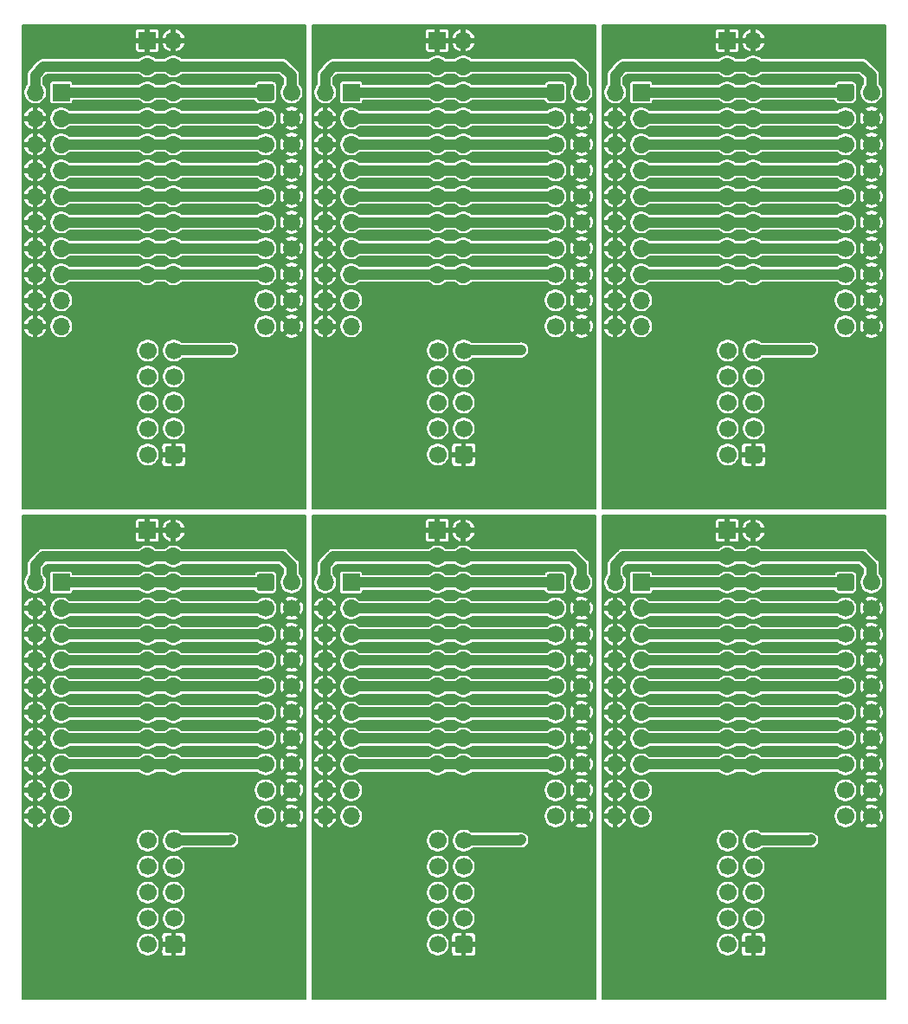
<source format=gbl>
%TF.GenerationSoftware,KiCad,Pcbnew,(5.1.10-1-10_14)*%
%TF.CreationDate,2022-06-03T02:51:19+09:00*%
%TF.ProjectId,jtag_sniffer_jig,6a746167-5f73-46e6-9966-6665725f6a69,rev?*%
%TF.SameCoordinates,Original*%
%TF.FileFunction,Copper,L2,Bot*%
%TF.FilePolarity,Positive*%
%FSLAX46Y46*%
G04 Gerber Fmt 4.6, Leading zero omitted, Abs format (unit mm)*
G04 Created by KiCad (PCBNEW (5.1.10-1-10_14)) date 2022-06-03 02:51:19*
%MOMM*%
%LPD*%
G01*
G04 APERTURE LIST*
%TA.AperFunction,ComponentPad*%
%ADD10R,1.700000X1.700000*%
%TD*%
%TA.AperFunction,ComponentPad*%
%ADD11O,1.700000X1.700000*%
%TD*%
%TA.AperFunction,ComponentPad*%
%ADD12C,1.700000*%
%TD*%
%TA.AperFunction,ViaPad*%
%ADD13C,0.600000*%
%TD*%
%TA.AperFunction,ViaPad*%
%ADD14C,0.800000*%
%TD*%
%TA.AperFunction,Conductor*%
%ADD15C,1.000000*%
%TD*%
%TA.AperFunction,Conductor*%
%ADD16C,0.200000*%
%TD*%
%TA.AperFunction,Conductor*%
%ADD17C,0.100000*%
%TD*%
G04 APERTURE END LIST*
D10*
%TO.P,J1,1*%
%TO.N,/VTREF*%
X206720000Y-147880000D03*
D11*
%TO.P,J1,2*%
%TO.N,/VCC*%
X204180000Y-147880000D03*
%TO.P,J1,3*%
%TO.N,/~TRST*%
X206720000Y-150420000D03*
%TO.P,J1,4*%
%TO.N,GND*%
X204180000Y-150420000D03*
%TO.P,J1,5*%
%TO.N,/TDI*%
X206720000Y-152960000D03*
%TO.P,J1,6*%
%TO.N,GND*%
X204180000Y-152960000D03*
%TO.P,J1,7*%
%TO.N,/TMS_SWDIO*%
X206720000Y-155500000D03*
%TO.P,J1,8*%
%TO.N,GND*%
X204180000Y-155500000D03*
%TO.P,J1,9*%
%TO.N,/TCK_SWDCLK*%
X206720000Y-158040000D03*
%TO.P,J1,10*%
%TO.N,GND*%
X204180000Y-158040000D03*
%TO.P,J1,11*%
%TO.N,/RTCK*%
X206720000Y-160580000D03*
%TO.P,J1,12*%
%TO.N,GND*%
X204180000Y-160580000D03*
%TO.P,J1,13*%
%TO.N,/TDO_SWO*%
X206720000Y-163120000D03*
%TO.P,J1,14*%
%TO.N,GND*%
X204180000Y-163120000D03*
%TO.P,J1,15*%
%TO.N,/~SRST*%
X206720000Y-165660000D03*
%TO.P,J1,16*%
%TO.N,GND*%
X204180000Y-165660000D03*
%TO.P,J1,17*%
%TO.N,N/C*%
X206720000Y-168200000D03*
%TO.P,J1,18*%
%TO.N,GND*%
X204180000Y-168200000D03*
%TO.P,J1,19*%
%TO.N,N/C*%
X206720000Y-170740000D03*
%TO.P,J1,20*%
%TO.N,GND*%
X204180000Y-170740000D03*
%TD*%
D10*
%TO.P,J1,1*%
%TO.N,/VTREF*%
X178360000Y-147880000D03*
D11*
%TO.P,J1,2*%
%TO.N,/VCC*%
X175820000Y-147880000D03*
%TO.P,J1,3*%
%TO.N,/~TRST*%
X178360000Y-150420000D03*
%TO.P,J1,4*%
%TO.N,GND*%
X175820000Y-150420000D03*
%TO.P,J1,5*%
%TO.N,/TDI*%
X178360000Y-152960000D03*
%TO.P,J1,6*%
%TO.N,GND*%
X175820000Y-152960000D03*
%TO.P,J1,7*%
%TO.N,/TMS_SWDIO*%
X178360000Y-155500000D03*
%TO.P,J1,8*%
%TO.N,GND*%
X175820000Y-155500000D03*
%TO.P,J1,9*%
%TO.N,/TCK_SWDCLK*%
X178360000Y-158040000D03*
%TO.P,J1,10*%
%TO.N,GND*%
X175820000Y-158040000D03*
%TO.P,J1,11*%
%TO.N,/RTCK*%
X178360000Y-160580000D03*
%TO.P,J1,12*%
%TO.N,GND*%
X175820000Y-160580000D03*
%TO.P,J1,13*%
%TO.N,/TDO_SWO*%
X178360000Y-163120000D03*
%TO.P,J1,14*%
%TO.N,GND*%
X175820000Y-163120000D03*
%TO.P,J1,15*%
%TO.N,/~SRST*%
X178360000Y-165660000D03*
%TO.P,J1,16*%
%TO.N,GND*%
X175820000Y-165660000D03*
%TO.P,J1,17*%
%TO.N,N/C*%
X178360000Y-168200000D03*
%TO.P,J1,18*%
%TO.N,GND*%
X175820000Y-168200000D03*
%TO.P,J1,19*%
%TO.N,N/C*%
X178360000Y-170740000D03*
%TO.P,J1,20*%
%TO.N,GND*%
X175820000Y-170740000D03*
%TD*%
D10*
%TO.P,J1,1*%
%TO.N,/VTREF*%
X150000000Y-147880000D03*
D11*
%TO.P,J1,2*%
%TO.N,/VCC*%
X147460000Y-147880000D03*
%TO.P,J1,3*%
%TO.N,/~TRST*%
X150000000Y-150420000D03*
%TO.P,J1,4*%
%TO.N,GND*%
X147460000Y-150420000D03*
%TO.P,J1,5*%
%TO.N,/TDI*%
X150000000Y-152960000D03*
%TO.P,J1,6*%
%TO.N,GND*%
X147460000Y-152960000D03*
%TO.P,J1,7*%
%TO.N,/TMS_SWDIO*%
X150000000Y-155500000D03*
%TO.P,J1,8*%
%TO.N,GND*%
X147460000Y-155500000D03*
%TO.P,J1,9*%
%TO.N,/TCK_SWDCLK*%
X150000000Y-158040000D03*
%TO.P,J1,10*%
%TO.N,GND*%
X147460000Y-158040000D03*
%TO.P,J1,11*%
%TO.N,/RTCK*%
X150000000Y-160580000D03*
%TO.P,J1,12*%
%TO.N,GND*%
X147460000Y-160580000D03*
%TO.P,J1,13*%
%TO.N,/TDO_SWO*%
X150000000Y-163120000D03*
%TO.P,J1,14*%
%TO.N,GND*%
X147460000Y-163120000D03*
%TO.P,J1,15*%
%TO.N,/~SRST*%
X150000000Y-165660000D03*
%TO.P,J1,16*%
%TO.N,GND*%
X147460000Y-165660000D03*
%TO.P,J1,17*%
%TO.N,N/C*%
X150000000Y-168200000D03*
%TO.P,J1,18*%
%TO.N,GND*%
X147460000Y-168200000D03*
%TO.P,J1,19*%
%TO.N,N/C*%
X150000000Y-170740000D03*
%TO.P,J1,20*%
%TO.N,GND*%
X147460000Y-170740000D03*
%TD*%
D10*
%TO.P,J1,1*%
%TO.N,/VTREF*%
X206720000Y-100000000D03*
D11*
%TO.P,J1,2*%
%TO.N,/VCC*%
X204180000Y-100000000D03*
%TO.P,J1,3*%
%TO.N,/~TRST*%
X206720000Y-102540000D03*
%TO.P,J1,4*%
%TO.N,GND*%
X204180000Y-102540000D03*
%TO.P,J1,5*%
%TO.N,/TDI*%
X206720000Y-105080000D03*
%TO.P,J1,6*%
%TO.N,GND*%
X204180000Y-105080000D03*
%TO.P,J1,7*%
%TO.N,/TMS_SWDIO*%
X206720000Y-107620000D03*
%TO.P,J1,8*%
%TO.N,GND*%
X204180000Y-107620000D03*
%TO.P,J1,9*%
%TO.N,/TCK_SWDCLK*%
X206720000Y-110160000D03*
%TO.P,J1,10*%
%TO.N,GND*%
X204180000Y-110160000D03*
%TO.P,J1,11*%
%TO.N,/RTCK*%
X206720000Y-112700000D03*
%TO.P,J1,12*%
%TO.N,GND*%
X204180000Y-112700000D03*
%TO.P,J1,13*%
%TO.N,/TDO_SWO*%
X206720000Y-115240000D03*
%TO.P,J1,14*%
%TO.N,GND*%
X204180000Y-115240000D03*
%TO.P,J1,15*%
%TO.N,/~SRST*%
X206720000Y-117780000D03*
%TO.P,J1,16*%
%TO.N,GND*%
X204180000Y-117780000D03*
%TO.P,J1,17*%
%TO.N,N/C*%
X206720000Y-120320000D03*
%TO.P,J1,18*%
%TO.N,GND*%
X204180000Y-120320000D03*
%TO.P,J1,19*%
%TO.N,N/C*%
X206720000Y-122860000D03*
%TO.P,J1,20*%
%TO.N,GND*%
X204180000Y-122860000D03*
%TD*%
D10*
%TO.P,J1,1*%
%TO.N,/VTREF*%
X178360000Y-100000000D03*
D11*
%TO.P,J1,2*%
%TO.N,/VCC*%
X175820000Y-100000000D03*
%TO.P,J1,3*%
%TO.N,/~TRST*%
X178360000Y-102540000D03*
%TO.P,J1,4*%
%TO.N,GND*%
X175820000Y-102540000D03*
%TO.P,J1,5*%
%TO.N,/TDI*%
X178360000Y-105080000D03*
%TO.P,J1,6*%
%TO.N,GND*%
X175820000Y-105080000D03*
%TO.P,J1,7*%
%TO.N,/TMS_SWDIO*%
X178360000Y-107620000D03*
%TO.P,J1,8*%
%TO.N,GND*%
X175820000Y-107620000D03*
%TO.P,J1,9*%
%TO.N,/TCK_SWDCLK*%
X178360000Y-110160000D03*
%TO.P,J1,10*%
%TO.N,GND*%
X175820000Y-110160000D03*
%TO.P,J1,11*%
%TO.N,/RTCK*%
X178360000Y-112700000D03*
%TO.P,J1,12*%
%TO.N,GND*%
X175820000Y-112700000D03*
%TO.P,J1,13*%
%TO.N,/TDO_SWO*%
X178360000Y-115240000D03*
%TO.P,J1,14*%
%TO.N,GND*%
X175820000Y-115240000D03*
%TO.P,J1,15*%
%TO.N,/~SRST*%
X178360000Y-117780000D03*
%TO.P,J1,16*%
%TO.N,GND*%
X175820000Y-117780000D03*
%TO.P,J1,17*%
%TO.N,N/C*%
X178360000Y-120320000D03*
%TO.P,J1,18*%
%TO.N,GND*%
X175820000Y-120320000D03*
%TO.P,J1,19*%
%TO.N,N/C*%
X178360000Y-122860000D03*
%TO.P,J1,20*%
%TO.N,GND*%
X175820000Y-122860000D03*
%TD*%
D12*
%TO.P,J3,20*%
%TO.N,GND*%
X229260000Y-170730000D03*
%TO.P,J3,18*%
X229260000Y-168190000D03*
%TO.P,J3,16*%
X229260000Y-165650000D03*
%TO.P,J3,14*%
X229260000Y-163110000D03*
%TO.P,J3,12*%
X229260000Y-160570000D03*
%TO.P,J3,10*%
X229260000Y-158030000D03*
%TO.P,J3,8*%
X229260000Y-155490000D03*
%TO.P,J3,6*%
X229260000Y-152950000D03*
%TO.P,J3,4*%
X229260000Y-150410000D03*
%TO.P,J3,2*%
%TO.N,/VCC*%
X229260000Y-147870000D03*
%TO.P,J3,19*%
%TO.N,N/C*%
X226720000Y-170730000D03*
%TO.P,J3,17*%
X226720000Y-168190000D03*
%TO.P,J3,15*%
%TO.N,/~SRST*%
X226720000Y-165650000D03*
%TO.P,J3,13*%
%TO.N,/TDO_SWO*%
X226720000Y-163110000D03*
%TO.P,J3,11*%
%TO.N,/RTCK*%
X226720000Y-160570000D03*
%TO.P,J3,9*%
%TO.N,/TCK_SWDCLK*%
X226720000Y-158030000D03*
%TO.P,J3,7*%
%TO.N,/TMS_SWDIO*%
X226720000Y-155490000D03*
%TO.P,J3,5*%
%TO.N,/TDI*%
X226720000Y-152950000D03*
%TO.P,J3,3*%
%TO.N,/~TRST*%
X226720000Y-150410000D03*
%TO.P,J3,1*%
%TO.N,/VTREF*%
%TA.AperFunction,ComponentPad*%
G36*
G01*
X225870000Y-148470000D02*
X225870000Y-147270000D01*
G75*
G02*
X226120000Y-147020000I250000J0D01*
G01*
X227320000Y-147020000D01*
G75*
G02*
X227570000Y-147270000I0J-250000D01*
G01*
X227570000Y-148470000D01*
G75*
G02*
X227320000Y-148720000I-250000J0D01*
G01*
X226120000Y-148720000D01*
G75*
G02*
X225870000Y-148470000I0J250000D01*
G01*
G37*
%TD.AperFunction*%
%TD*%
%TO.P,J3,20*%
%TO.N,GND*%
X200900000Y-170730000D03*
%TO.P,J3,18*%
X200900000Y-168190000D03*
%TO.P,J3,16*%
X200900000Y-165650000D03*
%TO.P,J3,14*%
X200900000Y-163110000D03*
%TO.P,J3,12*%
X200900000Y-160570000D03*
%TO.P,J3,10*%
X200900000Y-158030000D03*
%TO.P,J3,8*%
X200900000Y-155490000D03*
%TO.P,J3,6*%
X200900000Y-152950000D03*
%TO.P,J3,4*%
X200900000Y-150410000D03*
%TO.P,J3,2*%
%TO.N,/VCC*%
X200900000Y-147870000D03*
%TO.P,J3,19*%
%TO.N,N/C*%
X198360000Y-170730000D03*
%TO.P,J3,17*%
X198360000Y-168190000D03*
%TO.P,J3,15*%
%TO.N,/~SRST*%
X198360000Y-165650000D03*
%TO.P,J3,13*%
%TO.N,/TDO_SWO*%
X198360000Y-163110000D03*
%TO.P,J3,11*%
%TO.N,/RTCK*%
X198360000Y-160570000D03*
%TO.P,J3,9*%
%TO.N,/TCK_SWDCLK*%
X198360000Y-158030000D03*
%TO.P,J3,7*%
%TO.N,/TMS_SWDIO*%
X198360000Y-155490000D03*
%TO.P,J3,5*%
%TO.N,/TDI*%
X198360000Y-152950000D03*
%TO.P,J3,3*%
%TO.N,/~TRST*%
X198360000Y-150410000D03*
%TO.P,J3,1*%
%TO.N,/VTREF*%
%TA.AperFunction,ComponentPad*%
G36*
G01*
X197510000Y-148470000D02*
X197510000Y-147270000D01*
G75*
G02*
X197760000Y-147020000I250000J0D01*
G01*
X198960000Y-147020000D01*
G75*
G02*
X199210000Y-147270000I0J-250000D01*
G01*
X199210000Y-148470000D01*
G75*
G02*
X198960000Y-148720000I-250000J0D01*
G01*
X197760000Y-148720000D01*
G75*
G02*
X197510000Y-148470000I0J250000D01*
G01*
G37*
%TD.AperFunction*%
%TD*%
%TO.P,J3,20*%
%TO.N,GND*%
X172540000Y-170730000D03*
%TO.P,J3,18*%
X172540000Y-168190000D03*
%TO.P,J3,16*%
X172540000Y-165650000D03*
%TO.P,J3,14*%
X172540000Y-163110000D03*
%TO.P,J3,12*%
X172540000Y-160570000D03*
%TO.P,J3,10*%
X172540000Y-158030000D03*
%TO.P,J3,8*%
X172540000Y-155490000D03*
%TO.P,J3,6*%
X172540000Y-152950000D03*
%TO.P,J3,4*%
X172540000Y-150410000D03*
%TO.P,J3,2*%
%TO.N,/VCC*%
X172540000Y-147870000D03*
%TO.P,J3,19*%
%TO.N,N/C*%
X170000000Y-170730000D03*
%TO.P,J3,17*%
X170000000Y-168190000D03*
%TO.P,J3,15*%
%TO.N,/~SRST*%
X170000000Y-165650000D03*
%TO.P,J3,13*%
%TO.N,/TDO_SWO*%
X170000000Y-163110000D03*
%TO.P,J3,11*%
%TO.N,/RTCK*%
X170000000Y-160570000D03*
%TO.P,J3,9*%
%TO.N,/TCK_SWDCLK*%
X170000000Y-158030000D03*
%TO.P,J3,7*%
%TO.N,/TMS_SWDIO*%
X170000000Y-155490000D03*
%TO.P,J3,5*%
%TO.N,/TDI*%
X170000000Y-152950000D03*
%TO.P,J3,3*%
%TO.N,/~TRST*%
X170000000Y-150410000D03*
%TO.P,J3,1*%
%TO.N,/VTREF*%
%TA.AperFunction,ComponentPad*%
G36*
G01*
X169150000Y-148470000D02*
X169150000Y-147270000D01*
G75*
G02*
X169400000Y-147020000I250000J0D01*
G01*
X170600000Y-147020000D01*
G75*
G02*
X170850000Y-147270000I0J-250000D01*
G01*
X170850000Y-148470000D01*
G75*
G02*
X170600000Y-148720000I-250000J0D01*
G01*
X169400000Y-148720000D01*
G75*
G02*
X169150000Y-148470000I0J250000D01*
G01*
G37*
%TD.AperFunction*%
%TD*%
%TO.P,J3,20*%
%TO.N,GND*%
X229260000Y-122850000D03*
%TO.P,J3,18*%
X229260000Y-120310000D03*
%TO.P,J3,16*%
X229260000Y-117770000D03*
%TO.P,J3,14*%
X229260000Y-115230000D03*
%TO.P,J3,12*%
X229260000Y-112690000D03*
%TO.P,J3,10*%
X229260000Y-110150000D03*
%TO.P,J3,8*%
X229260000Y-107610000D03*
%TO.P,J3,6*%
X229260000Y-105070000D03*
%TO.P,J3,4*%
X229260000Y-102530000D03*
%TO.P,J3,2*%
%TO.N,/VCC*%
X229260000Y-99990000D03*
%TO.P,J3,19*%
%TO.N,N/C*%
X226720000Y-122850000D03*
%TO.P,J3,17*%
X226720000Y-120310000D03*
%TO.P,J3,15*%
%TO.N,/~SRST*%
X226720000Y-117770000D03*
%TO.P,J3,13*%
%TO.N,/TDO_SWO*%
X226720000Y-115230000D03*
%TO.P,J3,11*%
%TO.N,/RTCK*%
X226720000Y-112690000D03*
%TO.P,J3,9*%
%TO.N,/TCK_SWDCLK*%
X226720000Y-110150000D03*
%TO.P,J3,7*%
%TO.N,/TMS_SWDIO*%
X226720000Y-107610000D03*
%TO.P,J3,5*%
%TO.N,/TDI*%
X226720000Y-105070000D03*
%TO.P,J3,3*%
%TO.N,/~TRST*%
X226720000Y-102530000D03*
%TO.P,J3,1*%
%TO.N,/VTREF*%
%TA.AperFunction,ComponentPad*%
G36*
G01*
X225870000Y-100590000D02*
X225870000Y-99390000D01*
G75*
G02*
X226120000Y-99140000I250000J0D01*
G01*
X227320000Y-99140000D01*
G75*
G02*
X227570000Y-99390000I0J-250000D01*
G01*
X227570000Y-100590000D01*
G75*
G02*
X227320000Y-100840000I-250000J0D01*
G01*
X226120000Y-100840000D01*
G75*
G02*
X225870000Y-100590000I0J250000D01*
G01*
G37*
%TD.AperFunction*%
%TD*%
%TO.P,J3,20*%
%TO.N,GND*%
X200900000Y-122850000D03*
%TO.P,J3,18*%
X200900000Y-120310000D03*
%TO.P,J3,16*%
X200900000Y-117770000D03*
%TO.P,J3,14*%
X200900000Y-115230000D03*
%TO.P,J3,12*%
X200900000Y-112690000D03*
%TO.P,J3,10*%
X200900000Y-110150000D03*
%TO.P,J3,8*%
X200900000Y-107610000D03*
%TO.P,J3,6*%
X200900000Y-105070000D03*
%TO.P,J3,4*%
X200900000Y-102530000D03*
%TO.P,J3,2*%
%TO.N,/VCC*%
X200900000Y-99990000D03*
%TO.P,J3,19*%
%TO.N,N/C*%
X198360000Y-122850000D03*
%TO.P,J3,17*%
X198360000Y-120310000D03*
%TO.P,J3,15*%
%TO.N,/~SRST*%
X198360000Y-117770000D03*
%TO.P,J3,13*%
%TO.N,/TDO_SWO*%
X198360000Y-115230000D03*
%TO.P,J3,11*%
%TO.N,/RTCK*%
X198360000Y-112690000D03*
%TO.P,J3,9*%
%TO.N,/TCK_SWDCLK*%
X198360000Y-110150000D03*
%TO.P,J3,7*%
%TO.N,/TMS_SWDIO*%
X198360000Y-107610000D03*
%TO.P,J3,5*%
%TO.N,/TDI*%
X198360000Y-105070000D03*
%TO.P,J3,3*%
%TO.N,/~TRST*%
X198360000Y-102530000D03*
%TO.P,J3,1*%
%TO.N,/VTREF*%
%TA.AperFunction,ComponentPad*%
G36*
G01*
X197510000Y-100590000D02*
X197510000Y-99390000D01*
G75*
G02*
X197760000Y-99140000I250000J0D01*
G01*
X198960000Y-99140000D01*
G75*
G02*
X199210000Y-99390000I0J-250000D01*
G01*
X199210000Y-100590000D01*
G75*
G02*
X198960000Y-100840000I-250000J0D01*
G01*
X197760000Y-100840000D01*
G75*
G02*
X197510000Y-100590000I0J250000D01*
G01*
G37*
%TD.AperFunction*%
%TD*%
D10*
%TO.P,J2,1*%
%TO.N,GND*%
X215150000Y-142800000D03*
D11*
%TO.P,J2,2*%
X217690000Y-142800000D03*
%TO.P,J2,3*%
%TO.N,/VCC*%
X215150000Y-145340000D03*
%TO.P,J2,4*%
X217690000Y-145340000D03*
%TO.P,J2,5*%
%TO.N,/VTREF*%
X215150000Y-147880000D03*
%TO.P,J2,6*%
X217690000Y-147880000D03*
%TO.P,J2,7*%
%TO.N,/~TRST*%
X215150000Y-150420000D03*
%TO.P,J2,8*%
X217690000Y-150420000D03*
%TO.P,J2,9*%
%TO.N,/TDI*%
X215150000Y-152960000D03*
%TO.P,J2,10*%
X217690000Y-152960000D03*
%TO.P,J2,11*%
%TO.N,/TMS_SWDIO*%
X215150000Y-155500000D03*
%TO.P,J2,12*%
X217690000Y-155500000D03*
%TO.P,J2,13*%
%TO.N,/TCK_SWDCLK*%
X215150000Y-158040000D03*
%TO.P,J2,14*%
X217690000Y-158040000D03*
%TO.P,J2,15*%
%TO.N,/RTCK*%
X215150000Y-160580000D03*
%TO.P,J2,16*%
X217690000Y-160580000D03*
%TO.P,J2,17*%
%TO.N,/TDO_SWO*%
X215150000Y-163120000D03*
%TO.P,J2,18*%
X217690000Y-163120000D03*
%TO.P,J2,19*%
%TO.N,/~SRST*%
X215150000Y-165660000D03*
%TO.P,J2,20*%
X217690000Y-165660000D03*
%TD*%
D10*
%TO.P,J2,1*%
%TO.N,GND*%
X186790000Y-142800000D03*
D11*
%TO.P,J2,2*%
X189330000Y-142800000D03*
%TO.P,J2,3*%
%TO.N,/VCC*%
X186790000Y-145340000D03*
%TO.P,J2,4*%
X189330000Y-145340000D03*
%TO.P,J2,5*%
%TO.N,/VTREF*%
X186790000Y-147880000D03*
%TO.P,J2,6*%
X189330000Y-147880000D03*
%TO.P,J2,7*%
%TO.N,/~TRST*%
X186790000Y-150420000D03*
%TO.P,J2,8*%
X189330000Y-150420000D03*
%TO.P,J2,9*%
%TO.N,/TDI*%
X186790000Y-152960000D03*
%TO.P,J2,10*%
X189330000Y-152960000D03*
%TO.P,J2,11*%
%TO.N,/TMS_SWDIO*%
X186790000Y-155500000D03*
%TO.P,J2,12*%
X189330000Y-155500000D03*
%TO.P,J2,13*%
%TO.N,/TCK_SWDCLK*%
X186790000Y-158040000D03*
%TO.P,J2,14*%
X189330000Y-158040000D03*
%TO.P,J2,15*%
%TO.N,/RTCK*%
X186790000Y-160580000D03*
%TO.P,J2,16*%
X189330000Y-160580000D03*
%TO.P,J2,17*%
%TO.N,/TDO_SWO*%
X186790000Y-163120000D03*
%TO.P,J2,18*%
X189330000Y-163120000D03*
%TO.P,J2,19*%
%TO.N,/~SRST*%
X186790000Y-165660000D03*
%TO.P,J2,20*%
X189330000Y-165660000D03*
%TD*%
D10*
%TO.P,J2,1*%
%TO.N,GND*%
X158430000Y-142800000D03*
D11*
%TO.P,J2,2*%
X160970000Y-142800000D03*
%TO.P,J2,3*%
%TO.N,/VCC*%
X158430000Y-145340000D03*
%TO.P,J2,4*%
X160970000Y-145340000D03*
%TO.P,J2,5*%
%TO.N,/VTREF*%
X158430000Y-147880000D03*
%TO.P,J2,6*%
X160970000Y-147880000D03*
%TO.P,J2,7*%
%TO.N,/~TRST*%
X158430000Y-150420000D03*
%TO.P,J2,8*%
X160970000Y-150420000D03*
%TO.P,J2,9*%
%TO.N,/TDI*%
X158430000Y-152960000D03*
%TO.P,J2,10*%
X160970000Y-152960000D03*
%TO.P,J2,11*%
%TO.N,/TMS_SWDIO*%
X158430000Y-155500000D03*
%TO.P,J2,12*%
X160970000Y-155500000D03*
%TO.P,J2,13*%
%TO.N,/TCK_SWDCLK*%
X158430000Y-158040000D03*
%TO.P,J2,14*%
X160970000Y-158040000D03*
%TO.P,J2,15*%
%TO.N,/RTCK*%
X158430000Y-160580000D03*
%TO.P,J2,16*%
X160970000Y-160580000D03*
%TO.P,J2,17*%
%TO.N,/TDO_SWO*%
X158430000Y-163120000D03*
%TO.P,J2,18*%
X160970000Y-163120000D03*
%TO.P,J2,19*%
%TO.N,/~SRST*%
X158430000Y-165660000D03*
%TO.P,J2,20*%
X160970000Y-165660000D03*
%TD*%
D10*
%TO.P,J2,1*%
%TO.N,GND*%
X215150000Y-94920000D03*
D11*
%TO.P,J2,2*%
X217690000Y-94920000D03*
%TO.P,J2,3*%
%TO.N,/VCC*%
X215150000Y-97460000D03*
%TO.P,J2,4*%
X217690000Y-97460000D03*
%TO.P,J2,5*%
%TO.N,/VTREF*%
X215150000Y-100000000D03*
%TO.P,J2,6*%
X217690000Y-100000000D03*
%TO.P,J2,7*%
%TO.N,/~TRST*%
X215150000Y-102540000D03*
%TO.P,J2,8*%
X217690000Y-102540000D03*
%TO.P,J2,9*%
%TO.N,/TDI*%
X215150000Y-105080000D03*
%TO.P,J2,10*%
X217690000Y-105080000D03*
%TO.P,J2,11*%
%TO.N,/TMS_SWDIO*%
X215150000Y-107620000D03*
%TO.P,J2,12*%
X217690000Y-107620000D03*
%TO.P,J2,13*%
%TO.N,/TCK_SWDCLK*%
X215150000Y-110160000D03*
%TO.P,J2,14*%
X217690000Y-110160000D03*
%TO.P,J2,15*%
%TO.N,/RTCK*%
X215150000Y-112700000D03*
%TO.P,J2,16*%
X217690000Y-112700000D03*
%TO.P,J2,17*%
%TO.N,/TDO_SWO*%
X215150000Y-115240000D03*
%TO.P,J2,18*%
X217690000Y-115240000D03*
%TO.P,J2,19*%
%TO.N,/~SRST*%
X215150000Y-117780000D03*
%TO.P,J2,20*%
X217690000Y-117780000D03*
%TD*%
D10*
%TO.P,J2,1*%
%TO.N,GND*%
X186790000Y-94920000D03*
D11*
%TO.P,J2,2*%
X189330000Y-94920000D03*
%TO.P,J2,3*%
%TO.N,/VCC*%
X186790000Y-97460000D03*
%TO.P,J2,4*%
X189330000Y-97460000D03*
%TO.P,J2,5*%
%TO.N,/VTREF*%
X186790000Y-100000000D03*
%TO.P,J2,6*%
X189330000Y-100000000D03*
%TO.P,J2,7*%
%TO.N,/~TRST*%
X186790000Y-102540000D03*
%TO.P,J2,8*%
X189330000Y-102540000D03*
%TO.P,J2,9*%
%TO.N,/TDI*%
X186790000Y-105080000D03*
%TO.P,J2,10*%
X189330000Y-105080000D03*
%TO.P,J2,11*%
%TO.N,/TMS_SWDIO*%
X186790000Y-107620000D03*
%TO.P,J2,12*%
X189330000Y-107620000D03*
%TO.P,J2,13*%
%TO.N,/TCK_SWDCLK*%
X186790000Y-110160000D03*
%TO.P,J2,14*%
X189330000Y-110160000D03*
%TO.P,J2,15*%
%TO.N,/RTCK*%
X186790000Y-112700000D03*
%TO.P,J2,16*%
X189330000Y-112700000D03*
%TO.P,J2,17*%
%TO.N,/TDO_SWO*%
X186790000Y-115240000D03*
%TO.P,J2,18*%
X189330000Y-115240000D03*
%TO.P,J2,19*%
%TO.N,/~SRST*%
X186790000Y-117780000D03*
%TO.P,J2,20*%
X189330000Y-117780000D03*
%TD*%
%TO.P,J4,1*%
%TO.N,GND*%
%TA.AperFunction,ComponentPad*%
G36*
G01*
X218580000Y-182670000D02*
X218580000Y-183870000D01*
G75*
G02*
X218330000Y-184120000I-250000J0D01*
G01*
X217130000Y-184120000D01*
G75*
G02*
X216880000Y-183870000I0J250000D01*
G01*
X216880000Y-182670000D01*
G75*
G02*
X217130000Y-182420000I250000J0D01*
G01*
X218330000Y-182420000D01*
G75*
G02*
X218580000Y-182670000I0J-250000D01*
G01*
G37*
%TD.AperFunction*%
D12*
%TO.P,J4,3*%
%TO.N,N/C*%
X217730000Y-180730000D03*
%TO.P,J4,5*%
X217730000Y-178190000D03*
%TO.P,J4,7*%
%TO.N,/TCK_SWDCLK*%
X217730000Y-175650000D03*
%TO.P,J4,9*%
%TO.N,/TMS_SWDIO*%
X217730000Y-173110000D03*
%TO.P,J4,2*%
%TO.N,N/C*%
X215190000Y-183270000D03*
%TO.P,J4,4*%
X215190000Y-180730000D03*
%TO.P,J4,6*%
%TO.N,/~TRST*%
X215190000Y-178190000D03*
%TO.P,J4,8*%
%TO.N,/TDI*%
X215190000Y-175650000D03*
%TO.P,J4,10*%
%TO.N,/TDO_SWO*%
X215190000Y-173110000D03*
%TD*%
%TO.P,J4,1*%
%TO.N,GND*%
%TA.AperFunction,ComponentPad*%
G36*
G01*
X190220000Y-182670000D02*
X190220000Y-183870000D01*
G75*
G02*
X189970000Y-184120000I-250000J0D01*
G01*
X188770000Y-184120000D01*
G75*
G02*
X188520000Y-183870000I0J250000D01*
G01*
X188520000Y-182670000D01*
G75*
G02*
X188770000Y-182420000I250000J0D01*
G01*
X189970000Y-182420000D01*
G75*
G02*
X190220000Y-182670000I0J-250000D01*
G01*
G37*
%TD.AperFunction*%
%TO.P,J4,3*%
%TO.N,N/C*%
X189370000Y-180730000D03*
%TO.P,J4,5*%
X189370000Y-178190000D03*
%TO.P,J4,7*%
%TO.N,/TCK_SWDCLK*%
X189370000Y-175650000D03*
%TO.P,J4,9*%
%TO.N,/TMS_SWDIO*%
X189370000Y-173110000D03*
%TO.P,J4,2*%
%TO.N,N/C*%
X186830000Y-183270000D03*
%TO.P,J4,4*%
X186830000Y-180730000D03*
%TO.P,J4,6*%
%TO.N,/~TRST*%
X186830000Y-178190000D03*
%TO.P,J4,8*%
%TO.N,/TDI*%
X186830000Y-175650000D03*
%TO.P,J4,10*%
%TO.N,/TDO_SWO*%
X186830000Y-173110000D03*
%TD*%
%TO.P,J4,1*%
%TO.N,GND*%
%TA.AperFunction,ComponentPad*%
G36*
G01*
X161860000Y-182670000D02*
X161860000Y-183870000D01*
G75*
G02*
X161610000Y-184120000I-250000J0D01*
G01*
X160410000Y-184120000D01*
G75*
G02*
X160160000Y-183870000I0J250000D01*
G01*
X160160000Y-182670000D01*
G75*
G02*
X160410000Y-182420000I250000J0D01*
G01*
X161610000Y-182420000D01*
G75*
G02*
X161860000Y-182670000I0J-250000D01*
G01*
G37*
%TD.AperFunction*%
%TO.P,J4,3*%
%TO.N,N/C*%
X161010000Y-180730000D03*
%TO.P,J4,5*%
X161010000Y-178190000D03*
%TO.P,J4,7*%
%TO.N,/TCK_SWDCLK*%
X161010000Y-175650000D03*
%TO.P,J4,9*%
%TO.N,/TMS_SWDIO*%
X161010000Y-173110000D03*
%TO.P,J4,2*%
%TO.N,N/C*%
X158470000Y-183270000D03*
%TO.P,J4,4*%
X158470000Y-180730000D03*
%TO.P,J4,6*%
%TO.N,/~TRST*%
X158470000Y-178190000D03*
%TO.P,J4,8*%
%TO.N,/TDI*%
X158470000Y-175650000D03*
%TO.P,J4,10*%
%TO.N,/TDO_SWO*%
X158470000Y-173110000D03*
%TD*%
%TO.P,J4,1*%
%TO.N,GND*%
%TA.AperFunction,ComponentPad*%
G36*
G01*
X218580000Y-134790000D02*
X218580000Y-135990000D01*
G75*
G02*
X218330000Y-136240000I-250000J0D01*
G01*
X217130000Y-136240000D01*
G75*
G02*
X216880000Y-135990000I0J250000D01*
G01*
X216880000Y-134790000D01*
G75*
G02*
X217130000Y-134540000I250000J0D01*
G01*
X218330000Y-134540000D01*
G75*
G02*
X218580000Y-134790000I0J-250000D01*
G01*
G37*
%TD.AperFunction*%
%TO.P,J4,3*%
%TO.N,N/C*%
X217730000Y-132850000D03*
%TO.P,J4,5*%
X217730000Y-130310000D03*
%TO.P,J4,7*%
%TO.N,/TCK_SWDCLK*%
X217730000Y-127770000D03*
%TO.P,J4,9*%
%TO.N,/TMS_SWDIO*%
X217730000Y-125230000D03*
%TO.P,J4,2*%
%TO.N,N/C*%
X215190000Y-135390000D03*
%TO.P,J4,4*%
X215190000Y-132850000D03*
%TO.P,J4,6*%
%TO.N,/~TRST*%
X215190000Y-130310000D03*
%TO.P,J4,8*%
%TO.N,/TDI*%
X215190000Y-127770000D03*
%TO.P,J4,10*%
%TO.N,/TDO_SWO*%
X215190000Y-125230000D03*
%TD*%
%TO.P,J4,1*%
%TO.N,GND*%
%TA.AperFunction,ComponentPad*%
G36*
G01*
X190220000Y-134790000D02*
X190220000Y-135990000D01*
G75*
G02*
X189970000Y-136240000I-250000J0D01*
G01*
X188770000Y-136240000D01*
G75*
G02*
X188520000Y-135990000I0J250000D01*
G01*
X188520000Y-134790000D01*
G75*
G02*
X188770000Y-134540000I250000J0D01*
G01*
X189970000Y-134540000D01*
G75*
G02*
X190220000Y-134790000I0J-250000D01*
G01*
G37*
%TD.AperFunction*%
%TO.P,J4,3*%
%TO.N,N/C*%
X189370000Y-132850000D03*
%TO.P,J4,5*%
X189370000Y-130310000D03*
%TO.P,J4,7*%
%TO.N,/TCK_SWDCLK*%
X189370000Y-127770000D03*
%TO.P,J4,9*%
%TO.N,/TMS_SWDIO*%
X189370000Y-125230000D03*
%TO.P,J4,2*%
%TO.N,N/C*%
X186830000Y-135390000D03*
%TO.P,J4,4*%
X186830000Y-132850000D03*
%TO.P,J4,6*%
%TO.N,/~TRST*%
X186830000Y-130310000D03*
%TO.P,J4,8*%
%TO.N,/TDI*%
X186830000Y-127770000D03*
%TO.P,J4,10*%
%TO.N,/TDO_SWO*%
X186830000Y-125230000D03*
%TD*%
D11*
%TO.P,J2,20*%
%TO.N,/~SRST*%
X160970000Y-117780000D03*
%TO.P,J2,19*%
X158430000Y-117780000D03*
%TO.P,J2,18*%
%TO.N,/TDO_SWO*%
X160970000Y-115240000D03*
%TO.P,J2,17*%
X158430000Y-115240000D03*
%TO.P,J2,16*%
%TO.N,/RTCK*%
X160970000Y-112700000D03*
%TO.P,J2,15*%
X158430000Y-112700000D03*
%TO.P,J2,14*%
%TO.N,/TCK_SWDCLK*%
X160970000Y-110160000D03*
%TO.P,J2,13*%
X158430000Y-110160000D03*
%TO.P,J2,12*%
%TO.N,/TMS_SWDIO*%
X160970000Y-107620000D03*
%TO.P,J2,11*%
X158430000Y-107620000D03*
%TO.P,J2,10*%
%TO.N,/TDI*%
X160970000Y-105080000D03*
%TO.P,J2,9*%
X158430000Y-105080000D03*
%TO.P,J2,8*%
%TO.N,/~TRST*%
X160970000Y-102540000D03*
%TO.P,J2,7*%
X158430000Y-102540000D03*
%TO.P,J2,6*%
%TO.N,/VTREF*%
X160970000Y-100000000D03*
%TO.P,J2,5*%
X158430000Y-100000000D03*
%TO.P,J2,4*%
%TO.N,/VCC*%
X160970000Y-97460000D03*
%TO.P,J2,3*%
X158430000Y-97460000D03*
%TO.P,J2,2*%
%TO.N,GND*%
X160970000Y-94920000D03*
D10*
%TO.P,J2,1*%
X158430000Y-94920000D03*
%TD*%
D12*
%TO.P,J4,10*%
%TO.N,/TDO_SWO*%
X158470000Y-125230000D03*
%TO.P,J4,8*%
%TO.N,/TDI*%
X158470000Y-127770000D03*
%TO.P,J4,6*%
%TO.N,/~TRST*%
X158470000Y-130310000D03*
%TO.P,J4,4*%
%TO.N,N/C*%
X158470000Y-132850000D03*
%TO.P,J4,2*%
X158470000Y-135390000D03*
%TO.P,J4,9*%
%TO.N,/TMS_SWDIO*%
X161010000Y-125230000D03*
%TO.P,J4,7*%
%TO.N,/TCK_SWDCLK*%
X161010000Y-127770000D03*
%TO.P,J4,5*%
%TO.N,N/C*%
X161010000Y-130310000D03*
%TO.P,J4,3*%
X161010000Y-132850000D03*
%TO.P,J4,1*%
%TO.N,GND*%
%TA.AperFunction,ComponentPad*%
G36*
G01*
X161860000Y-134790000D02*
X161860000Y-135990000D01*
G75*
G02*
X161610000Y-136240000I-250000J0D01*
G01*
X160410000Y-136240000D01*
G75*
G02*
X160160000Y-135990000I0J250000D01*
G01*
X160160000Y-134790000D01*
G75*
G02*
X160410000Y-134540000I250000J0D01*
G01*
X161610000Y-134540000D01*
G75*
G02*
X161860000Y-134790000I0J-250000D01*
G01*
G37*
%TD.AperFunction*%
%TD*%
%TO.P,J3,1*%
%TO.N,/VTREF*%
%TA.AperFunction,ComponentPad*%
G36*
G01*
X169150000Y-100590000D02*
X169150000Y-99390000D01*
G75*
G02*
X169400000Y-99140000I250000J0D01*
G01*
X170600000Y-99140000D01*
G75*
G02*
X170850000Y-99390000I0J-250000D01*
G01*
X170850000Y-100590000D01*
G75*
G02*
X170600000Y-100840000I-250000J0D01*
G01*
X169400000Y-100840000D01*
G75*
G02*
X169150000Y-100590000I0J250000D01*
G01*
G37*
%TD.AperFunction*%
%TO.P,J3,3*%
%TO.N,/~TRST*%
X170000000Y-102530000D03*
%TO.P,J3,5*%
%TO.N,/TDI*%
X170000000Y-105070000D03*
%TO.P,J3,7*%
%TO.N,/TMS_SWDIO*%
X170000000Y-107610000D03*
%TO.P,J3,9*%
%TO.N,/TCK_SWDCLK*%
X170000000Y-110150000D03*
%TO.P,J3,11*%
%TO.N,/RTCK*%
X170000000Y-112690000D03*
%TO.P,J3,13*%
%TO.N,/TDO_SWO*%
X170000000Y-115230000D03*
%TO.P,J3,15*%
%TO.N,/~SRST*%
X170000000Y-117770000D03*
%TO.P,J3,17*%
%TO.N,N/C*%
X170000000Y-120310000D03*
%TO.P,J3,19*%
X170000000Y-122850000D03*
%TO.P,J3,2*%
%TO.N,/VCC*%
X172540000Y-99990000D03*
%TO.P,J3,4*%
%TO.N,GND*%
X172540000Y-102530000D03*
%TO.P,J3,6*%
X172540000Y-105070000D03*
%TO.P,J3,8*%
X172540000Y-107610000D03*
%TO.P,J3,10*%
X172540000Y-110150000D03*
%TO.P,J3,12*%
X172540000Y-112690000D03*
%TO.P,J3,14*%
X172540000Y-115230000D03*
%TO.P,J3,16*%
X172540000Y-117770000D03*
%TO.P,J3,18*%
X172540000Y-120310000D03*
%TO.P,J3,20*%
X172540000Y-122850000D03*
%TD*%
D11*
%TO.P,J1,20*%
%TO.N,GND*%
X147460000Y-122860000D03*
%TO.P,J1,19*%
%TO.N,N/C*%
X150000000Y-122860000D03*
%TO.P,J1,18*%
%TO.N,GND*%
X147460000Y-120320000D03*
%TO.P,J1,17*%
%TO.N,N/C*%
X150000000Y-120320000D03*
%TO.P,J1,16*%
%TO.N,GND*%
X147460000Y-117780000D03*
%TO.P,J1,15*%
%TO.N,/~SRST*%
X150000000Y-117780000D03*
%TO.P,J1,14*%
%TO.N,GND*%
X147460000Y-115240000D03*
%TO.P,J1,13*%
%TO.N,/TDO_SWO*%
X150000000Y-115240000D03*
%TO.P,J1,12*%
%TO.N,GND*%
X147460000Y-112700000D03*
%TO.P,J1,11*%
%TO.N,/RTCK*%
X150000000Y-112700000D03*
%TO.P,J1,10*%
%TO.N,GND*%
X147460000Y-110160000D03*
%TO.P,J1,9*%
%TO.N,/TCK_SWDCLK*%
X150000000Y-110160000D03*
%TO.P,J1,8*%
%TO.N,GND*%
X147460000Y-107620000D03*
%TO.P,J1,7*%
%TO.N,/TMS_SWDIO*%
X150000000Y-107620000D03*
%TO.P,J1,6*%
%TO.N,GND*%
X147460000Y-105080000D03*
%TO.P,J1,5*%
%TO.N,/TDI*%
X150000000Y-105080000D03*
%TO.P,J1,4*%
%TO.N,GND*%
X147460000Y-102540000D03*
%TO.P,J1,3*%
%TO.N,/~TRST*%
X150000000Y-102540000D03*
%TO.P,J1,2*%
%TO.N,/VCC*%
X147460000Y-100000000D03*
D10*
%TO.P,J1,1*%
%TO.N,/VTREF*%
X150000000Y-100000000D03*
%TD*%
D13*
%TO.N,GND*%
X146520000Y-93710000D03*
X146520000Y-95480000D03*
X146520000Y-101260000D03*
X146520000Y-103800000D03*
X146520000Y-106340000D03*
X146520000Y-108880000D03*
X146520000Y-111420000D03*
X146520000Y-113960000D03*
X146520000Y-116500000D03*
X146520000Y-119040000D03*
X146520000Y-121580000D03*
X146520000Y-124120000D03*
X148960000Y-93710000D03*
X151400000Y-93710000D03*
X153840000Y-93710000D03*
X156280000Y-93710000D03*
X163068000Y-93710000D03*
X166040000Y-93710000D03*
X168480000Y-93710000D03*
X170920000Y-93710000D03*
X159880000Y-93710000D03*
X146520000Y-97660000D03*
X151892000Y-96210000D03*
X154432000Y-96210000D03*
X156972000Y-96210000D03*
X151892000Y-98750000D03*
X154432000Y-98750000D03*
X156972000Y-98750000D03*
X151892000Y-101290000D03*
X154432000Y-101290000D03*
X156972000Y-101290000D03*
X151892000Y-103830000D03*
X154432000Y-103830000D03*
X156972000Y-103830000D03*
X151892000Y-106370000D03*
X154432000Y-106370000D03*
X156972000Y-106370000D03*
X151892000Y-108910000D03*
X154432000Y-108910000D03*
X156972000Y-108910000D03*
X151892000Y-111450000D03*
X154432000Y-111450000D03*
X156972000Y-111450000D03*
X151892000Y-113990000D03*
X154432000Y-113990000D03*
X156972000Y-113990000D03*
X151892000Y-116530000D03*
X154432000Y-116530000D03*
X156972000Y-116530000D03*
X151892000Y-119070000D03*
X154432000Y-119070000D03*
X156972000Y-119070000D03*
X162814000Y-96266000D03*
X165354000Y-96266000D03*
X167894000Y-96266000D03*
X162814000Y-98806000D03*
X165354000Y-98806000D03*
X167894000Y-98806000D03*
X162814000Y-101346000D03*
X165354000Y-101346000D03*
X167894000Y-101346000D03*
X162814000Y-103886000D03*
X165354000Y-103886000D03*
X167894000Y-103886000D03*
X162814000Y-106426000D03*
X165354000Y-106426000D03*
X167894000Y-106426000D03*
X162814000Y-108966000D03*
X165354000Y-108966000D03*
X167894000Y-108966000D03*
X162814000Y-111506000D03*
X165354000Y-111506000D03*
X167894000Y-111506000D03*
X162814000Y-114046000D03*
X165354000Y-114046000D03*
X167894000Y-114046000D03*
X162814000Y-116586000D03*
X165354000Y-116586000D03*
X167894000Y-116586000D03*
X162814000Y-119126000D03*
X165354000Y-119126000D03*
X167894000Y-119126000D03*
X159766000Y-96266000D03*
X159766000Y-98806000D03*
X159766000Y-101346000D03*
X159766000Y-103886000D03*
X159766000Y-106426000D03*
X159766000Y-108966000D03*
X159766000Y-111506000D03*
X159766000Y-114046000D03*
X159766000Y-116586000D03*
X159766000Y-119126000D03*
X149098000Y-96266000D03*
X171196000Y-96266000D03*
X151892000Y-121610000D03*
X151892000Y-124150000D03*
X152370000Y-126000000D03*
X150980000Y-127790000D03*
X154432000Y-121610000D03*
X154432000Y-123720000D03*
X153680000Y-127440000D03*
X155240000Y-129010000D03*
X156972000Y-121610000D03*
X157020000Y-126260000D03*
X156972000Y-129230000D03*
X159766000Y-121666000D03*
X159766000Y-124206000D03*
X159766000Y-126746000D03*
X159766000Y-129286000D03*
X162814000Y-121666000D03*
X162814000Y-124040000D03*
X162750000Y-126390000D03*
X162814000Y-129286000D03*
X165354000Y-121666000D03*
X165350000Y-124070000D03*
X165354000Y-126746000D03*
X165354000Y-129286000D03*
X167894000Y-121666000D03*
X167894000Y-124206000D03*
X167894000Y-126746000D03*
X167894000Y-129286000D03*
X155810000Y-124830000D03*
X173700000Y-93710000D03*
X173700000Y-96250000D03*
X173700000Y-98790000D03*
X173700000Y-101330000D03*
X173700000Y-103870000D03*
X173700000Y-106410000D03*
X173700000Y-108950000D03*
X173700000Y-111490000D03*
X173700000Y-114030000D03*
X173700000Y-116570000D03*
X173700000Y-119110000D03*
X173700000Y-121650000D03*
X173700000Y-124190000D03*
X173700000Y-126730000D03*
X173700000Y-129270000D03*
X173700000Y-131810000D03*
X173700000Y-134350000D03*
X173700000Y-137700000D03*
X173700000Y-140380000D03*
X146520000Y-126660000D03*
X146520000Y-129200000D03*
X146520000Y-131740000D03*
X146520000Y-134280000D03*
X146530000Y-137440000D03*
X146520000Y-140390000D03*
X149060000Y-140390000D03*
X151600000Y-140390000D03*
X154140000Y-140390000D03*
X156680000Y-140390000D03*
X159220000Y-140390000D03*
X161760000Y-140390000D03*
X164300000Y-140390000D03*
X166840000Y-140390000D03*
X169380000Y-140390000D03*
X171920000Y-140390000D03*
X150600000Y-124140000D03*
X153410000Y-130150000D03*
X157440000Y-131470000D03*
X193714000Y-108966000D03*
X222074000Y-108966000D03*
X165354000Y-156846000D03*
X193714000Y-156846000D03*
X222074000Y-156846000D03*
X196254000Y-108966000D03*
X224614000Y-108966000D03*
X167894000Y-156846000D03*
X196254000Y-156846000D03*
X224614000Y-156846000D03*
X191174000Y-111506000D03*
X219534000Y-111506000D03*
X162814000Y-159386000D03*
X191174000Y-159386000D03*
X219534000Y-159386000D03*
X193714000Y-111506000D03*
X222074000Y-111506000D03*
X165354000Y-159386000D03*
X193714000Y-159386000D03*
X222074000Y-159386000D03*
X196254000Y-111506000D03*
X224614000Y-111506000D03*
X167894000Y-159386000D03*
X196254000Y-159386000D03*
X224614000Y-159386000D03*
X191174000Y-114046000D03*
X219534000Y-114046000D03*
X162814000Y-161926000D03*
X191174000Y-161926000D03*
X219534000Y-161926000D03*
X193714000Y-114046000D03*
X222074000Y-114046000D03*
X165354000Y-161926000D03*
X193714000Y-161926000D03*
X222074000Y-161926000D03*
X196254000Y-114046000D03*
X224614000Y-114046000D03*
X167894000Y-161926000D03*
X196254000Y-161926000D03*
X224614000Y-161926000D03*
X191174000Y-116586000D03*
X219534000Y-116586000D03*
X162814000Y-164466000D03*
X191174000Y-164466000D03*
X219534000Y-164466000D03*
X193714000Y-116586000D03*
X222074000Y-116586000D03*
X165354000Y-164466000D03*
X193714000Y-164466000D03*
X222074000Y-164466000D03*
X196254000Y-116586000D03*
X224614000Y-116586000D03*
X167894000Y-164466000D03*
X196254000Y-164466000D03*
X224614000Y-164466000D03*
X191174000Y-119126000D03*
X219534000Y-119126000D03*
X162814000Y-167006000D03*
X191174000Y-167006000D03*
X219534000Y-167006000D03*
X193714000Y-119126000D03*
X222074000Y-119126000D03*
X165354000Y-167006000D03*
X193714000Y-167006000D03*
X222074000Y-167006000D03*
X196254000Y-119126000D03*
X224614000Y-119126000D03*
X167894000Y-167006000D03*
X196254000Y-167006000D03*
X224614000Y-167006000D03*
X188126000Y-96266000D03*
X216486000Y-96266000D03*
X159766000Y-144146000D03*
X188126000Y-144146000D03*
X216486000Y-144146000D03*
X188126000Y-98806000D03*
X216486000Y-98806000D03*
X159766000Y-146686000D03*
X188126000Y-146686000D03*
X216486000Y-146686000D03*
X188126000Y-101346000D03*
X216486000Y-101346000D03*
X159766000Y-149226000D03*
X188126000Y-149226000D03*
X216486000Y-149226000D03*
X188126000Y-103886000D03*
X216486000Y-103886000D03*
X159766000Y-151766000D03*
X188126000Y-151766000D03*
X216486000Y-151766000D03*
X188126000Y-106426000D03*
X216486000Y-106426000D03*
X159766000Y-154306000D03*
X188126000Y-154306000D03*
X216486000Y-154306000D03*
X188126000Y-108966000D03*
X216486000Y-108966000D03*
X159766000Y-156846000D03*
X188126000Y-156846000D03*
X216486000Y-156846000D03*
X188126000Y-111506000D03*
X216486000Y-111506000D03*
X159766000Y-159386000D03*
X188126000Y-159386000D03*
X216486000Y-159386000D03*
X188126000Y-114046000D03*
X216486000Y-114046000D03*
X159766000Y-161926000D03*
X188126000Y-161926000D03*
X216486000Y-161926000D03*
X188126000Y-116586000D03*
X216486000Y-116586000D03*
X159766000Y-164466000D03*
X188126000Y-164466000D03*
X216486000Y-164466000D03*
X188126000Y-119126000D03*
X216486000Y-119126000D03*
X159766000Y-167006000D03*
X188126000Y-167006000D03*
X216486000Y-167006000D03*
X177458000Y-96266000D03*
X205818000Y-96266000D03*
X149098000Y-144146000D03*
X177458000Y-144146000D03*
X205818000Y-144146000D03*
X199556000Y-96266000D03*
X227916000Y-96266000D03*
X171196000Y-144146000D03*
X199556000Y-144146000D03*
X227916000Y-144146000D03*
X180252000Y-121610000D03*
X208612000Y-121610000D03*
X151892000Y-169490000D03*
X180252000Y-169490000D03*
X208612000Y-169490000D03*
X180252000Y-124150000D03*
X208612000Y-124150000D03*
X151892000Y-172030000D03*
X180252000Y-172030000D03*
X208612000Y-172030000D03*
X182040000Y-127440000D03*
X210400000Y-127440000D03*
X153680000Y-175320000D03*
X182040000Y-175320000D03*
X210400000Y-175320000D03*
X183600000Y-129010000D03*
X211960000Y-129010000D03*
X155240000Y-176890000D03*
X183600000Y-176890000D03*
X211960000Y-176890000D03*
X185380000Y-126260000D03*
X213740000Y-126260000D03*
X157020000Y-174140000D03*
X185380000Y-174140000D03*
X213740000Y-174140000D03*
X185332000Y-121610000D03*
X213692000Y-121610000D03*
X156972000Y-169490000D03*
X185332000Y-169490000D03*
X213692000Y-169490000D03*
X188126000Y-121666000D03*
X216486000Y-121666000D03*
X159766000Y-169546000D03*
X188126000Y-169546000D03*
X216486000Y-169546000D03*
X185332000Y-129230000D03*
X213692000Y-129230000D03*
X156972000Y-177110000D03*
X185332000Y-177110000D03*
X213692000Y-177110000D03*
X193714000Y-129286000D03*
X222074000Y-129286000D03*
X165354000Y-177166000D03*
X193714000Y-177166000D03*
X222074000Y-177166000D03*
X188126000Y-124206000D03*
X216486000Y-124206000D03*
X159766000Y-172086000D03*
X188126000Y-172086000D03*
X216486000Y-172086000D03*
X182792000Y-121610000D03*
X211152000Y-121610000D03*
X154432000Y-169490000D03*
X182792000Y-169490000D03*
X211152000Y-169490000D03*
X196254000Y-121666000D03*
X224614000Y-121666000D03*
X167894000Y-169546000D03*
X196254000Y-169546000D03*
X224614000Y-169546000D03*
X196254000Y-129286000D03*
X224614000Y-129286000D03*
X167894000Y-177166000D03*
X196254000Y-177166000D03*
X224614000Y-177166000D03*
X179340000Y-127790000D03*
X207700000Y-127790000D03*
X150980000Y-175670000D03*
X179340000Y-175670000D03*
X207700000Y-175670000D03*
X196254000Y-126746000D03*
X224614000Y-126746000D03*
X167894000Y-174626000D03*
X196254000Y-174626000D03*
X224614000Y-174626000D03*
X196254000Y-124206000D03*
X224614000Y-124206000D03*
X167894000Y-172086000D03*
X196254000Y-172086000D03*
X224614000Y-172086000D03*
X184170000Y-124830000D03*
X212530000Y-124830000D03*
X155810000Y-172710000D03*
X184170000Y-172710000D03*
X212530000Y-172710000D03*
X180730000Y-126000000D03*
X209090000Y-126000000D03*
X152370000Y-173880000D03*
X180730000Y-173880000D03*
X209090000Y-173880000D03*
X182792000Y-123720000D03*
X211152000Y-123720000D03*
X154432000Y-171600000D03*
X182792000Y-171600000D03*
X211152000Y-171600000D03*
X193714000Y-126746000D03*
X222074000Y-126746000D03*
X165354000Y-174626000D03*
X193714000Y-174626000D03*
X222074000Y-174626000D03*
X193710000Y-124070000D03*
X222070000Y-124070000D03*
X165350000Y-171950000D03*
X193710000Y-171950000D03*
X222070000Y-171950000D03*
X193714000Y-121666000D03*
X222074000Y-121666000D03*
X165354000Y-169546000D03*
X193714000Y-169546000D03*
X222074000Y-169546000D03*
X191174000Y-129286000D03*
X219534000Y-129286000D03*
X162814000Y-177166000D03*
X191174000Y-177166000D03*
X219534000Y-177166000D03*
X191110000Y-126390000D03*
X219470000Y-126390000D03*
X162750000Y-174270000D03*
X191110000Y-174270000D03*
X219470000Y-174270000D03*
X191174000Y-124040000D03*
X219534000Y-124040000D03*
X162814000Y-171920000D03*
X191174000Y-171920000D03*
X219534000Y-171920000D03*
X191174000Y-121666000D03*
X219534000Y-121666000D03*
X162814000Y-169546000D03*
X191174000Y-169546000D03*
X219534000Y-169546000D03*
X188126000Y-129286000D03*
X216486000Y-129286000D03*
X159766000Y-177166000D03*
X188126000Y-177166000D03*
X216486000Y-177166000D03*
X188126000Y-126746000D03*
X216486000Y-126746000D03*
X159766000Y-174626000D03*
X188126000Y-174626000D03*
X216486000Y-174626000D03*
X174880000Y-93710000D03*
X203240000Y-93710000D03*
X146520000Y-141590000D03*
X174880000Y-141590000D03*
X203240000Y-141590000D03*
X174880000Y-95480000D03*
X203240000Y-95480000D03*
X146520000Y-143360000D03*
X174880000Y-143360000D03*
X203240000Y-143360000D03*
X174880000Y-101260000D03*
X203240000Y-101260000D03*
X146520000Y-149140000D03*
X174880000Y-149140000D03*
X203240000Y-149140000D03*
X174880000Y-103800000D03*
X203240000Y-103800000D03*
X146520000Y-151680000D03*
X174880000Y-151680000D03*
X203240000Y-151680000D03*
X174880000Y-106340000D03*
X203240000Y-106340000D03*
X146520000Y-154220000D03*
X174880000Y-154220000D03*
X203240000Y-154220000D03*
X174880000Y-108880000D03*
X203240000Y-108880000D03*
X146520000Y-156760000D03*
X174880000Y-156760000D03*
X203240000Y-156760000D03*
X174880000Y-111420000D03*
X203240000Y-111420000D03*
X146520000Y-159300000D03*
X174880000Y-159300000D03*
X203240000Y-159300000D03*
X174880000Y-113960000D03*
X203240000Y-113960000D03*
X146520000Y-161840000D03*
X174880000Y-161840000D03*
X203240000Y-161840000D03*
X174880000Y-116500000D03*
X203240000Y-116500000D03*
X146520000Y-164380000D03*
X174880000Y-164380000D03*
X203240000Y-164380000D03*
X174880000Y-119040000D03*
X203240000Y-119040000D03*
X146520000Y-166920000D03*
X174880000Y-166920000D03*
X203240000Y-166920000D03*
X174880000Y-121580000D03*
X203240000Y-121580000D03*
X146520000Y-169460000D03*
X174880000Y-169460000D03*
X203240000Y-169460000D03*
X174880000Y-124120000D03*
X203240000Y-124120000D03*
X146520000Y-172000000D03*
X174880000Y-172000000D03*
X203240000Y-172000000D03*
X177320000Y-93710000D03*
X205680000Y-93710000D03*
X148960000Y-141590000D03*
X177320000Y-141590000D03*
X205680000Y-141590000D03*
X179760000Y-93710000D03*
X208120000Y-93710000D03*
X151400000Y-141590000D03*
X179760000Y-141590000D03*
X208120000Y-141590000D03*
X182200000Y-93710000D03*
X210560000Y-93710000D03*
X153840000Y-141590000D03*
X182200000Y-141590000D03*
X210560000Y-141590000D03*
X184640000Y-93710000D03*
X213000000Y-93710000D03*
X156280000Y-141590000D03*
X184640000Y-141590000D03*
X213000000Y-141590000D03*
X191428000Y-93710000D03*
X219788000Y-93710000D03*
X163068000Y-141590000D03*
X191428000Y-141590000D03*
X219788000Y-141590000D03*
X194400000Y-93710000D03*
X222760000Y-93710000D03*
X166040000Y-141590000D03*
X194400000Y-141590000D03*
X222760000Y-141590000D03*
X196840000Y-93710000D03*
X225200000Y-93710000D03*
X168480000Y-141590000D03*
X196840000Y-141590000D03*
X225200000Y-141590000D03*
X199280000Y-93710000D03*
X227640000Y-93710000D03*
X170920000Y-141590000D03*
X199280000Y-141590000D03*
X227640000Y-141590000D03*
X188240000Y-93710000D03*
X216600000Y-93710000D03*
X159880000Y-141590000D03*
X188240000Y-141590000D03*
X216600000Y-141590000D03*
X174880000Y-97660000D03*
X203240000Y-97660000D03*
X146520000Y-145540000D03*
X174880000Y-145540000D03*
X203240000Y-145540000D03*
X180252000Y-96210000D03*
X208612000Y-96210000D03*
X151892000Y-144090000D03*
X180252000Y-144090000D03*
X208612000Y-144090000D03*
X182792000Y-96210000D03*
X211152000Y-96210000D03*
X154432000Y-144090000D03*
X182792000Y-144090000D03*
X211152000Y-144090000D03*
X185332000Y-96210000D03*
X213692000Y-96210000D03*
X156972000Y-144090000D03*
X185332000Y-144090000D03*
X213692000Y-144090000D03*
X180252000Y-98750000D03*
X208612000Y-98750000D03*
X151892000Y-146630000D03*
X180252000Y-146630000D03*
X208612000Y-146630000D03*
X182792000Y-98750000D03*
X211152000Y-98750000D03*
X154432000Y-146630000D03*
X182792000Y-146630000D03*
X211152000Y-146630000D03*
X185332000Y-98750000D03*
X213692000Y-98750000D03*
X156972000Y-146630000D03*
X185332000Y-146630000D03*
X213692000Y-146630000D03*
X180252000Y-101290000D03*
X208612000Y-101290000D03*
X151892000Y-149170000D03*
X180252000Y-149170000D03*
X208612000Y-149170000D03*
X182792000Y-101290000D03*
X211152000Y-101290000D03*
X154432000Y-149170000D03*
X182792000Y-149170000D03*
X211152000Y-149170000D03*
X185332000Y-101290000D03*
X213692000Y-101290000D03*
X156972000Y-149170000D03*
X185332000Y-149170000D03*
X213692000Y-149170000D03*
X180252000Y-103830000D03*
X208612000Y-103830000D03*
X151892000Y-151710000D03*
X180252000Y-151710000D03*
X208612000Y-151710000D03*
X182792000Y-103830000D03*
X211152000Y-103830000D03*
X154432000Y-151710000D03*
X182792000Y-151710000D03*
X211152000Y-151710000D03*
X185332000Y-103830000D03*
X213692000Y-103830000D03*
X156972000Y-151710000D03*
X185332000Y-151710000D03*
X213692000Y-151710000D03*
X180252000Y-106370000D03*
X208612000Y-106370000D03*
X151892000Y-154250000D03*
X180252000Y-154250000D03*
X208612000Y-154250000D03*
X182792000Y-106370000D03*
X211152000Y-106370000D03*
X154432000Y-154250000D03*
X182792000Y-154250000D03*
X211152000Y-154250000D03*
X185332000Y-106370000D03*
X213692000Y-106370000D03*
X156972000Y-154250000D03*
X185332000Y-154250000D03*
X213692000Y-154250000D03*
X180252000Y-108910000D03*
X208612000Y-108910000D03*
X151892000Y-156790000D03*
X180252000Y-156790000D03*
X208612000Y-156790000D03*
X182792000Y-108910000D03*
X211152000Y-108910000D03*
X154432000Y-156790000D03*
X182792000Y-156790000D03*
X211152000Y-156790000D03*
X185332000Y-108910000D03*
X213692000Y-108910000D03*
X156972000Y-156790000D03*
X185332000Y-156790000D03*
X213692000Y-156790000D03*
X180252000Y-111450000D03*
X208612000Y-111450000D03*
X151892000Y-159330000D03*
X180252000Y-159330000D03*
X208612000Y-159330000D03*
X182792000Y-111450000D03*
X211152000Y-111450000D03*
X154432000Y-159330000D03*
X182792000Y-159330000D03*
X211152000Y-159330000D03*
X185332000Y-111450000D03*
X213692000Y-111450000D03*
X156972000Y-159330000D03*
X185332000Y-159330000D03*
X213692000Y-159330000D03*
X180252000Y-113990000D03*
X208612000Y-113990000D03*
X151892000Y-161870000D03*
X180252000Y-161870000D03*
X208612000Y-161870000D03*
X182792000Y-113990000D03*
X211152000Y-113990000D03*
X154432000Y-161870000D03*
X182792000Y-161870000D03*
X211152000Y-161870000D03*
X185332000Y-113990000D03*
X213692000Y-113990000D03*
X156972000Y-161870000D03*
X185332000Y-161870000D03*
X213692000Y-161870000D03*
X180252000Y-116530000D03*
X208612000Y-116530000D03*
X151892000Y-164410000D03*
X180252000Y-164410000D03*
X208612000Y-164410000D03*
X182792000Y-116530000D03*
X211152000Y-116530000D03*
X154432000Y-164410000D03*
X182792000Y-164410000D03*
X211152000Y-164410000D03*
X185332000Y-116530000D03*
X213692000Y-116530000D03*
X156972000Y-164410000D03*
X185332000Y-164410000D03*
X213692000Y-164410000D03*
X180252000Y-119070000D03*
X208612000Y-119070000D03*
X151892000Y-166950000D03*
X180252000Y-166950000D03*
X208612000Y-166950000D03*
X182792000Y-119070000D03*
X211152000Y-119070000D03*
X154432000Y-166950000D03*
X182792000Y-166950000D03*
X211152000Y-166950000D03*
X185332000Y-119070000D03*
X213692000Y-119070000D03*
X156972000Y-166950000D03*
X185332000Y-166950000D03*
X213692000Y-166950000D03*
X191174000Y-96266000D03*
X219534000Y-96266000D03*
X162814000Y-144146000D03*
X191174000Y-144146000D03*
X219534000Y-144146000D03*
X193714000Y-96266000D03*
X222074000Y-96266000D03*
X165354000Y-144146000D03*
X193714000Y-144146000D03*
X222074000Y-144146000D03*
X196254000Y-96266000D03*
X224614000Y-96266000D03*
X167894000Y-144146000D03*
X196254000Y-144146000D03*
X224614000Y-144146000D03*
X191174000Y-98806000D03*
X219534000Y-98806000D03*
X162814000Y-146686000D03*
X191174000Y-146686000D03*
X219534000Y-146686000D03*
X193714000Y-98806000D03*
X222074000Y-98806000D03*
X165354000Y-146686000D03*
X193714000Y-146686000D03*
X222074000Y-146686000D03*
X196254000Y-98806000D03*
X224614000Y-98806000D03*
X167894000Y-146686000D03*
X196254000Y-146686000D03*
X224614000Y-146686000D03*
X191174000Y-101346000D03*
X219534000Y-101346000D03*
X162814000Y-149226000D03*
X191174000Y-149226000D03*
X219534000Y-149226000D03*
X193714000Y-101346000D03*
X222074000Y-101346000D03*
X165354000Y-149226000D03*
X193714000Y-149226000D03*
X222074000Y-149226000D03*
X196254000Y-101346000D03*
X224614000Y-101346000D03*
X167894000Y-149226000D03*
X196254000Y-149226000D03*
X224614000Y-149226000D03*
X191174000Y-103886000D03*
X219534000Y-103886000D03*
X162814000Y-151766000D03*
X191174000Y-151766000D03*
X219534000Y-151766000D03*
X193714000Y-103886000D03*
X222074000Y-103886000D03*
X165354000Y-151766000D03*
X193714000Y-151766000D03*
X222074000Y-151766000D03*
X196254000Y-103886000D03*
X224614000Y-103886000D03*
X167894000Y-151766000D03*
X196254000Y-151766000D03*
X224614000Y-151766000D03*
X191174000Y-106426000D03*
X219534000Y-106426000D03*
X162814000Y-154306000D03*
X191174000Y-154306000D03*
X219534000Y-154306000D03*
X193714000Y-106426000D03*
X222074000Y-106426000D03*
X165354000Y-154306000D03*
X193714000Y-154306000D03*
X222074000Y-154306000D03*
X196254000Y-106426000D03*
X224614000Y-106426000D03*
X167894000Y-154306000D03*
X196254000Y-154306000D03*
X224614000Y-154306000D03*
X191174000Y-108966000D03*
X219534000Y-108966000D03*
X162814000Y-156846000D03*
X191174000Y-156846000D03*
X219534000Y-156846000D03*
X202060000Y-93710000D03*
X230420000Y-93710000D03*
X173700000Y-141590000D03*
X202060000Y-141590000D03*
X230420000Y-141590000D03*
X202060000Y-96250000D03*
X230420000Y-96250000D03*
X173700000Y-144130000D03*
X202060000Y-144130000D03*
X230420000Y-144130000D03*
X174890000Y-137440000D03*
X203250000Y-137440000D03*
X146530000Y-185320000D03*
X174890000Y-185320000D03*
X203250000Y-185320000D03*
X174880000Y-140390000D03*
X203240000Y-140390000D03*
X146520000Y-188270000D03*
X174880000Y-188270000D03*
X203240000Y-188270000D03*
X174880000Y-131740000D03*
X203240000Y-131740000D03*
X146520000Y-179620000D03*
X174880000Y-179620000D03*
X203240000Y-179620000D03*
X185800000Y-131470000D03*
X214160000Y-131470000D03*
X157440000Y-179350000D03*
X185800000Y-179350000D03*
X214160000Y-179350000D03*
X197740000Y-140390000D03*
X226100000Y-140390000D03*
X169380000Y-188270000D03*
X197740000Y-188270000D03*
X226100000Y-188270000D03*
X182500000Y-140390000D03*
X210860000Y-140390000D03*
X154140000Y-188270000D03*
X182500000Y-188270000D03*
X210860000Y-188270000D03*
X181770000Y-130150000D03*
X210130000Y-130150000D03*
X153410000Y-178030000D03*
X181770000Y-178030000D03*
X210130000Y-178030000D03*
X177420000Y-140390000D03*
X205780000Y-140390000D03*
X149060000Y-188270000D03*
X177420000Y-188270000D03*
X205780000Y-188270000D03*
X200280000Y-140390000D03*
X228640000Y-140390000D03*
X171920000Y-188270000D03*
X200280000Y-188270000D03*
X228640000Y-188270000D03*
X187580000Y-140390000D03*
X215940000Y-140390000D03*
X159220000Y-188270000D03*
X187580000Y-188270000D03*
X215940000Y-188270000D03*
X179960000Y-140390000D03*
X208320000Y-140390000D03*
X151600000Y-188270000D03*
X179960000Y-188270000D03*
X208320000Y-188270000D03*
X185040000Y-140390000D03*
X213400000Y-140390000D03*
X156680000Y-188270000D03*
X185040000Y-188270000D03*
X213400000Y-188270000D03*
X192660000Y-140390000D03*
X221020000Y-140390000D03*
X164300000Y-188270000D03*
X192660000Y-188270000D03*
X221020000Y-188270000D03*
X190120000Y-140390000D03*
X218480000Y-140390000D03*
X161760000Y-188270000D03*
X190120000Y-188270000D03*
X218480000Y-188270000D03*
X174880000Y-129200000D03*
X203240000Y-129200000D03*
X146520000Y-177080000D03*
X174880000Y-177080000D03*
X203240000Y-177080000D03*
X195200000Y-140390000D03*
X223560000Y-140390000D03*
X166840000Y-188270000D03*
X195200000Y-188270000D03*
X223560000Y-188270000D03*
X174880000Y-134280000D03*
X203240000Y-134280000D03*
X146520000Y-182160000D03*
X174880000Y-182160000D03*
X203240000Y-182160000D03*
X178960000Y-124140000D03*
X207320000Y-124140000D03*
X150600000Y-172020000D03*
X178960000Y-172020000D03*
X207320000Y-172020000D03*
X202060000Y-140380000D03*
X230420000Y-140380000D03*
X173700000Y-188260000D03*
X202060000Y-188260000D03*
X230420000Y-188260000D03*
X174880000Y-126660000D03*
X203240000Y-126660000D03*
X146520000Y-174540000D03*
X174880000Y-174540000D03*
X203240000Y-174540000D03*
X202060000Y-134350000D03*
X230420000Y-134350000D03*
X173700000Y-182230000D03*
X202060000Y-182230000D03*
X230420000Y-182230000D03*
X202060000Y-137700000D03*
X230420000Y-137700000D03*
X173700000Y-185580000D03*
X202060000Y-185580000D03*
X230420000Y-185580000D03*
X202060000Y-129270000D03*
X230420000Y-129270000D03*
X173700000Y-177150000D03*
X202060000Y-177150000D03*
X230420000Y-177150000D03*
X202060000Y-131810000D03*
X230420000Y-131810000D03*
X173700000Y-179690000D03*
X202060000Y-179690000D03*
X230420000Y-179690000D03*
X202060000Y-124190000D03*
X230420000Y-124190000D03*
X173700000Y-172070000D03*
X202060000Y-172070000D03*
X230420000Y-172070000D03*
X202060000Y-126730000D03*
X230420000Y-126730000D03*
X173700000Y-174610000D03*
X202060000Y-174610000D03*
X230420000Y-174610000D03*
X202060000Y-119110000D03*
X230420000Y-119110000D03*
X173700000Y-166990000D03*
X202060000Y-166990000D03*
X230420000Y-166990000D03*
X202060000Y-121650000D03*
X230420000Y-121650000D03*
X173700000Y-169530000D03*
X202060000Y-169530000D03*
X230420000Y-169530000D03*
X202060000Y-114030000D03*
X230420000Y-114030000D03*
X173700000Y-161910000D03*
X202060000Y-161910000D03*
X230420000Y-161910000D03*
X202060000Y-116570000D03*
X230420000Y-116570000D03*
X173700000Y-164450000D03*
X202060000Y-164450000D03*
X230420000Y-164450000D03*
X202060000Y-103870000D03*
X230420000Y-103870000D03*
X173700000Y-151750000D03*
X202060000Y-151750000D03*
X230420000Y-151750000D03*
X202060000Y-108950000D03*
X230420000Y-108950000D03*
X173700000Y-156830000D03*
X202060000Y-156830000D03*
X230420000Y-156830000D03*
X202060000Y-111490000D03*
X230420000Y-111490000D03*
X173700000Y-159370000D03*
X202060000Y-159370000D03*
X230420000Y-159370000D03*
X202060000Y-98790000D03*
X230420000Y-98790000D03*
X173700000Y-146670000D03*
X202060000Y-146670000D03*
X230420000Y-146670000D03*
X202060000Y-106410000D03*
X230420000Y-106410000D03*
X173700000Y-154290000D03*
X202060000Y-154290000D03*
X230420000Y-154290000D03*
X202060000Y-101330000D03*
X230420000Y-101330000D03*
X173700000Y-149210000D03*
X202060000Y-149210000D03*
X230420000Y-149210000D03*
D14*
%TO.N,/TMS_SWDIO*%
X166610000Y-125160000D03*
X194970000Y-125160000D03*
X223330000Y-125160000D03*
X166610000Y-173040000D03*
X194970000Y-173040000D03*
X223330000Y-173040000D03*
%TD*%
D15*
%TO.N,/VCC*%
X158480000Y-97460000D02*
X161020000Y-97460000D01*
X147460000Y-98290000D02*
X147460000Y-100000000D01*
X148290000Y-97460000D02*
X147460000Y-98290000D01*
X158480000Y-97460000D02*
X148290000Y-97460000D01*
X171650000Y-97460000D02*
X172540000Y-98350000D01*
X172540000Y-98350000D02*
X172540000Y-100000000D01*
X161020000Y-97460000D02*
X171650000Y-97460000D01*
X189380000Y-97460000D02*
X200010000Y-97460000D01*
X217740000Y-97460000D02*
X228370000Y-97460000D01*
X161020000Y-145340000D02*
X171650000Y-145340000D01*
X189380000Y-145340000D02*
X200010000Y-145340000D01*
X217740000Y-145340000D02*
X228370000Y-145340000D01*
X200010000Y-97460000D02*
X200900000Y-98350000D01*
X228370000Y-97460000D02*
X229260000Y-98350000D01*
X171650000Y-145340000D02*
X172540000Y-146230000D01*
X200010000Y-145340000D02*
X200900000Y-146230000D01*
X228370000Y-145340000D02*
X229260000Y-146230000D01*
X175820000Y-98290000D02*
X175820000Y-100000000D01*
X204180000Y-98290000D02*
X204180000Y-100000000D01*
X147460000Y-146170000D02*
X147460000Y-147880000D01*
X175820000Y-146170000D02*
X175820000Y-147880000D01*
X204180000Y-146170000D02*
X204180000Y-147880000D01*
X186840000Y-97460000D02*
X189380000Y-97460000D01*
X215200000Y-97460000D02*
X217740000Y-97460000D01*
X158480000Y-145340000D02*
X161020000Y-145340000D01*
X186840000Y-145340000D02*
X189380000Y-145340000D01*
X215200000Y-145340000D02*
X217740000Y-145340000D01*
X176650000Y-97460000D02*
X175820000Y-98290000D01*
X205010000Y-97460000D02*
X204180000Y-98290000D01*
X148290000Y-145340000D02*
X147460000Y-146170000D01*
X176650000Y-145340000D02*
X175820000Y-146170000D01*
X205010000Y-145340000D02*
X204180000Y-146170000D01*
X186840000Y-97460000D02*
X176650000Y-97460000D01*
X215200000Y-97460000D02*
X205010000Y-97460000D01*
X158480000Y-145340000D02*
X148290000Y-145340000D01*
X186840000Y-145340000D02*
X176650000Y-145340000D01*
X215200000Y-145340000D02*
X205010000Y-145340000D01*
X200900000Y-98350000D02*
X200900000Y-100000000D01*
X229260000Y-98350000D02*
X229260000Y-100000000D01*
X172540000Y-146230000D02*
X172540000Y-147880000D01*
X200900000Y-146230000D02*
X200900000Y-147880000D01*
X229260000Y-146230000D02*
X229260000Y-147880000D01*
%TO.N,/~SRST*%
X150000000Y-117780000D02*
X158480000Y-117780000D01*
X158480000Y-117780000D02*
X161020000Y-117780000D01*
X161020000Y-117780000D02*
X170000000Y-117780000D01*
X178360000Y-117780000D02*
X186840000Y-117780000D01*
X206720000Y-117780000D02*
X215200000Y-117780000D01*
X150000000Y-165660000D02*
X158480000Y-165660000D01*
X178360000Y-165660000D02*
X186840000Y-165660000D01*
X206720000Y-165660000D02*
X215200000Y-165660000D01*
X189380000Y-117780000D02*
X198360000Y-117780000D01*
X217740000Y-117780000D02*
X226720000Y-117780000D01*
X161020000Y-165660000D02*
X170000000Y-165660000D01*
X189380000Y-165660000D02*
X198360000Y-165660000D01*
X217740000Y-165660000D02*
X226720000Y-165660000D01*
X186840000Y-117780000D02*
X189380000Y-117780000D01*
X215200000Y-117780000D02*
X217740000Y-117780000D01*
X158480000Y-165660000D02*
X161020000Y-165660000D01*
X186840000Y-165660000D02*
X189380000Y-165660000D01*
X215200000Y-165660000D02*
X217740000Y-165660000D01*
%TO.N,/TDO_SWO*%
X150000000Y-115240000D02*
X158480000Y-115240000D01*
X161020000Y-115240000D02*
X170000000Y-115240000D01*
X158480000Y-115240000D02*
X161020000Y-115240000D01*
X186840000Y-115240000D02*
X189380000Y-115240000D01*
X215200000Y-115240000D02*
X217740000Y-115240000D01*
X158480000Y-163120000D02*
X161020000Y-163120000D01*
X186840000Y-163120000D02*
X189380000Y-163120000D01*
X215200000Y-163120000D02*
X217740000Y-163120000D01*
X178360000Y-115240000D02*
X186840000Y-115240000D01*
X206720000Y-115240000D02*
X215200000Y-115240000D01*
X150000000Y-163120000D02*
X158480000Y-163120000D01*
X178360000Y-163120000D02*
X186840000Y-163120000D01*
X206720000Y-163120000D02*
X215200000Y-163120000D01*
X189380000Y-115240000D02*
X198360000Y-115240000D01*
X217740000Y-115240000D02*
X226720000Y-115240000D01*
X161020000Y-163120000D02*
X170000000Y-163120000D01*
X189380000Y-163120000D02*
X198360000Y-163120000D01*
X217740000Y-163120000D02*
X226720000Y-163120000D01*
%TO.N,/RTCK*%
X150000000Y-112700000D02*
X158480000Y-112700000D01*
X158480000Y-112700000D02*
X161020000Y-112700000D01*
X170000000Y-112700000D02*
X161020000Y-112700000D01*
X178360000Y-112700000D02*
X186840000Y-112700000D01*
X206720000Y-112700000D02*
X215200000Y-112700000D01*
X150000000Y-160580000D02*
X158480000Y-160580000D01*
X178360000Y-160580000D02*
X186840000Y-160580000D01*
X206720000Y-160580000D02*
X215200000Y-160580000D01*
X186840000Y-112700000D02*
X189380000Y-112700000D01*
X215200000Y-112700000D02*
X217740000Y-112700000D01*
X158480000Y-160580000D02*
X161020000Y-160580000D01*
X186840000Y-160580000D02*
X189380000Y-160580000D01*
X215200000Y-160580000D02*
X217740000Y-160580000D01*
X198360000Y-112700000D02*
X189380000Y-112700000D01*
X226720000Y-112700000D02*
X217740000Y-112700000D01*
X170000000Y-160580000D02*
X161020000Y-160580000D01*
X198360000Y-160580000D02*
X189380000Y-160580000D01*
X226720000Y-160580000D02*
X217740000Y-160580000D01*
%TO.N,/TCK_SWDCLK*%
X150000000Y-110160000D02*
X158480000Y-110160000D01*
X161020000Y-110160000D02*
X170000000Y-110160000D01*
X158480000Y-110160000D02*
X161020000Y-110160000D01*
X189380000Y-110160000D02*
X198360000Y-110160000D01*
X217740000Y-110160000D02*
X226720000Y-110160000D01*
X161020000Y-158040000D02*
X170000000Y-158040000D01*
X189380000Y-158040000D02*
X198360000Y-158040000D01*
X217740000Y-158040000D02*
X226720000Y-158040000D01*
X186840000Y-110160000D02*
X189380000Y-110160000D01*
X215200000Y-110160000D02*
X217740000Y-110160000D01*
X158480000Y-158040000D02*
X161020000Y-158040000D01*
X186840000Y-158040000D02*
X189380000Y-158040000D01*
X215200000Y-158040000D02*
X217740000Y-158040000D01*
X178360000Y-110160000D02*
X186840000Y-110160000D01*
X206720000Y-110160000D02*
X215200000Y-110160000D01*
X150000000Y-158040000D02*
X158480000Y-158040000D01*
X178360000Y-158040000D02*
X186840000Y-158040000D01*
X206720000Y-158040000D02*
X215200000Y-158040000D01*
%TO.N,/TMS_SWDIO*%
X150000000Y-107620000D02*
X158480000Y-107620000D01*
X158480000Y-107620000D02*
X161020000Y-107620000D01*
X170000000Y-107620000D02*
X161020000Y-107620000D01*
X166580000Y-125190000D02*
X166610000Y-125160000D01*
X161040000Y-125190000D02*
X166580000Y-125190000D01*
X161010000Y-125160000D02*
X161040000Y-125190000D01*
X178360000Y-107620000D02*
X186840000Y-107620000D01*
X206720000Y-107620000D02*
X215200000Y-107620000D01*
X150000000Y-155500000D02*
X158480000Y-155500000D01*
X178360000Y-155500000D02*
X186840000Y-155500000D01*
X206720000Y-155500000D02*
X215200000Y-155500000D01*
X186840000Y-107620000D02*
X189380000Y-107620000D01*
X215200000Y-107620000D02*
X217740000Y-107620000D01*
X158480000Y-155500000D02*
X161020000Y-155500000D01*
X186840000Y-155500000D02*
X189380000Y-155500000D01*
X215200000Y-155500000D02*
X217740000Y-155500000D01*
X198360000Y-107620000D02*
X189380000Y-107620000D01*
X226720000Y-107620000D02*
X217740000Y-107620000D01*
X170000000Y-155500000D02*
X161020000Y-155500000D01*
X198360000Y-155500000D02*
X189380000Y-155500000D01*
X226720000Y-155500000D02*
X217740000Y-155500000D01*
X194940000Y-125190000D02*
X194970000Y-125160000D01*
X223300000Y-125190000D02*
X223330000Y-125160000D01*
X166580000Y-173070000D02*
X166610000Y-173040000D01*
X194940000Y-173070000D02*
X194970000Y-173040000D01*
X223300000Y-173070000D02*
X223330000Y-173040000D01*
X189400000Y-125190000D02*
X194940000Y-125190000D01*
X217760000Y-125190000D02*
X223300000Y-125190000D01*
X161040000Y-173070000D02*
X166580000Y-173070000D01*
X189400000Y-173070000D02*
X194940000Y-173070000D01*
X217760000Y-173070000D02*
X223300000Y-173070000D01*
X189370000Y-125160000D02*
X189400000Y-125190000D01*
X217730000Y-125160000D02*
X217760000Y-125190000D01*
X161010000Y-173040000D02*
X161040000Y-173070000D01*
X189370000Y-173040000D02*
X189400000Y-173070000D01*
X217730000Y-173040000D02*
X217760000Y-173070000D01*
%TO.N,/TDI*%
X170000000Y-105080000D02*
X161020000Y-105080000D01*
X161020000Y-105080000D02*
X158480000Y-105080000D01*
X158480000Y-105080000D02*
X150000000Y-105080000D01*
X198360000Y-105080000D02*
X189380000Y-105080000D01*
X226720000Y-105080000D02*
X217740000Y-105080000D01*
X170000000Y-152960000D02*
X161020000Y-152960000D01*
X198360000Y-152960000D02*
X189380000Y-152960000D01*
X226720000Y-152960000D02*
X217740000Y-152960000D01*
X189380000Y-105080000D02*
X186840000Y-105080000D01*
X217740000Y-105080000D02*
X215200000Y-105080000D01*
X161020000Y-152960000D02*
X158480000Y-152960000D01*
X189380000Y-152960000D02*
X186840000Y-152960000D01*
X217740000Y-152960000D02*
X215200000Y-152960000D01*
X186840000Y-105080000D02*
X178360000Y-105080000D01*
X215200000Y-105080000D02*
X206720000Y-105080000D01*
X158480000Y-152960000D02*
X150000000Y-152960000D01*
X186840000Y-152960000D02*
X178360000Y-152960000D01*
X215200000Y-152960000D02*
X206720000Y-152960000D01*
%TO.N,/~TRST*%
X150000000Y-102540000D02*
X158480000Y-102540000D01*
X158480000Y-102540000D02*
X161020000Y-102540000D01*
X161020000Y-102540000D02*
X170000000Y-102540000D01*
X178360000Y-102540000D02*
X186840000Y-102540000D01*
X206720000Y-102540000D02*
X215200000Y-102540000D01*
X150000000Y-150420000D02*
X158480000Y-150420000D01*
X178360000Y-150420000D02*
X186840000Y-150420000D01*
X206720000Y-150420000D02*
X215200000Y-150420000D01*
X186840000Y-102540000D02*
X189380000Y-102540000D01*
X215200000Y-102540000D02*
X217740000Y-102540000D01*
X158480000Y-150420000D02*
X161020000Y-150420000D01*
X186840000Y-150420000D02*
X189380000Y-150420000D01*
X215200000Y-150420000D02*
X217740000Y-150420000D01*
X189380000Y-102540000D02*
X198360000Y-102540000D01*
X217740000Y-102540000D02*
X226720000Y-102540000D01*
X161020000Y-150420000D02*
X170000000Y-150420000D01*
X189380000Y-150420000D02*
X198360000Y-150420000D01*
X217740000Y-150420000D02*
X226720000Y-150420000D01*
%TO.N,/VTREF*%
X150000000Y-100000000D02*
X158480000Y-100000000D01*
X161020000Y-100000000D02*
X170000000Y-100000000D01*
X158480000Y-100000000D02*
X161020000Y-100000000D01*
X178360000Y-100000000D02*
X186840000Y-100000000D01*
X206720000Y-100000000D02*
X215200000Y-100000000D01*
X150000000Y-147880000D02*
X158480000Y-147880000D01*
X178360000Y-147880000D02*
X186840000Y-147880000D01*
X206720000Y-147880000D02*
X215200000Y-147880000D01*
X189380000Y-100000000D02*
X198360000Y-100000000D01*
X217740000Y-100000000D02*
X226720000Y-100000000D01*
X161020000Y-147880000D02*
X170000000Y-147880000D01*
X189380000Y-147880000D02*
X198360000Y-147880000D01*
X217740000Y-147880000D02*
X226720000Y-147880000D01*
X186840000Y-100000000D02*
X189380000Y-100000000D01*
X215200000Y-100000000D02*
X217740000Y-100000000D01*
X158480000Y-147880000D02*
X161020000Y-147880000D01*
X186840000Y-147880000D02*
X189380000Y-147880000D01*
X215200000Y-147880000D02*
X217740000Y-147880000D01*
%TD*%
D16*
%TO.N,GND*%
X173945001Y-140675000D02*
X146235000Y-140675000D01*
X146235000Y-135276735D01*
X157320000Y-135276735D01*
X157320000Y-135503265D01*
X157364194Y-135725443D01*
X157450884Y-135934729D01*
X157576737Y-136123082D01*
X157736918Y-136283263D01*
X157925271Y-136409116D01*
X158134557Y-136495806D01*
X158356735Y-136540000D01*
X158583265Y-136540000D01*
X158805443Y-136495806D01*
X159014729Y-136409116D01*
X159203082Y-136283263D01*
X159246345Y-136240000D01*
X159808306Y-136240000D01*
X159815064Y-136308612D01*
X159835077Y-136374587D01*
X159867577Y-136435391D01*
X159911315Y-136488685D01*
X159964609Y-136532423D01*
X160025413Y-136564923D01*
X160091388Y-136584936D01*
X160160000Y-136591694D01*
X160772500Y-136590000D01*
X160860000Y-136502500D01*
X160860000Y-135540000D01*
X161160000Y-135540000D01*
X161160000Y-136502500D01*
X161247500Y-136590000D01*
X161860000Y-136591694D01*
X161928612Y-136584936D01*
X161994587Y-136564923D01*
X162055391Y-136532423D01*
X162108685Y-136488685D01*
X162152423Y-136435391D01*
X162184923Y-136374587D01*
X162204936Y-136308612D01*
X162211694Y-136240000D01*
X162210000Y-135627500D01*
X162122500Y-135540000D01*
X161160000Y-135540000D01*
X160860000Y-135540000D01*
X159897500Y-135540000D01*
X159810000Y-135627500D01*
X159808306Y-136240000D01*
X159246345Y-136240000D01*
X159363263Y-136123082D01*
X159489116Y-135934729D01*
X159575806Y-135725443D01*
X159620000Y-135503265D01*
X159620000Y-135276735D01*
X159575806Y-135054557D01*
X159489116Y-134845271D01*
X159363263Y-134656918D01*
X159246345Y-134540000D01*
X159808306Y-134540000D01*
X159810000Y-135152500D01*
X159897500Y-135240000D01*
X160860000Y-135240000D01*
X160860000Y-134277500D01*
X161160000Y-134277500D01*
X161160000Y-135240000D01*
X162122500Y-135240000D01*
X162210000Y-135152500D01*
X162211694Y-134540000D01*
X162204936Y-134471388D01*
X162184923Y-134405413D01*
X162152423Y-134344609D01*
X162108685Y-134291315D01*
X162055391Y-134247577D01*
X161994587Y-134215077D01*
X161928612Y-134195064D01*
X161860000Y-134188306D01*
X161247500Y-134190000D01*
X161160000Y-134277500D01*
X160860000Y-134277500D01*
X160772500Y-134190000D01*
X160160000Y-134188306D01*
X160091388Y-134195064D01*
X160025413Y-134215077D01*
X159964609Y-134247577D01*
X159911315Y-134291315D01*
X159867577Y-134344609D01*
X159835077Y-134405413D01*
X159815064Y-134471388D01*
X159808306Y-134540000D01*
X159246345Y-134540000D01*
X159203082Y-134496737D01*
X159014729Y-134370884D01*
X158805443Y-134284194D01*
X158583265Y-134240000D01*
X158356735Y-134240000D01*
X158134557Y-134284194D01*
X157925271Y-134370884D01*
X157736918Y-134496737D01*
X157576737Y-134656918D01*
X157450884Y-134845271D01*
X157364194Y-135054557D01*
X157320000Y-135276735D01*
X146235000Y-135276735D01*
X146235000Y-132736735D01*
X157320000Y-132736735D01*
X157320000Y-132963265D01*
X157364194Y-133185443D01*
X157450884Y-133394729D01*
X157576737Y-133583082D01*
X157736918Y-133743263D01*
X157925271Y-133869116D01*
X158134557Y-133955806D01*
X158356735Y-134000000D01*
X158583265Y-134000000D01*
X158805443Y-133955806D01*
X159014729Y-133869116D01*
X159203082Y-133743263D01*
X159363263Y-133583082D01*
X159489116Y-133394729D01*
X159575806Y-133185443D01*
X159620000Y-132963265D01*
X159620000Y-132736735D01*
X159860000Y-132736735D01*
X159860000Y-132963265D01*
X159904194Y-133185443D01*
X159990884Y-133394729D01*
X160116737Y-133583082D01*
X160276918Y-133743263D01*
X160465271Y-133869116D01*
X160674557Y-133955806D01*
X160896735Y-134000000D01*
X161123265Y-134000000D01*
X161345443Y-133955806D01*
X161554729Y-133869116D01*
X161743082Y-133743263D01*
X161903263Y-133583082D01*
X162029116Y-133394729D01*
X162115806Y-133185443D01*
X162160000Y-132963265D01*
X162160000Y-132736735D01*
X162115806Y-132514557D01*
X162029116Y-132305271D01*
X161903263Y-132116918D01*
X161743082Y-131956737D01*
X161554729Y-131830884D01*
X161345443Y-131744194D01*
X161123265Y-131700000D01*
X160896735Y-131700000D01*
X160674557Y-131744194D01*
X160465271Y-131830884D01*
X160276918Y-131956737D01*
X160116737Y-132116918D01*
X159990884Y-132305271D01*
X159904194Y-132514557D01*
X159860000Y-132736735D01*
X159620000Y-132736735D01*
X159575806Y-132514557D01*
X159489116Y-132305271D01*
X159363263Y-132116918D01*
X159203082Y-131956737D01*
X159014729Y-131830884D01*
X158805443Y-131744194D01*
X158583265Y-131700000D01*
X158356735Y-131700000D01*
X158134557Y-131744194D01*
X157925271Y-131830884D01*
X157736918Y-131956737D01*
X157576737Y-132116918D01*
X157450884Y-132305271D01*
X157364194Y-132514557D01*
X157320000Y-132736735D01*
X146235000Y-132736735D01*
X146235000Y-130196735D01*
X157320000Y-130196735D01*
X157320000Y-130423265D01*
X157364194Y-130645443D01*
X157450884Y-130854729D01*
X157576737Y-131043082D01*
X157736918Y-131203263D01*
X157925271Y-131329116D01*
X158134557Y-131415806D01*
X158356735Y-131460000D01*
X158583265Y-131460000D01*
X158805443Y-131415806D01*
X159014729Y-131329116D01*
X159203082Y-131203263D01*
X159363263Y-131043082D01*
X159489116Y-130854729D01*
X159575806Y-130645443D01*
X159620000Y-130423265D01*
X159620000Y-130196735D01*
X159860000Y-130196735D01*
X159860000Y-130423265D01*
X159904194Y-130645443D01*
X159990884Y-130854729D01*
X160116737Y-131043082D01*
X160276918Y-131203263D01*
X160465271Y-131329116D01*
X160674557Y-131415806D01*
X160896735Y-131460000D01*
X161123265Y-131460000D01*
X161345443Y-131415806D01*
X161554729Y-131329116D01*
X161743082Y-131203263D01*
X161903263Y-131043082D01*
X162029116Y-130854729D01*
X162115806Y-130645443D01*
X162160000Y-130423265D01*
X162160000Y-130196735D01*
X162115806Y-129974557D01*
X162029116Y-129765271D01*
X161903263Y-129576918D01*
X161743082Y-129416737D01*
X161554729Y-129290884D01*
X161345443Y-129204194D01*
X161123265Y-129160000D01*
X160896735Y-129160000D01*
X160674557Y-129204194D01*
X160465271Y-129290884D01*
X160276918Y-129416737D01*
X160116737Y-129576918D01*
X159990884Y-129765271D01*
X159904194Y-129974557D01*
X159860000Y-130196735D01*
X159620000Y-130196735D01*
X159575806Y-129974557D01*
X159489116Y-129765271D01*
X159363263Y-129576918D01*
X159203082Y-129416737D01*
X159014729Y-129290884D01*
X158805443Y-129204194D01*
X158583265Y-129160000D01*
X158356735Y-129160000D01*
X158134557Y-129204194D01*
X157925271Y-129290884D01*
X157736918Y-129416737D01*
X157576737Y-129576918D01*
X157450884Y-129765271D01*
X157364194Y-129974557D01*
X157320000Y-130196735D01*
X146235000Y-130196735D01*
X146235000Y-127656735D01*
X157320000Y-127656735D01*
X157320000Y-127883265D01*
X157364194Y-128105443D01*
X157450884Y-128314729D01*
X157576737Y-128503082D01*
X157736918Y-128663263D01*
X157925271Y-128789116D01*
X158134557Y-128875806D01*
X158356735Y-128920000D01*
X158583265Y-128920000D01*
X158805443Y-128875806D01*
X159014729Y-128789116D01*
X159203082Y-128663263D01*
X159363263Y-128503082D01*
X159489116Y-128314729D01*
X159575806Y-128105443D01*
X159620000Y-127883265D01*
X159620000Y-127656735D01*
X159860000Y-127656735D01*
X159860000Y-127883265D01*
X159904194Y-128105443D01*
X159990884Y-128314729D01*
X160116737Y-128503082D01*
X160276918Y-128663263D01*
X160465271Y-128789116D01*
X160674557Y-128875806D01*
X160896735Y-128920000D01*
X161123265Y-128920000D01*
X161345443Y-128875806D01*
X161554729Y-128789116D01*
X161743082Y-128663263D01*
X161903263Y-128503082D01*
X162029116Y-128314729D01*
X162115806Y-128105443D01*
X162160000Y-127883265D01*
X162160000Y-127656735D01*
X162115806Y-127434557D01*
X162029116Y-127225271D01*
X161903263Y-127036918D01*
X161743082Y-126876737D01*
X161554729Y-126750884D01*
X161345443Y-126664194D01*
X161123265Y-126620000D01*
X160896735Y-126620000D01*
X160674557Y-126664194D01*
X160465271Y-126750884D01*
X160276918Y-126876737D01*
X160116737Y-127036918D01*
X159990884Y-127225271D01*
X159904194Y-127434557D01*
X159860000Y-127656735D01*
X159620000Y-127656735D01*
X159575806Y-127434557D01*
X159489116Y-127225271D01*
X159363263Y-127036918D01*
X159203082Y-126876737D01*
X159014729Y-126750884D01*
X158805443Y-126664194D01*
X158583265Y-126620000D01*
X158356735Y-126620000D01*
X158134557Y-126664194D01*
X157925271Y-126750884D01*
X157736918Y-126876737D01*
X157576737Y-127036918D01*
X157450884Y-127225271D01*
X157364194Y-127434557D01*
X157320000Y-127656735D01*
X146235000Y-127656735D01*
X146235000Y-125116735D01*
X157320000Y-125116735D01*
X157320000Y-125343265D01*
X157364194Y-125565443D01*
X157450884Y-125774729D01*
X157576737Y-125963082D01*
X157736918Y-126123263D01*
X157925271Y-126249116D01*
X158134557Y-126335806D01*
X158356735Y-126380000D01*
X158583265Y-126380000D01*
X158805443Y-126335806D01*
X159014729Y-126249116D01*
X159203082Y-126123263D01*
X159363263Y-125963082D01*
X159489116Y-125774729D01*
X159575806Y-125565443D01*
X159620000Y-125343265D01*
X159620000Y-125116735D01*
X159860000Y-125116735D01*
X159860000Y-125343265D01*
X159904194Y-125565443D01*
X159990884Y-125774729D01*
X160116737Y-125963082D01*
X160276918Y-126123263D01*
X160465271Y-126249116D01*
X160674557Y-126335806D01*
X160896735Y-126380000D01*
X161123265Y-126380000D01*
X161345443Y-126335806D01*
X161554729Y-126249116D01*
X161743082Y-126123263D01*
X161876345Y-125990000D01*
X166540709Y-125990000D01*
X166580000Y-125993870D01*
X166619291Y-125990000D01*
X166619293Y-125990000D01*
X166736827Y-125978424D01*
X166887628Y-125932679D01*
X167026606Y-125858393D01*
X167148422Y-125758422D01*
X167173473Y-125727897D01*
X167203469Y-125697901D01*
X167278393Y-125606606D01*
X167352678Y-125467627D01*
X167398423Y-125316827D01*
X167413869Y-125160001D01*
X167398423Y-125003174D01*
X167352678Y-124852373D01*
X167278393Y-124713394D01*
X167178421Y-124591579D01*
X167056606Y-124491607D01*
X166917627Y-124417322D01*
X166766826Y-124371577D01*
X166609999Y-124356131D01*
X166453173Y-124371577D01*
X166392441Y-124390000D01*
X161796345Y-124390000D01*
X161743082Y-124336737D01*
X161554729Y-124210884D01*
X161345443Y-124124194D01*
X161123265Y-124080000D01*
X160896735Y-124080000D01*
X160674557Y-124124194D01*
X160465271Y-124210884D01*
X160276918Y-124336737D01*
X160116737Y-124496918D01*
X159990884Y-124685271D01*
X159904194Y-124894557D01*
X159860000Y-125116735D01*
X159620000Y-125116735D01*
X159575806Y-124894557D01*
X159489116Y-124685271D01*
X159363263Y-124496918D01*
X159203082Y-124336737D01*
X159014729Y-124210884D01*
X158805443Y-124124194D01*
X158583265Y-124080000D01*
X158356735Y-124080000D01*
X158134557Y-124124194D01*
X157925271Y-124210884D01*
X157736918Y-124336737D01*
X157576737Y-124496918D01*
X157450884Y-124685271D01*
X157364194Y-124894557D01*
X157320000Y-125116735D01*
X146235000Y-125116735D01*
X146235000Y-123194402D01*
X146307535Y-123194402D01*
X146315971Y-123222233D01*
X146408621Y-123438462D01*
X146541675Y-123632461D01*
X146710020Y-123796775D01*
X146907186Y-123925089D01*
X147125597Y-124012472D01*
X147310000Y-123963095D01*
X147310000Y-123010000D01*
X147610000Y-123010000D01*
X147610000Y-123963095D01*
X147794403Y-124012472D01*
X148012814Y-123925089D01*
X148209980Y-123796775D01*
X148378325Y-123632461D01*
X148511379Y-123438462D01*
X148604029Y-123222233D01*
X148612465Y-123194402D01*
X148562341Y-123010000D01*
X147610000Y-123010000D01*
X147310000Y-123010000D01*
X146357659Y-123010000D01*
X146307535Y-123194402D01*
X146235000Y-123194402D01*
X146235000Y-122746735D01*
X148850000Y-122746735D01*
X148850000Y-122973265D01*
X148894194Y-123195443D01*
X148980884Y-123404729D01*
X149106737Y-123593082D01*
X149266918Y-123753263D01*
X149455271Y-123879116D01*
X149664557Y-123965806D01*
X149886735Y-124010000D01*
X150113265Y-124010000D01*
X150335443Y-123965806D01*
X150544729Y-123879116D01*
X150733082Y-123753263D01*
X150893263Y-123593082D01*
X151019116Y-123404729D01*
X151105806Y-123195443D01*
X151150000Y-122973265D01*
X151150000Y-122746735D01*
X151148011Y-122736735D01*
X168850000Y-122736735D01*
X168850000Y-122963265D01*
X168894194Y-123185443D01*
X168980884Y-123394729D01*
X169106737Y-123583082D01*
X169266918Y-123743263D01*
X169455271Y-123869116D01*
X169664557Y-123955806D01*
X169886735Y-124000000D01*
X170113265Y-124000000D01*
X170335443Y-123955806D01*
X170544729Y-123869116D01*
X170733082Y-123743263D01*
X170736663Y-123739682D01*
X171862450Y-123739682D01*
X171958103Y-123906109D01*
X172175320Y-123999338D01*
X172406552Y-124048399D01*
X172642912Y-124051407D01*
X172875318Y-124008244D01*
X173094837Y-123920572D01*
X173121897Y-123906109D01*
X173217550Y-123739682D01*
X172540000Y-123062132D01*
X171862450Y-123739682D01*
X170736663Y-123739682D01*
X170893263Y-123583082D01*
X171019116Y-123394729D01*
X171105806Y-123185443D01*
X171150000Y-122963265D01*
X171150000Y-122952912D01*
X171338593Y-122952912D01*
X171381756Y-123185318D01*
X171469428Y-123404837D01*
X171483891Y-123431897D01*
X171650318Y-123527550D01*
X172327868Y-122850000D01*
X172752132Y-122850000D01*
X173429682Y-123527550D01*
X173596109Y-123431897D01*
X173689338Y-123214680D01*
X173738399Y-122983448D01*
X173741407Y-122747088D01*
X173698244Y-122514682D01*
X173610572Y-122295163D01*
X173596109Y-122268103D01*
X173429682Y-122172450D01*
X172752132Y-122850000D01*
X172327868Y-122850000D01*
X171650318Y-122172450D01*
X171483891Y-122268103D01*
X171390662Y-122485320D01*
X171341601Y-122716552D01*
X171338593Y-122952912D01*
X171150000Y-122952912D01*
X171150000Y-122736735D01*
X171105806Y-122514557D01*
X171019116Y-122305271D01*
X170893263Y-122116918D01*
X170736663Y-121960318D01*
X171862450Y-121960318D01*
X172540000Y-122637868D01*
X173217550Y-121960318D01*
X173121897Y-121793891D01*
X172904680Y-121700662D01*
X172673448Y-121651601D01*
X172437088Y-121648593D01*
X172204682Y-121691756D01*
X171985163Y-121779428D01*
X171958103Y-121793891D01*
X171862450Y-121960318D01*
X170736663Y-121960318D01*
X170733082Y-121956737D01*
X170544729Y-121830884D01*
X170335443Y-121744194D01*
X170113265Y-121700000D01*
X169886735Y-121700000D01*
X169664557Y-121744194D01*
X169455271Y-121830884D01*
X169266918Y-121956737D01*
X169106737Y-122116918D01*
X168980884Y-122305271D01*
X168894194Y-122514557D01*
X168850000Y-122736735D01*
X151148011Y-122736735D01*
X151105806Y-122524557D01*
X151019116Y-122315271D01*
X150893263Y-122126918D01*
X150733082Y-121966737D01*
X150544729Y-121840884D01*
X150335443Y-121754194D01*
X150113265Y-121710000D01*
X149886735Y-121710000D01*
X149664557Y-121754194D01*
X149455271Y-121840884D01*
X149266918Y-121966737D01*
X149106737Y-122126918D01*
X148980884Y-122315271D01*
X148894194Y-122524557D01*
X148850000Y-122746735D01*
X146235000Y-122746735D01*
X146235000Y-122525598D01*
X146307535Y-122525598D01*
X146357659Y-122710000D01*
X147310000Y-122710000D01*
X147310000Y-121756905D01*
X147610000Y-121756905D01*
X147610000Y-122710000D01*
X148562341Y-122710000D01*
X148612465Y-122525598D01*
X148604029Y-122497767D01*
X148511379Y-122281538D01*
X148378325Y-122087539D01*
X148209980Y-121923225D01*
X148012814Y-121794911D01*
X147794403Y-121707528D01*
X147610000Y-121756905D01*
X147310000Y-121756905D01*
X147125597Y-121707528D01*
X146907186Y-121794911D01*
X146710020Y-121923225D01*
X146541675Y-122087539D01*
X146408621Y-122281538D01*
X146315971Y-122497767D01*
X146307535Y-122525598D01*
X146235000Y-122525598D01*
X146235000Y-120654402D01*
X146307535Y-120654402D01*
X146315971Y-120682233D01*
X146408621Y-120898462D01*
X146541675Y-121092461D01*
X146710020Y-121256775D01*
X146907186Y-121385089D01*
X147125597Y-121472472D01*
X147310000Y-121423095D01*
X147310000Y-120470000D01*
X147610000Y-120470000D01*
X147610000Y-121423095D01*
X147794403Y-121472472D01*
X148012814Y-121385089D01*
X148209980Y-121256775D01*
X148378325Y-121092461D01*
X148511379Y-120898462D01*
X148604029Y-120682233D01*
X148612465Y-120654402D01*
X148562341Y-120470000D01*
X147610000Y-120470000D01*
X147310000Y-120470000D01*
X146357659Y-120470000D01*
X146307535Y-120654402D01*
X146235000Y-120654402D01*
X146235000Y-120206735D01*
X148850000Y-120206735D01*
X148850000Y-120433265D01*
X148894194Y-120655443D01*
X148980884Y-120864729D01*
X149106737Y-121053082D01*
X149266918Y-121213263D01*
X149455271Y-121339116D01*
X149664557Y-121425806D01*
X149886735Y-121470000D01*
X150113265Y-121470000D01*
X150335443Y-121425806D01*
X150544729Y-121339116D01*
X150733082Y-121213263D01*
X150893263Y-121053082D01*
X151019116Y-120864729D01*
X151105806Y-120655443D01*
X151150000Y-120433265D01*
X151150000Y-120206735D01*
X151148011Y-120196735D01*
X168850000Y-120196735D01*
X168850000Y-120423265D01*
X168894194Y-120645443D01*
X168980884Y-120854729D01*
X169106737Y-121043082D01*
X169266918Y-121203263D01*
X169455271Y-121329116D01*
X169664557Y-121415806D01*
X169886735Y-121460000D01*
X170113265Y-121460000D01*
X170335443Y-121415806D01*
X170544729Y-121329116D01*
X170733082Y-121203263D01*
X170736663Y-121199682D01*
X171862450Y-121199682D01*
X171958103Y-121366109D01*
X172175320Y-121459338D01*
X172406552Y-121508399D01*
X172642912Y-121511407D01*
X172875318Y-121468244D01*
X173094837Y-121380572D01*
X173121897Y-121366109D01*
X173217550Y-121199682D01*
X172540000Y-120522132D01*
X171862450Y-121199682D01*
X170736663Y-121199682D01*
X170893263Y-121043082D01*
X171019116Y-120854729D01*
X171105806Y-120645443D01*
X171150000Y-120423265D01*
X171150000Y-120412912D01*
X171338593Y-120412912D01*
X171381756Y-120645318D01*
X171469428Y-120864837D01*
X171483891Y-120891897D01*
X171650318Y-120987550D01*
X172327868Y-120310000D01*
X172752132Y-120310000D01*
X173429682Y-120987550D01*
X173596109Y-120891897D01*
X173689338Y-120674680D01*
X173738399Y-120443448D01*
X173741407Y-120207088D01*
X173698244Y-119974682D01*
X173610572Y-119755163D01*
X173596109Y-119728103D01*
X173429682Y-119632450D01*
X172752132Y-120310000D01*
X172327868Y-120310000D01*
X171650318Y-119632450D01*
X171483891Y-119728103D01*
X171390662Y-119945320D01*
X171341601Y-120176552D01*
X171338593Y-120412912D01*
X171150000Y-120412912D01*
X171150000Y-120196735D01*
X171105806Y-119974557D01*
X171019116Y-119765271D01*
X170893263Y-119576918D01*
X170736663Y-119420318D01*
X171862450Y-119420318D01*
X172540000Y-120097868D01*
X173217550Y-119420318D01*
X173121897Y-119253891D01*
X172904680Y-119160662D01*
X172673448Y-119111601D01*
X172437088Y-119108593D01*
X172204682Y-119151756D01*
X171985163Y-119239428D01*
X171958103Y-119253891D01*
X171862450Y-119420318D01*
X170736663Y-119420318D01*
X170733082Y-119416737D01*
X170544729Y-119290884D01*
X170335443Y-119204194D01*
X170113265Y-119160000D01*
X169886735Y-119160000D01*
X169664557Y-119204194D01*
X169455271Y-119290884D01*
X169266918Y-119416737D01*
X169106737Y-119576918D01*
X168980884Y-119765271D01*
X168894194Y-119974557D01*
X168850000Y-120196735D01*
X151148011Y-120196735D01*
X151105806Y-119984557D01*
X151019116Y-119775271D01*
X150893263Y-119586918D01*
X150733082Y-119426737D01*
X150544729Y-119300884D01*
X150335443Y-119214194D01*
X150113265Y-119170000D01*
X149886735Y-119170000D01*
X149664557Y-119214194D01*
X149455271Y-119300884D01*
X149266918Y-119426737D01*
X149106737Y-119586918D01*
X148980884Y-119775271D01*
X148894194Y-119984557D01*
X148850000Y-120206735D01*
X146235000Y-120206735D01*
X146235000Y-119985598D01*
X146307535Y-119985598D01*
X146357659Y-120170000D01*
X147310000Y-120170000D01*
X147310000Y-119216905D01*
X147610000Y-119216905D01*
X147610000Y-120170000D01*
X148562341Y-120170000D01*
X148612465Y-119985598D01*
X148604029Y-119957767D01*
X148511379Y-119741538D01*
X148378325Y-119547539D01*
X148209980Y-119383225D01*
X148012814Y-119254911D01*
X147794403Y-119167528D01*
X147610000Y-119216905D01*
X147310000Y-119216905D01*
X147125597Y-119167528D01*
X146907186Y-119254911D01*
X146710020Y-119383225D01*
X146541675Y-119547539D01*
X146408621Y-119741538D01*
X146315971Y-119957767D01*
X146307535Y-119985598D01*
X146235000Y-119985598D01*
X146235000Y-118114402D01*
X146307535Y-118114402D01*
X146315971Y-118142233D01*
X146408621Y-118358462D01*
X146541675Y-118552461D01*
X146710020Y-118716775D01*
X146907186Y-118845089D01*
X147125597Y-118932472D01*
X147310000Y-118883095D01*
X147310000Y-117930000D01*
X147610000Y-117930000D01*
X147610000Y-118883095D01*
X147794403Y-118932472D01*
X148012814Y-118845089D01*
X148209980Y-118716775D01*
X148378325Y-118552461D01*
X148511379Y-118358462D01*
X148604029Y-118142233D01*
X148612465Y-118114402D01*
X148562341Y-117930000D01*
X147610000Y-117930000D01*
X147310000Y-117930000D01*
X146357659Y-117930000D01*
X146307535Y-118114402D01*
X146235000Y-118114402D01*
X146235000Y-117666735D01*
X148850000Y-117666735D01*
X148850000Y-117893265D01*
X148894194Y-118115443D01*
X148980884Y-118324729D01*
X149106737Y-118513082D01*
X149266918Y-118673263D01*
X149455271Y-118799116D01*
X149664557Y-118885806D01*
X149886735Y-118930000D01*
X150113265Y-118930000D01*
X150335443Y-118885806D01*
X150544729Y-118799116D01*
X150733082Y-118673263D01*
X150826345Y-118580000D01*
X157603655Y-118580000D01*
X157696918Y-118673263D01*
X157885271Y-118799116D01*
X158094557Y-118885806D01*
X158316735Y-118930000D01*
X158543265Y-118930000D01*
X158765443Y-118885806D01*
X158974729Y-118799116D01*
X159163082Y-118673263D01*
X159256345Y-118580000D01*
X160143655Y-118580000D01*
X160236918Y-118673263D01*
X160425271Y-118799116D01*
X160634557Y-118885806D01*
X160856735Y-118930000D01*
X161083265Y-118930000D01*
X161305443Y-118885806D01*
X161514729Y-118799116D01*
X161703082Y-118673263D01*
X161796345Y-118580000D01*
X169183655Y-118580000D01*
X169266918Y-118663263D01*
X169455271Y-118789116D01*
X169664557Y-118875806D01*
X169886735Y-118920000D01*
X170113265Y-118920000D01*
X170335443Y-118875806D01*
X170544729Y-118789116D01*
X170733082Y-118663263D01*
X170736663Y-118659682D01*
X171862450Y-118659682D01*
X171958103Y-118826109D01*
X172175320Y-118919338D01*
X172406552Y-118968399D01*
X172642912Y-118971407D01*
X172875318Y-118928244D01*
X173094837Y-118840572D01*
X173121897Y-118826109D01*
X173217550Y-118659682D01*
X172540000Y-117982132D01*
X171862450Y-118659682D01*
X170736663Y-118659682D01*
X170893263Y-118503082D01*
X171019116Y-118314729D01*
X171105806Y-118105443D01*
X171150000Y-117883265D01*
X171150000Y-117872912D01*
X171338593Y-117872912D01*
X171381756Y-118105318D01*
X171469428Y-118324837D01*
X171483891Y-118351897D01*
X171650318Y-118447550D01*
X172327868Y-117770000D01*
X172752132Y-117770000D01*
X173429682Y-118447550D01*
X173596109Y-118351897D01*
X173689338Y-118134680D01*
X173738399Y-117903448D01*
X173741407Y-117667088D01*
X173698244Y-117434682D01*
X173610572Y-117215163D01*
X173596109Y-117188103D01*
X173429682Y-117092450D01*
X172752132Y-117770000D01*
X172327868Y-117770000D01*
X171650318Y-117092450D01*
X171483891Y-117188103D01*
X171390662Y-117405320D01*
X171341601Y-117636552D01*
X171338593Y-117872912D01*
X171150000Y-117872912D01*
X171150000Y-117656735D01*
X171105806Y-117434557D01*
X171019116Y-117225271D01*
X170893263Y-117036918D01*
X170736663Y-116880318D01*
X171862450Y-116880318D01*
X172540000Y-117557868D01*
X173217550Y-116880318D01*
X173121897Y-116713891D01*
X172904680Y-116620662D01*
X172673448Y-116571601D01*
X172437088Y-116568593D01*
X172204682Y-116611756D01*
X171985163Y-116699428D01*
X171958103Y-116713891D01*
X171862450Y-116880318D01*
X170736663Y-116880318D01*
X170733082Y-116876737D01*
X170544729Y-116750884D01*
X170335443Y-116664194D01*
X170113265Y-116620000D01*
X169886735Y-116620000D01*
X169664557Y-116664194D01*
X169455271Y-116750884D01*
X169266918Y-116876737D01*
X169163655Y-116980000D01*
X161796345Y-116980000D01*
X161703082Y-116886737D01*
X161514729Y-116760884D01*
X161305443Y-116674194D01*
X161083265Y-116630000D01*
X160856735Y-116630000D01*
X160634557Y-116674194D01*
X160425271Y-116760884D01*
X160236918Y-116886737D01*
X160143655Y-116980000D01*
X159256345Y-116980000D01*
X159163082Y-116886737D01*
X158974729Y-116760884D01*
X158765443Y-116674194D01*
X158543265Y-116630000D01*
X158316735Y-116630000D01*
X158094557Y-116674194D01*
X157885271Y-116760884D01*
X157696918Y-116886737D01*
X157603655Y-116980000D01*
X150826345Y-116980000D01*
X150733082Y-116886737D01*
X150544729Y-116760884D01*
X150335443Y-116674194D01*
X150113265Y-116630000D01*
X149886735Y-116630000D01*
X149664557Y-116674194D01*
X149455271Y-116760884D01*
X149266918Y-116886737D01*
X149106737Y-117046918D01*
X148980884Y-117235271D01*
X148894194Y-117444557D01*
X148850000Y-117666735D01*
X146235000Y-117666735D01*
X146235000Y-117445598D01*
X146307535Y-117445598D01*
X146357659Y-117630000D01*
X147310000Y-117630000D01*
X147310000Y-116676905D01*
X147610000Y-116676905D01*
X147610000Y-117630000D01*
X148562341Y-117630000D01*
X148612465Y-117445598D01*
X148604029Y-117417767D01*
X148511379Y-117201538D01*
X148378325Y-117007539D01*
X148209980Y-116843225D01*
X148012814Y-116714911D01*
X147794403Y-116627528D01*
X147610000Y-116676905D01*
X147310000Y-116676905D01*
X147125597Y-116627528D01*
X146907186Y-116714911D01*
X146710020Y-116843225D01*
X146541675Y-117007539D01*
X146408621Y-117201538D01*
X146315971Y-117417767D01*
X146307535Y-117445598D01*
X146235000Y-117445598D01*
X146235000Y-115574402D01*
X146307535Y-115574402D01*
X146315971Y-115602233D01*
X146408621Y-115818462D01*
X146541675Y-116012461D01*
X146710020Y-116176775D01*
X146907186Y-116305089D01*
X147125597Y-116392472D01*
X147310000Y-116343095D01*
X147310000Y-115390000D01*
X147610000Y-115390000D01*
X147610000Y-116343095D01*
X147794403Y-116392472D01*
X148012814Y-116305089D01*
X148209980Y-116176775D01*
X148378325Y-116012461D01*
X148511379Y-115818462D01*
X148604029Y-115602233D01*
X148612465Y-115574402D01*
X148562341Y-115390000D01*
X147610000Y-115390000D01*
X147310000Y-115390000D01*
X146357659Y-115390000D01*
X146307535Y-115574402D01*
X146235000Y-115574402D01*
X146235000Y-115126735D01*
X148850000Y-115126735D01*
X148850000Y-115353265D01*
X148894194Y-115575443D01*
X148980884Y-115784729D01*
X149106737Y-115973082D01*
X149266918Y-116133263D01*
X149455271Y-116259116D01*
X149664557Y-116345806D01*
X149886735Y-116390000D01*
X150113265Y-116390000D01*
X150335443Y-116345806D01*
X150544729Y-116259116D01*
X150733082Y-116133263D01*
X150826345Y-116040000D01*
X157603655Y-116040000D01*
X157696918Y-116133263D01*
X157885271Y-116259116D01*
X158094557Y-116345806D01*
X158316735Y-116390000D01*
X158543265Y-116390000D01*
X158765443Y-116345806D01*
X158974729Y-116259116D01*
X159163082Y-116133263D01*
X159256345Y-116040000D01*
X160143655Y-116040000D01*
X160236918Y-116133263D01*
X160425271Y-116259116D01*
X160634557Y-116345806D01*
X160856735Y-116390000D01*
X161083265Y-116390000D01*
X161305443Y-116345806D01*
X161514729Y-116259116D01*
X161703082Y-116133263D01*
X161796345Y-116040000D01*
X169183655Y-116040000D01*
X169266918Y-116123263D01*
X169455271Y-116249116D01*
X169664557Y-116335806D01*
X169886735Y-116380000D01*
X170113265Y-116380000D01*
X170335443Y-116335806D01*
X170544729Y-116249116D01*
X170733082Y-116123263D01*
X170736663Y-116119682D01*
X171862450Y-116119682D01*
X171958103Y-116286109D01*
X172175320Y-116379338D01*
X172406552Y-116428399D01*
X172642912Y-116431407D01*
X172875318Y-116388244D01*
X173094837Y-116300572D01*
X173121897Y-116286109D01*
X173217550Y-116119682D01*
X172540000Y-115442132D01*
X171862450Y-116119682D01*
X170736663Y-116119682D01*
X170893263Y-115963082D01*
X171019116Y-115774729D01*
X171105806Y-115565443D01*
X171150000Y-115343265D01*
X171150000Y-115332912D01*
X171338593Y-115332912D01*
X171381756Y-115565318D01*
X171469428Y-115784837D01*
X171483891Y-115811897D01*
X171650318Y-115907550D01*
X172327868Y-115230000D01*
X172752132Y-115230000D01*
X173429682Y-115907550D01*
X173596109Y-115811897D01*
X173689338Y-115594680D01*
X173738399Y-115363448D01*
X173741407Y-115127088D01*
X173698244Y-114894682D01*
X173610572Y-114675163D01*
X173596109Y-114648103D01*
X173429682Y-114552450D01*
X172752132Y-115230000D01*
X172327868Y-115230000D01*
X171650318Y-114552450D01*
X171483891Y-114648103D01*
X171390662Y-114865320D01*
X171341601Y-115096552D01*
X171338593Y-115332912D01*
X171150000Y-115332912D01*
X171150000Y-115116735D01*
X171105806Y-114894557D01*
X171019116Y-114685271D01*
X170893263Y-114496918D01*
X170736663Y-114340318D01*
X171862450Y-114340318D01*
X172540000Y-115017868D01*
X173217550Y-114340318D01*
X173121897Y-114173891D01*
X172904680Y-114080662D01*
X172673448Y-114031601D01*
X172437088Y-114028593D01*
X172204682Y-114071756D01*
X171985163Y-114159428D01*
X171958103Y-114173891D01*
X171862450Y-114340318D01*
X170736663Y-114340318D01*
X170733082Y-114336737D01*
X170544729Y-114210884D01*
X170335443Y-114124194D01*
X170113265Y-114080000D01*
X169886735Y-114080000D01*
X169664557Y-114124194D01*
X169455271Y-114210884D01*
X169266918Y-114336737D01*
X169163655Y-114440000D01*
X161796345Y-114440000D01*
X161703082Y-114346737D01*
X161514729Y-114220884D01*
X161305443Y-114134194D01*
X161083265Y-114090000D01*
X160856735Y-114090000D01*
X160634557Y-114134194D01*
X160425271Y-114220884D01*
X160236918Y-114346737D01*
X160143655Y-114440000D01*
X159256345Y-114440000D01*
X159163082Y-114346737D01*
X158974729Y-114220884D01*
X158765443Y-114134194D01*
X158543265Y-114090000D01*
X158316735Y-114090000D01*
X158094557Y-114134194D01*
X157885271Y-114220884D01*
X157696918Y-114346737D01*
X157603655Y-114440000D01*
X150826345Y-114440000D01*
X150733082Y-114346737D01*
X150544729Y-114220884D01*
X150335443Y-114134194D01*
X150113265Y-114090000D01*
X149886735Y-114090000D01*
X149664557Y-114134194D01*
X149455271Y-114220884D01*
X149266918Y-114346737D01*
X149106737Y-114506918D01*
X148980884Y-114695271D01*
X148894194Y-114904557D01*
X148850000Y-115126735D01*
X146235000Y-115126735D01*
X146235000Y-114905598D01*
X146307535Y-114905598D01*
X146357659Y-115090000D01*
X147310000Y-115090000D01*
X147310000Y-114136905D01*
X147610000Y-114136905D01*
X147610000Y-115090000D01*
X148562341Y-115090000D01*
X148612465Y-114905598D01*
X148604029Y-114877767D01*
X148511379Y-114661538D01*
X148378325Y-114467539D01*
X148209980Y-114303225D01*
X148012814Y-114174911D01*
X147794403Y-114087528D01*
X147610000Y-114136905D01*
X147310000Y-114136905D01*
X147125597Y-114087528D01*
X146907186Y-114174911D01*
X146710020Y-114303225D01*
X146541675Y-114467539D01*
X146408621Y-114661538D01*
X146315971Y-114877767D01*
X146307535Y-114905598D01*
X146235000Y-114905598D01*
X146235000Y-113034402D01*
X146307535Y-113034402D01*
X146315971Y-113062233D01*
X146408621Y-113278462D01*
X146541675Y-113472461D01*
X146710020Y-113636775D01*
X146907186Y-113765089D01*
X147125597Y-113852472D01*
X147310000Y-113803095D01*
X147310000Y-112850000D01*
X147610000Y-112850000D01*
X147610000Y-113803095D01*
X147794403Y-113852472D01*
X148012814Y-113765089D01*
X148209980Y-113636775D01*
X148378325Y-113472461D01*
X148511379Y-113278462D01*
X148604029Y-113062233D01*
X148612465Y-113034402D01*
X148562341Y-112850000D01*
X147610000Y-112850000D01*
X147310000Y-112850000D01*
X146357659Y-112850000D01*
X146307535Y-113034402D01*
X146235000Y-113034402D01*
X146235000Y-112586735D01*
X148850000Y-112586735D01*
X148850000Y-112813265D01*
X148894194Y-113035443D01*
X148980884Y-113244729D01*
X149106737Y-113433082D01*
X149266918Y-113593263D01*
X149455271Y-113719116D01*
X149664557Y-113805806D01*
X149886735Y-113850000D01*
X150113265Y-113850000D01*
X150335443Y-113805806D01*
X150544729Y-113719116D01*
X150733082Y-113593263D01*
X150826345Y-113500000D01*
X157603655Y-113500000D01*
X157696918Y-113593263D01*
X157885271Y-113719116D01*
X158094557Y-113805806D01*
X158316735Y-113850000D01*
X158543265Y-113850000D01*
X158765443Y-113805806D01*
X158974729Y-113719116D01*
X159163082Y-113593263D01*
X159256345Y-113500000D01*
X160143655Y-113500000D01*
X160236918Y-113593263D01*
X160425271Y-113719116D01*
X160634557Y-113805806D01*
X160856735Y-113850000D01*
X161083265Y-113850000D01*
X161305443Y-113805806D01*
X161514729Y-113719116D01*
X161703082Y-113593263D01*
X161796345Y-113500000D01*
X169183655Y-113500000D01*
X169266918Y-113583263D01*
X169455271Y-113709116D01*
X169664557Y-113795806D01*
X169886735Y-113840000D01*
X170113265Y-113840000D01*
X170335443Y-113795806D01*
X170544729Y-113709116D01*
X170733082Y-113583263D01*
X170736663Y-113579682D01*
X171862450Y-113579682D01*
X171958103Y-113746109D01*
X172175320Y-113839338D01*
X172406552Y-113888399D01*
X172642912Y-113891407D01*
X172875318Y-113848244D01*
X173094837Y-113760572D01*
X173121897Y-113746109D01*
X173217550Y-113579682D01*
X172540000Y-112902132D01*
X171862450Y-113579682D01*
X170736663Y-113579682D01*
X170893263Y-113423082D01*
X171019116Y-113234729D01*
X171105806Y-113025443D01*
X171150000Y-112803265D01*
X171150000Y-112792912D01*
X171338593Y-112792912D01*
X171381756Y-113025318D01*
X171469428Y-113244837D01*
X171483891Y-113271897D01*
X171650318Y-113367550D01*
X172327868Y-112690000D01*
X172752132Y-112690000D01*
X173429682Y-113367550D01*
X173596109Y-113271897D01*
X173689338Y-113054680D01*
X173738399Y-112823448D01*
X173741407Y-112587088D01*
X173698244Y-112354682D01*
X173610572Y-112135163D01*
X173596109Y-112108103D01*
X173429682Y-112012450D01*
X172752132Y-112690000D01*
X172327868Y-112690000D01*
X171650318Y-112012450D01*
X171483891Y-112108103D01*
X171390662Y-112325320D01*
X171341601Y-112556552D01*
X171338593Y-112792912D01*
X171150000Y-112792912D01*
X171150000Y-112576735D01*
X171105806Y-112354557D01*
X171019116Y-112145271D01*
X170893263Y-111956918D01*
X170736663Y-111800318D01*
X171862450Y-111800318D01*
X172540000Y-112477868D01*
X173217550Y-111800318D01*
X173121897Y-111633891D01*
X172904680Y-111540662D01*
X172673448Y-111491601D01*
X172437088Y-111488593D01*
X172204682Y-111531756D01*
X171985163Y-111619428D01*
X171958103Y-111633891D01*
X171862450Y-111800318D01*
X170736663Y-111800318D01*
X170733082Y-111796737D01*
X170544729Y-111670884D01*
X170335443Y-111584194D01*
X170113265Y-111540000D01*
X169886735Y-111540000D01*
X169664557Y-111584194D01*
X169455271Y-111670884D01*
X169266918Y-111796737D01*
X169163655Y-111900000D01*
X161796345Y-111900000D01*
X161703082Y-111806737D01*
X161514729Y-111680884D01*
X161305443Y-111594194D01*
X161083265Y-111550000D01*
X160856735Y-111550000D01*
X160634557Y-111594194D01*
X160425271Y-111680884D01*
X160236918Y-111806737D01*
X160143655Y-111900000D01*
X159256345Y-111900000D01*
X159163082Y-111806737D01*
X158974729Y-111680884D01*
X158765443Y-111594194D01*
X158543265Y-111550000D01*
X158316735Y-111550000D01*
X158094557Y-111594194D01*
X157885271Y-111680884D01*
X157696918Y-111806737D01*
X157603655Y-111900000D01*
X150826345Y-111900000D01*
X150733082Y-111806737D01*
X150544729Y-111680884D01*
X150335443Y-111594194D01*
X150113265Y-111550000D01*
X149886735Y-111550000D01*
X149664557Y-111594194D01*
X149455271Y-111680884D01*
X149266918Y-111806737D01*
X149106737Y-111966918D01*
X148980884Y-112155271D01*
X148894194Y-112364557D01*
X148850000Y-112586735D01*
X146235000Y-112586735D01*
X146235000Y-112365598D01*
X146307535Y-112365598D01*
X146357659Y-112550000D01*
X147310000Y-112550000D01*
X147310000Y-111596905D01*
X147610000Y-111596905D01*
X147610000Y-112550000D01*
X148562341Y-112550000D01*
X148612465Y-112365598D01*
X148604029Y-112337767D01*
X148511379Y-112121538D01*
X148378325Y-111927539D01*
X148209980Y-111763225D01*
X148012814Y-111634911D01*
X147794403Y-111547528D01*
X147610000Y-111596905D01*
X147310000Y-111596905D01*
X147125597Y-111547528D01*
X146907186Y-111634911D01*
X146710020Y-111763225D01*
X146541675Y-111927539D01*
X146408621Y-112121538D01*
X146315971Y-112337767D01*
X146307535Y-112365598D01*
X146235000Y-112365598D01*
X146235000Y-110494402D01*
X146307535Y-110494402D01*
X146315971Y-110522233D01*
X146408621Y-110738462D01*
X146541675Y-110932461D01*
X146710020Y-111096775D01*
X146907186Y-111225089D01*
X147125597Y-111312472D01*
X147310000Y-111263095D01*
X147310000Y-110310000D01*
X147610000Y-110310000D01*
X147610000Y-111263095D01*
X147794403Y-111312472D01*
X148012814Y-111225089D01*
X148209980Y-111096775D01*
X148378325Y-110932461D01*
X148511379Y-110738462D01*
X148604029Y-110522233D01*
X148612465Y-110494402D01*
X148562341Y-110310000D01*
X147610000Y-110310000D01*
X147310000Y-110310000D01*
X146357659Y-110310000D01*
X146307535Y-110494402D01*
X146235000Y-110494402D01*
X146235000Y-110046735D01*
X148850000Y-110046735D01*
X148850000Y-110273265D01*
X148894194Y-110495443D01*
X148980884Y-110704729D01*
X149106737Y-110893082D01*
X149266918Y-111053263D01*
X149455271Y-111179116D01*
X149664557Y-111265806D01*
X149886735Y-111310000D01*
X150113265Y-111310000D01*
X150335443Y-111265806D01*
X150544729Y-111179116D01*
X150733082Y-111053263D01*
X150826345Y-110960000D01*
X157603655Y-110960000D01*
X157696918Y-111053263D01*
X157885271Y-111179116D01*
X158094557Y-111265806D01*
X158316735Y-111310000D01*
X158543265Y-111310000D01*
X158765443Y-111265806D01*
X158974729Y-111179116D01*
X159163082Y-111053263D01*
X159256345Y-110960000D01*
X160143655Y-110960000D01*
X160236918Y-111053263D01*
X160425271Y-111179116D01*
X160634557Y-111265806D01*
X160856735Y-111310000D01*
X161083265Y-111310000D01*
X161305443Y-111265806D01*
X161514729Y-111179116D01*
X161703082Y-111053263D01*
X161796345Y-110960000D01*
X169183655Y-110960000D01*
X169266918Y-111043263D01*
X169455271Y-111169116D01*
X169664557Y-111255806D01*
X169886735Y-111300000D01*
X170113265Y-111300000D01*
X170335443Y-111255806D01*
X170544729Y-111169116D01*
X170733082Y-111043263D01*
X170736663Y-111039682D01*
X171862450Y-111039682D01*
X171958103Y-111206109D01*
X172175320Y-111299338D01*
X172406552Y-111348399D01*
X172642912Y-111351407D01*
X172875318Y-111308244D01*
X173094837Y-111220572D01*
X173121897Y-111206109D01*
X173217550Y-111039682D01*
X172540000Y-110362132D01*
X171862450Y-111039682D01*
X170736663Y-111039682D01*
X170893263Y-110883082D01*
X171019116Y-110694729D01*
X171105806Y-110485443D01*
X171150000Y-110263265D01*
X171150000Y-110252912D01*
X171338593Y-110252912D01*
X171381756Y-110485318D01*
X171469428Y-110704837D01*
X171483891Y-110731897D01*
X171650318Y-110827550D01*
X172327868Y-110150000D01*
X172752132Y-110150000D01*
X173429682Y-110827550D01*
X173596109Y-110731897D01*
X173689338Y-110514680D01*
X173738399Y-110283448D01*
X173741407Y-110047088D01*
X173698244Y-109814682D01*
X173610572Y-109595163D01*
X173596109Y-109568103D01*
X173429682Y-109472450D01*
X172752132Y-110150000D01*
X172327868Y-110150000D01*
X171650318Y-109472450D01*
X171483891Y-109568103D01*
X171390662Y-109785320D01*
X171341601Y-110016552D01*
X171338593Y-110252912D01*
X171150000Y-110252912D01*
X171150000Y-110036735D01*
X171105806Y-109814557D01*
X171019116Y-109605271D01*
X170893263Y-109416918D01*
X170736663Y-109260318D01*
X171862450Y-109260318D01*
X172540000Y-109937868D01*
X173217550Y-109260318D01*
X173121897Y-109093891D01*
X172904680Y-109000662D01*
X172673448Y-108951601D01*
X172437088Y-108948593D01*
X172204682Y-108991756D01*
X171985163Y-109079428D01*
X171958103Y-109093891D01*
X171862450Y-109260318D01*
X170736663Y-109260318D01*
X170733082Y-109256737D01*
X170544729Y-109130884D01*
X170335443Y-109044194D01*
X170113265Y-109000000D01*
X169886735Y-109000000D01*
X169664557Y-109044194D01*
X169455271Y-109130884D01*
X169266918Y-109256737D01*
X169163655Y-109360000D01*
X161796345Y-109360000D01*
X161703082Y-109266737D01*
X161514729Y-109140884D01*
X161305443Y-109054194D01*
X161083265Y-109010000D01*
X160856735Y-109010000D01*
X160634557Y-109054194D01*
X160425271Y-109140884D01*
X160236918Y-109266737D01*
X160143655Y-109360000D01*
X159256345Y-109360000D01*
X159163082Y-109266737D01*
X158974729Y-109140884D01*
X158765443Y-109054194D01*
X158543265Y-109010000D01*
X158316735Y-109010000D01*
X158094557Y-109054194D01*
X157885271Y-109140884D01*
X157696918Y-109266737D01*
X157603655Y-109360000D01*
X150826345Y-109360000D01*
X150733082Y-109266737D01*
X150544729Y-109140884D01*
X150335443Y-109054194D01*
X150113265Y-109010000D01*
X149886735Y-109010000D01*
X149664557Y-109054194D01*
X149455271Y-109140884D01*
X149266918Y-109266737D01*
X149106737Y-109426918D01*
X148980884Y-109615271D01*
X148894194Y-109824557D01*
X148850000Y-110046735D01*
X146235000Y-110046735D01*
X146235000Y-109825598D01*
X146307535Y-109825598D01*
X146357659Y-110010000D01*
X147310000Y-110010000D01*
X147310000Y-109056905D01*
X147610000Y-109056905D01*
X147610000Y-110010000D01*
X148562341Y-110010000D01*
X148612465Y-109825598D01*
X148604029Y-109797767D01*
X148511379Y-109581538D01*
X148378325Y-109387539D01*
X148209980Y-109223225D01*
X148012814Y-109094911D01*
X147794403Y-109007528D01*
X147610000Y-109056905D01*
X147310000Y-109056905D01*
X147125597Y-109007528D01*
X146907186Y-109094911D01*
X146710020Y-109223225D01*
X146541675Y-109387539D01*
X146408621Y-109581538D01*
X146315971Y-109797767D01*
X146307535Y-109825598D01*
X146235000Y-109825598D01*
X146235000Y-107954402D01*
X146307535Y-107954402D01*
X146315971Y-107982233D01*
X146408621Y-108198462D01*
X146541675Y-108392461D01*
X146710020Y-108556775D01*
X146907186Y-108685089D01*
X147125597Y-108772472D01*
X147310000Y-108723095D01*
X147310000Y-107770000D01*
X147610000Y-107770000D01*
X147610000Y-108723095D01*
X147794403Y-108772472D01*
X148012814Y-108685089D01*
X148209980Y-108556775D01*
X148378325Y-108392461D01*
X148511379Y-108198462D01*
X148604029Y-107982233D01*
X148612465Y-107954402D01*
X148562341Y-107770000D01*
X147610000Y-107770000D01*
X147310000Y-107770000D01*
X146357659Y-107770000D01*
X146307535Y-107954402D01*
X146235000Y-107954402D01*
X146235000Y-107506735D01*
X148850000Y-107506735D01*
X148850000Y-107733265D01*
X148894194Y-107955443D01*
X148980884Y-108164729D01*
X149106737Y-108353082D01*
X149266918Y-108513263D01*
X149455271Y-108639116D01*
X149664557Y-108725806D01*
X149886735Y-108770000D01*
X150113265Y-108770000D01*
X150335443Y-108725806D01*
X150544729Y-108639116D01*
X150733082Y-108513263D01*
X150826345Y-108420000D01*
X157603655Y-108420000D01*
X157696918Y-108513263D01*
X157885271Y-108639116D01*
X158094557Y-108725806D01*
X158316735Y-108770000D01*
X158543265Y-108770000D01*
X158765443Y-108725806D01*
X158974729Y-108639116D01*
X159163082Y-108513263D01*
X159256345Y-108420000D01*
X160143655Y-108420000D01*
X160236918Y-108513263D01*
X160425271Y-108639116D01*
X160634557Y-108725806D01*
X160856735Y-108770000D01*
X161083265Y-108770000D01*
X161305443Y-108725806D01*
X161514729Y-108639116D01*
X161703082Y-108513263D01*
X161796345Y-108420000D01*
X169183655Y-108420000D01*
X169266918Y-108503263D01*
X169455271Y-108629116D01*
X169664557Y-108715806D01*
X169886735Y-108760000D01*
X170113265Y-108760000D01*
X170335443Y-108715806D01*
X170544729Y-108629116D01*
X170733082Y-108503263D01*
X170736663Y-108499682D01*
X171862450Y-108499682D01*
X171958103Y-108666109D01*
X172175320Y-108759338D01*
X172406552Y-108808399D01*
X172642912Y-108811407D01*
X172875318Y-108768244D01*
X173094837Y-108680572D01*
X173121897Y-108666109D01*
X173217550Y-108499682D01*
X172540000Y-107822132D01*
X171862450Y-108499682D01*
X170736663Y-108499682D01*
X170893263Y-108343082D01*
X171019116Y-108154729D01*
X171105806Y-107945443D01*
X171150000Y-107723265D01*
X171150000Y-107712912D01*
X171338593Y-107712912D01*
X171381756Y-107945318D01*
X171469428Y-108164837D01*
X171483891Y-108191897D01*
X171650318Y-108287550D01*
X172327868Y-107610000D01*
X172752132Y-107610000D01*
X173429682Y-108287550D01*
X173596109Y-108191897D01*
X173689338Y-107974680D01*
X173738399Y-107743448D01*
X173741407Y-107507088D01*
X173698244Y-107274682D01*
X173610572Y-107055163D01*
X173596109Y-107028103D01*
X173429682Y-106932450D01*
X172752132Y-107610000D01*
X172327868Y-107610000D01*
X171650318Y-106932450D01*
X171483891Y-107028103D01*
X171390662Y-107245320D01*
X171341601Y-107476552D01*
X171338593Y-107712912D01*
X171150000Y-107712912D01*
X171150000Y-107496735D01*
X171105806Y-107274557D01*
X171019116Y-107065271D01*
X170893263Y-106876918D01*
X170736663Y-106720318D01*
X171862450Y-106720318D01*
X172540000Y-107397868D01*
X173217550Y-106720318D01*
X173121897Y-106553891D01*
X172904680Y-106460662D01*
X172673448Y-106411601D01*
X172437088Y-106408593D01*
X172204682Y-106451756D01*
X171985163Y-106539428D01*
X171958103Y-106553891D01*
X171862450Y-106720318D01*
X170736663Y-106720318D01*
X170733082Y-106716737D01*
X170544729Y-106590884D01*
X170335443Y-106504194D01*
X170113265Y-106460000D01*
X169886735Y-106460000D01*
X169664557Y-106504194D01*
X169455271Y-106590884D01*
X169266918Y-106716737D01*
X169163655Y-106820000D01*
X161796345Y-106820000D01*
X161703082Y-106726737D01*
X161514729Y-106600884D01*
X161305443Y-106514194D01*
X161083265Y-106470000D01*
X160856735Y-106470000D01*
X160634557Y-106514194D01*
X160425271Y-106600884D01*
X160236918Y-106726737D01*
X160143655Y-106820000D01*
X159256345Y-106820000D01*
X159163082Y-106726737D01*
X158974729Y-106600884D01*
X158765443Y-106514194D01*
X158543265Y-106470000D01*
X158316735Y-106470000D01*
X158094557Y-106514194D01*
X157885271Y-106600884D01*
X157696918Y-106726737D01*
X157603655Y-106820000D01*
X150826345Y-106820000D01*
X150733082Y-106726737D01*
X150544729Y-106600884D01*
X150335443Y-106514194D01*
X150113265Y-106470000D01*
X149886735Y-106470000D01*
X149664557Y-106514194D01*
X149455271Y-106600884D01*
X149266918Y-106726737D01*
X149106737Y-106886918D01*
X148980884Y-107075271D01*
X148894194Y-107284557D01*
X148850000Y-107506735D01*
X146235000Y-107506735D01*
X146235000Y-107285598D01*
X146307535Y-107285598D01*
X146357659Y-107470000D01*
X147310000Y-107470000D01*
X147310000Y-106516905D01*
X147610000Y-106516905D01*
X147610000Y-107470000D01*
X148562341Y-107470000D01*
X148612465Y-107285598D01*
X148604029Y-107257767D01*
X148511379Y-107041538D01*
X148378325Y-106847539D01*
X148209980Y-106683225D01*
X148012814Y-106554911D01*
X147794403Y-106467528D01*
X147610000Y-106516905D01*
X147310000Y-106516905D01*
X147125597Y-106467528D01*
X146907186Y-106554911D01*
X146710020Y-106683225D01*
X146541675Y-106847539D01*
X146408621Y-107041538D01*
X146315971Y-107257767D01*
X146307535Y-107285598D01*
X146235000Y-107285598D01*
X146235000Y-105414402D01*
X146307535Y-105414402D01*
X146315971Y-105442233D01*
X146408621Y-105658462D01*
X146541675Y-105852461D01*
X146710020Y-106016775D01*
X146907186Y-106145089D01*
X147125597Y-106232472D01*
X147310000Y-106183095D01*
X147310000Y-105230000D01*
X147610000Y-105230000D01*
X147610000Y-106183095D01*
X147794403Y-106232472D01*
X148012814Y-106145089D01*
X148209980Y-106016775D01*
X148378325Y-105852461D01*
X148511379Y-105658462D01*
X148604029Y-105442233D01*
X148612465Y-105414402D01*
X148562341Y-105230000D01*
X147610000Y-105230000D01*
X147310000Y-105230000D01*
X146357659Y-105230000D01*
X146307535Y-105414402D01*
X146235000Y-105414402D01*
X146235000Y-104966735D01*
X148850000Y-104966735D01*
X148850000Y-105193265D01*
X148894194Y-105415443D01*
X148980884Y-105624729D01*
X149106737Y-105813082D01*
X149266918Y-105973263D01*
X149455271Y-106099116D01*
X149664557Y-106185806D01*
X149886735Y-106230000D01*
X150113265Y-106230000D01*
X150335443Y-106185806D01*
X150544729Y-106099116D01*
X150733082Y-105973263D01*
X150826345Y-105880000D01*
X157603655Y-105880000D01*
X157696918Y-105973263D01*
X157885271Y-106099116D01*
X158094557Y-106185806D01*
X158316735Y-106230000D01*
X158543265Y-106230000D01*
X158765443Y-106185806D01*
X158974729Y-106099116D01*
X159163082Y-105973263D01*
X159256345Y-105880000D01*
X160143655Y-105880000D01*
X160236918Y-105973263D01*
X160425271Y-106099116D01*
X160634557Y-106185806D01*
X160856735Y-106230000D01*
X161083265Y-106230000D01*
X161305443Y-106185806D01*
X161514729Y-106099116D01*
X161703082Y-105973263D01*
X161796345Y-105880000D01*
X169183655Y-105880000D01*
X169266918Y-105963263D01*
X169455271Y-106089116D01*
X169664557Y-106175806D01*
X169886735Y-106220000D01*
X170113265Y-106220000D01*
X170335443Y-106175806D01*
X170544729Y-106089116D01*
X170733082Y-105963263D01*
X170736663Y-105959682D01*
X171862450Y-105959682D01*
X171958103Y-106126109D01*
X172175320Y-106219338D01*
X172406552Y-106268399D01*
X172642912Y-106271407D01*
X172875318Y-106228244D01*
X173094837Y-106140572D01*
X173121897Y-106126109D01*
X173217550Y-105959682D01*
X172540000Y-105282132D01*
X171862450Y-105959682D01*
X170736663Y-105959682D01*
X170893263Y-105803082D01*
X171019116Y-105614729D01*
X171105806Y-105405443D01*
X171150000Y-105183265D01*
X171150000Y-105172912D01*
X171338593Y-105172912D01*
X171381756Y-105405318D01*
X171469428Y-105624837D01*
X171483891Y-105651897D01*
X171650318Y-105747550D01*
X172327868Y-105070000D01*
X172752132Y-105070000D01*
X173429682Y-105747550D01*
X173596109Y-105651897D01*
X173689338Y-105434680D01*
X173738399Y-105203448D01*
X173741407Y-104967088D01*
X173698244Y-104734682D01*
X173610572Y-104515163D01*
X173596109Y-104488103D01*
X173429682Y-104392450D01*
X172752132Y-105070000D01*
X172327868Y-105070000D01*
X171650318Y-104392450D01*
X171483891Y-104488103D01*
X171390662Y-104705320D01*
X171341601Y-104936552D01*
X171338593Y-105172912D01*
X171150000Y-105172912D01*
X171150000Y-104956735D01*
X171105806Y-104734557D01*
X171019116Y-104525271D01*
X170893263Y-104336918D01*
X170736663Y-104180318D01*
X171862450Y-104180318D01*
X172540000Y-104857868D01*
X173217550Y-104180318D01*
X173121897Y-104013891D01*
X172904680Y-103920662D01*
X172673448Y-103871601D01*
X172437088Y-103868593D01*
X172204682Y-103911756D01*
X171985163Y-103999428D01*
X171958103Y-104013891D01*
X171862450Y-104180318D01*
X170736663Y-104180318D01*
X170733082Y-104176737D01*
X170544729Y-104050884D01*
X170335443Y-103964194D01*
X170113265Y-103920000D01*
X169886735Y-103920000D01*
X169664557Y-103964194D01*
X169455271Y-104050884D01*
X169266918Y-104176737D01*
X169163655Y-104280000D01*
X161796345Y-104280000D01*
X161703082Y-104186737D01*
X161514729Y-104060884D01*
X161305443Y-103974194D01*
X161083265Y-103930000D01*
X160856735Y-103930000D01*
X160634557Y-103974194D01*
X160425271Y-104060884D01*
X160236918Y-104186737D01*
X160143655Y-104280000D01*
X159256345Y-104280000D01*
X159163082Y-104186737D01*
X158974729Y-104060884D01*
X158765443Y-103974194D01*
X158543265Y-103930000D01*
X158316735Y-103930000D01*
X158094557Y-103974194D01*
X157885271Y-104060884D01*
X157696918Y-104186737D01*
X157603655Y-104280000D01*
X150826345Y-104280000D01*
X150733082Y-104186737D01*
X150544729Y-104060884D01*
X150335443Y-103974194D01*
X150113265Y-103930000D01*
X149886735Y-103930000D01*
X149664557Y-103974194D01*
X149455271Y-104060884D01*
X149266918Y-104186737D01*
X149106737Y-104346918D01*
X148980884Y-104535271D01*
X148894194Y-104744557D01*
X148850000Y-104966735D01*
X146235000Y-104966735D01*
X146235000Y-104745598D01*
X146307535Y-104745598D01*
X146357659Y-104930000D01*
X147310000Y-104930000D01*
X147310000Y-103976905D01*
X147610000Y-103976905D01*
X147610000Y-104930000D01*
X148562341Y-104930000D01*
X148612465Y-104745598D01*
X148604029Y-104717767D01*
X148511379Y-104501538D01*
X148378325Y-104307539D01*
X148209980Y-104143225D01*
X148012814Y-104014911D01*
X147794403Y-103927528D01*
X147610000Y-103976905D01*
X147310000Y-103976905D01*
X147125597Y-103927528D01*
X146907186Y-104014911D01*
X146710020Y-104143225D01*
X146541675Y-104307539D01*
X146408621Y-104501538D01*
X146315971Y-104717767D01*
X146307535Y-104745598D01*
X146235000Y-104745598D01*
X146235000Y-102874402D01*
X146307535Y-102874402D01*
X146315971Y-102902233D01*
X146408621Y-103118462D01*
X146541675Y-103312461D01*
X146710020Y-103476775D01*
X146907186Y-103605089D01*
X147125597Y-103692472D01*
X147310000Y-103643095D01*
X147310000Y-102690000D01*
X147610000Y-102690000D01*
X147610000Y-103643095D01*
X147794403Y-103692472D01*
X148012814Y-103605089D01*
X148209980Y-103476775D01*
X148378325Y-103312461D01*
X148511379Y-103118462D01*
X148604029Y-102902233D01*
X148612465Y-102874402D01*
X148562341Y-102690000D01*
X147610000Y-102690000D01*
X147310000Y-102690000D01*
X146357659Y-102690000D01*
X146307535Y-102874402D01*
X146235000Y-102874402D01*
X146235000Y-102426735D01*
X148850000Y-102426735D01*
X148850000Y-102653265D01*
X148894194Y-102875443D01*
X148980884Y-103084729D01*
X149106737Y-103273082D01*
X149266918Y-103433263D01*
X149455271Y-103559116D01*
X149664557Y-103645806D01*
X149886735Y-103690000D01*
X150113265Y-103690000D01*
X150335443Y-103645806D01*
X150544729Y-103559116D01*
X150733082Y-103433263D01*
X150826345Y-103340000D01*
X157603655Y-103340000D01*
X157696918Y-103433263D01*
X157885271Y-103559116D01*
X158094557Y-103645806D01*
X158316735Y-103690000D01*
X158543265Y-103690000D01*
X158765443Y-103645806D01*
X158974729Y-103559116D01*
X159163082Y-103433263D01*
X159256345Y-103340000D01*
X160143655Y-103340000D01*
X160236918Y-103433263D01*
X160425271Y-103559116D01*
X160634557Y-103645806D01*
X160856735Y-103690000D01*
X161083265Y-103690000D01*
X161305443Y-103645806D01*
X161514729Y-103559116D01*
X161703082Y-103433263D01*
X161796345Y-103340000D01*
X169183655Y-103340000D01*
X169266918Y-103423263D01*
X169455271Y-103549116D01*
X169664557Y-103635806D01*
X169886735Y-103680000D01*
X170113265Y-103680000D01*
X170335443Y-103635806D01*
X170544729Y-103549116D01*
X170733082Y-103423263D01*
X170736663Y-103419682D01*
X171862450Y-103419682D01*
X171958103Y-103586109D01*
X172175320Y-103679338D01*
X172406552Y-103728399D01*
X172642912Y-103731407D01*
X172875318Y-103688244D01*
X173094837Y-103600572D01*
X173121897Y-103586109D01*
X173217550Y-103419682D01*
X172540000Y-102742132D01*
X171862450Y-103419682D01*
X170736663Y-103419682D01*
X170893263Y-103263082D01*
X171019116Y-103074729D01*
X171105806Y-102865443D01*
X171150000Y-102643265D01*
X171150000Y-102632912D01*
X171338593Y-102632912D01*
X171381756Y-102865318D01*
X171469428Y-103084837D01*
X171483891Y-103111897D01*
X171650318Y-103207550D01*
X172327868Y-102530000D01*
X172752132Y-102530000D01*
X173429682Y-103207550D01*
X173596109Y-103111897D01*
X173689338Y-102894680D01*
X173738399Y-102663448D01*
X173741407Y-102427088D01*
X173698244Y-102194682D01*
X173610572Y-101975163D01*
X173596109Y-101948103D01*
X173429682Y-101852450D01*
X172752132Y-102530000D01*
X172327868Y-102530000D01*
X171650318Y-101852450D01*
X171483891Y-101948103D01*
X171390662Y-102165320D01*
X171341601Y-102396552D01*
X171338593Y-102632912D01*
X171150000Y-102632912D01*
X171150000Y-102416735D01*
X171105806Y-102194557D01*
X171019116Y-101985271D01*
X170893263Y-101796918D01*
X170736663Y-101640318D01*
X171862450Y-101640318D01*
X172540000Y-102317868D01*
X173217550Y-101640318D01*
X173121897Y-101473891D01*
X172904680Y-101380662D01*
X172673448Y-101331601D01*
X172437088Y-101328593D01*
X172204682Y-101371756D01*
X171985163Y-101459428D01*
X171958103Y-101473891D01*
X171862450Y-101640318D01*
X170736663Y-101640318D01*
X170733082Y-101636737D01*
X170544729Y-101510884D01*
X170335443Y-101424194D01*
X170113265Y-101380000D01*
X169886735Y-101380000D01*
X169664557Y-101424194D01*
X169455271Y-101510884D01*
X169266918Y-101636737D01*
X169163655Y-101740000D01*
X161796345Y-101740000D01*
X161703082Y-101646737D01*
X161514729Y-101520884D01*
X161305443Y-101434194D01*
X161083265Y-101390000D01*
X160856735Y-101390000D01*
X160634557Y-101434194D01*
X160425271Y-101520884D01*
X160236918Y-101646737D01*
X160143655Y-101740000D01*
X159256345Y-101740000D01*
X159163082Y-101646737D01*
X158974729Y-101520884D01*
X158765443Y-101434194D01*
X158543265Y-101390000D01*
X158316735Y-101390000D01*
X158094557Y-101434194D01*
X157885271Y-101520884D01*
X157696918Y-101646737D01*
X157603655Y-101740000D01*
X150826345Y-101740000D01*
X150733082Y-101646737D01*
X150544729Y-101520884D01*
X150335443Y-101434194D01*
X150113265Y-101390000D01*
X149886735Y-101390000D01*
X149664557Y-101434194D01*
X149455271Y-101520884D01*
X149266918Y-101646737D01*
X149106737Y-101806918D01*
X148980884Y-101995271D01*
X148894194Y-102204557D01*
X148850000Y-102426735D01*
X146235000Y-102426735D01*
X146235000Y-102205598D01*
X146307535Y-102205598D01*
X146357659Y-102390000D01*
X147310000Y-102390000D01*
X147310000Y-101436905D01*
X147610000Y-101436905D01*
X147610000Y-102390000D01*
X148562341Y-102390000D01*
X148612465Y-102205598D01*
X148604029Y-102177767D01*
X148511379Y-101961538D01*
X148378325Y-101767539D01*
X148209980Y-101603225D01*
X148012814Y-101474911D01*
X147794403Y-101387528D01*
X147610000Y-101436905D01*
X147310000Y-101436905D01*
X147125597Y-101387528D01*
X146907186Y-101474911D01*
X146710020Y-101603225D01*
X146541675Y-101767539D01*
X146408621Y-101961538D01*
X146315971Y-102177767D01*
X146307535Y-102205598D01*
X146235000Y-102205598D01*
X146235000Y-99886735D01*
X146310000Y-99886735D01*
X146310000Y-100113265D01*
X146354194Y-100335443D01*
X146440884Y-100544729D01*
X146566737Y-100733082D01*
X146726918Y-100893263D01*
X146915271Y-101019116D01*
X147124557Y-101105806D01*
X147346735Y-101150000D01*
X147573265Y-101150000D01*
X147795443Y-101105806D01*
X148004729Y-101019116D01*
X148193082Y-100893263D01*
X148353263Y-100733082D01*
X148479116Y-100544729D01*
X148565806Y-100335443D01*
X148610000Y-100113265D01*
X148610000Y-99886735D01*
X148565806Y-99664557D01*
X148479116Y-99455271D01*
X148353263Y-99266918D01*
X148260000Y-99173655D01*
X148260000Y-99150000D01*
X148848549Y-99150000D01*
X148848549Y-100850000D01*
X148854341Y-100908810D01*
X148871496Y-100965360D01*
X148899353Y-101017477D01*
X148936842Y-101063158D01*
X148982523Y-101100647D01*
X149034640Y-101128504D01*
X149091190Y-101145659D01*
X149150000Y-101151451D01*
X150850000Y-101151451D01*
X150908810Y-101145659D01*
X150965360Y-101128504D01*
X151017477Y-101100647D01*
X151063158Y-101063158D01*
X151100647Y-101017477D01*
X151128504Y-100965360D01*
X151145659Y-100908810D01*
X151151451Y-100850000D01*
X151151451Y-100800000D01*
X157603655Y-100800000D01*
X157696918Y-100893263D01*
X157885271Y-101019116D01*
X158094557Y-101105806D01*
X158316735Y-101150000D01*
X158543265Y-101150000D01*
X158765443Y-101105806D01*
X158974729Y-101019116D01*
X159163082Y-100893263D01*
X159256345Y-100800000D01*
X160143655Y-100800000D01*
X160236918Y-100893263D01*
X160425271Y-101019116D01*
X160634557Y-101105806D01*
X160856735Y-101150000D01*
X161083265Y-101150000D01*
X161305443Y-101105806D01*
X161514729Y-101019116D01*
X161703082Y-100893263D01*
X161796345Y-100800000D01*
X168890213Y-100800000D01*
X168890526Y-100801031D01*
X168941485Y-100896370D01*
X169010065Y-100979935D01*
X169093630Y-101048515D01*
X169188969Y-101099474D01*
X169292417Y-101130855D01*
X169400000Y-101141451D01*
X170600000Y-101141451D01*
X170707583Y-101130855D01*
X170811031Y-101099474D01*
X170906370Y-101048515D01*
X170989935Y-100979935D01*
X171058515Y-100896370D01*
X171109474Y-100801031D01*
X171140855Y-100697583D01*
X171151451Y-100590000D01*
X171151451Y-99390000D01*
X171140855Y-99282417D01*
X171109474Y-99178969D01*
X171058515Y-99083630D01*
X170989935Y-99000065D01*
X170906370Y-98931485D01*
X170811031Y-98880526D01*
X170707583Y-98849145D01*
X170600000Y-98838549D01*
X169400000Y-98838549D01*
X169292417Y-98849145D01*
X169188969Y-98880526D01*
X169093630Y-98931485D01*
X169010065Y-99000065D01*
X168941485Y-99083630D01*
X168890526Y-99178969D01*
X168884146Y-99200000D01*
X161796345Y-99200000D01*
X161703082Y-99106737D01*
X161514729Y-98980884D01*
X161305443Y-98894194D01*
X161083265Y-98850000D01*
X160856735Y-98850000D01*
X160634557Y-98894194D01*
X160425271Y-98980884D01*
X160236918Y-99106737D01*
X160143655Y-99200000D01*
X159256345Y-99200000D01*
X159163082Y-99106737D01*
X158974729Y-98980884D01*
X158765443Y-98894194D01*
X158543265Y-98850000D01*
X158316735Y-98850000D01*
X158094557Y-98894194D01*
X157885271Y-98980884D01*
X157696918Y-99106737D01*
X157603655Y-99200000D01*
X151151451Y-99200000D01*
X151151451Y-99150000D01*
X151145659Y-99091190D01*
X151128504Y-99034640D01*
X151100647Y-98982523D01*
X151063158Y-98936842D01*
X151017477Y-98899353D01*
X150965360Y-98871496D01*
X150908810Y-98854341D01*
X150850000Y-98848549D01*
X149150000Y-98848549D01*
X149091190Y-98854341D01*
X149034640Y-98871496D01*
X148982523Y-98899353D01*
X148936842Y-98936842D01*
X148899353Y-98982523D01*
X148871496Y-99034640D01*
X148854341Y-99091190D01*
X148848549Y-99150000D01*
X148260000Y-99150000D01*
X148260000Y-98621370D01*
X148621371Y-98260000D01*
X157603655Y-98260000D01*
X157696918Y-98353263D01*
X157885271Y-98479116D01*
X158094557Y-98565806D01*
X158316735Y-98610000D01*
X158543265Y-98610000D01*
X158765443Y-98565806D01*
X158974729Y-98479116D01*
X159163082Y-98353263D01*
X159256345Y-98260000D01*
X160143655Y-98260000D01*
X160236918Y-98353263D01*
X160425271Y-98479116D01*
X160634557Y-98565806D01*
X160856735Y-98610000D01*
X161083265Y-98610000D01*
X161305443Y-98565806D01*
X161514729Y-98479116D01*
X161703082Y-98353263D01*
X161796345Y-98260000D01*
X171318630Y-98260000D01*
X171740000Y-98681371D01*
X171740000Y-99163655D01*
X171646737Y-99256918D01*
X171520884Y-99445271D01*
X171434194Y-99654557D01*
X171390000Y-99876735D01*
X171390000Y-100103265D01*
X171434194Y-100325443D01*
X171520884Y-100534729D01*
X171646737Y-100723082D01*
X171806918Y-100883263D01*
X171995271Y-101009116D01*
X172204557Y-101095806D01*
X172426735Y-101140000D01*
X172653265Y-101140000D01*
X172875443Y-101095806D01*
X173084729Y-101009116D01*
X173273082Y-100883263D01*
X173433263Y-100723082D01*
X173559116Y-100534729D01*
X173645806Y-100325443D01*
X173690000Y-100103265D01*
X173690000Y-99876735D01*
X173645806Y-99654557D01*
X173559116Y-99445271D01*
X173433263Y-99256918D01*
X173340000Y-99163655D01*
X173340000Y-98389290D01*
X173343870Y-98349999D01*
X173340000Y-98310707D01*
X173328424Y-98193173D01*
X173282679Y-98042372D01*
X173208393Y-97903393D01*
X173133469Y-97812098D01*
X173108422Y-97781578D01*
X173077903Y-97756532D01*
X172243473Y-96922103D01*
X172218422Y-96891578D01*
X172096606Y-96791607D01*
X171957628Y-96717321D01*
X171806827Y-96671576D01*
X171689293Y-96660000D01*
X171689291Y-96660000D01*
X171650000Y-96656130D01*
X171610709Y-96660000D01*
X161796345Y-96660000D01*
X161703082Y-96566737D01*
X161514729Y-96440884D01*
X161305443Y-96354194D01*
X161083265Y-96310000D01*
X160856735Y-96310000D01*
X160634557Y-96354194D01*
X160425271Y-96440884D01*
X160236918Y-96566737D01*
X160143655Y-96660000D01*
X159256345Y-96660000D01*
X159163082Y-96566737D01*
X158974729Y-96440884D01*
X158765443Y-96354194D01*
X158543265Y-96310000D01*
X158316735Y-96310000D01*
X158094557Y-96354194D01*
X157885271Y-96440884D01*
X157696918Y-96566737D01*
X157603655Y-96660000D01*
X148329282Y-96660000D01*
X148289999Y-96656131D01*
X148250716Y-96660000D01*
X148250707Y-96660000D01*
X148133173Y-96671576D01*
X147982372Y-96717321D01*
X147843393Y-96791607D01*
X147752098Y-96866531D01*
X147721578Y-96891578D01*
X147696531Y-96922098D01*
X146922103Y-97696527D01*
X146891578Y-97721578D01*
X146842338Y-97781578D01*
X146791607Y-97843394D01*
X146757819Y-97906607D01*
X146717321Y-97982373D01*
X146671576Y-98133174D01*
X146660225Y-98248424D01*
X146656130Y-98290000D01*
X146660000Y-98329291D01*
X146660001Y-99173654D01*
X146566737Y-99266918D01*
X146440884Y-99455271D01*
X146354194Y-99664557D01*
X146310000Y-99886735D01*
X146235000Y-99886735D01*
X146235000Y-95770000D01*
X157228306Y-95770000D01*
X157235064Y-95838612D01*
X157255077Y-95904587D01*
X157287577Y-95965391D01*
X157331315Y-96018685D01*
X157384609Y-96062423D01*
X157445413Y-96094923D01*
X157511388Y-96114936D01*
X157580000Y-96121694D01*
X158192500Y-96120000D01*
X158280000Y-96032500D01*
X158280000Y-95070000D01*
X158580000Y-95070000D01*
X158580000Y-96032500D01*
X158667500Y-96120000D01*
X159280000Y-96121694D01*
X159348612Y-96114936D01*
X159414587Y-96094923D01*
X159475391Y-96062423D01*
X159528685Y-96018685D01*
X159572423Y-95965391D01*
X159604923Y-95904587D01*
X159624936Y-95838612D01*
X159631694Y-95770000D01*
X159630269Y-95254402D01*
X159817535Y-95254402D01*
X159825971Y-95282233D01*
X159918621Y-95498462D01*
X160051675Y-95692461D01*
X160220020Y-95856775D01*
X160417186Y-95985089D01*
X160635597Y-96072472D01*
X160820000Y-96023095D01*
X160820000Y-95070000D01*
X161120000Y-95070000D01*
X161120000Y-96023095D01*
X161304403Y-96072472D01*
X161522814Y-95985089D01*
X161719980Y-95856775D01*
X161888325Y-95692461D01*
X162021379Y-95498462D01*
X162114029Y-95282233D01*
X162122465Y-95254402D01*
X162072341Y-95070000D01*
X161120000Y-95070000D01*
X160820000Y-95070000D01*
X159867659Y-95070000D01*
X159817535Y-95254402D01*
X159630269Y-95254402D01*
X159630000Y-95157500D01*
X159542500Y-95070000D01*
X158580000Y-95070000D01*
X158280000Y-95070000D01*
X157317500Y-95070000D01*
X157230000Y-95157500D01*
X157228306Y-95770000D01*
X146235000Y-95770000D01*
X146235000Y-94070000D01*
X157228306Y-94070000D01*
X157230000Y-94682500D01*
X157317500Y-94770000D01*
X158280000Y-94770000D01*
X158280000Y-93807500D01*
X158580000Y-93807500D01*
X158580000Y-94770000D01*
X159542500Y-94770000D01*
X159630000Y-94682500D01*
X159630268Y-94585598D01*
X159817535Y-94585598D01*
X159867659Y-94770000D01*
X160820000Y-94770000D01*
X160820000Y-93816905D01*
X161120000Y-93816905D01*
X161120000Y-94770000D01*
X162072341Y-94770000D01*
X162122465Y-94585598D01*
X162114029Y-94557767D01*
X162021379Y-94341538D01*
X161888325Y-94147539D01*
X161719980Y-93983225D01*
X161522814Y-93854911D01*
X161304403Y-93767528D01*
X161120000Y-93816905D01*
X160820000Y-93816905D01*
X160635597Y-93767528D01*
X160417186Y-93854911D01*
X160220020Y-93983225D01*
X160051675Y-94147539D01*
X159918621Y-94341538D01*
X159825971Y-94557767D01*
X159817535Y-94585598D01*
X159630268Y-94585598D01*
X159631694Y-94070000D01*
X159624936Y-94001388D01*
X159604923Y-93935413D01*
X159572423Y-93874609D01*
X159528685Y-93821315D01*
X159475391Y-93777577D01*
X159414587Y-93745077D01*
X159348612Y-93725064D01*
X159280000Y-93718306D01*
X158667500Y-93720000D01*
X158580000Y-93807500D01*
X158280000Y-93807500D01*
X158192500Y-93720000D01*
X157580000Y-93718306D01*
X157511388Y-93725064D01*
X157445413Y-93745077D01*
X157384609Y-93777577D01*
X157331315Y-93821315D01*
X157287577Y-93874609D01*
X157255077Y-93935413D01*
X157235064Y-94001388D01*
X157228306Y-94070000D01*
X146235000Y-94070000D01*
X146235000Y-93445000D01*
X173945000Y-93445000D01*
X173945001Y-140675000D01*
%TA.AperFunction,Conductor*%
D17*
G36*
X173945001Y-140675000D02*
G01*
X146235000Y-140675000D01*
X146235000Y-135276735D01*
X157320000Y-135276735D01*
X157320000Y-135503265D01*
X157364194Y-135725443D01*
X157450884Y-135934729D01*
X157576737Y-136123082D01*
X157736918Y-136283263D01*
X157925271Y-136409116D01*
X158134557Y-136495806D01*
X158356735Y-136540000D01*
X158583265Y-136540000D01*
X158805443Y-136495806D01*
X159014729Y-136409116D01*
X159203082Y-136283263D01*
X159246345Y-136240000D01*
X159808306Y-136240000D01*
X159815064Y-136308612D01*
X159835077Y-136374587D01*
X159867577Y-136435391D01*
X159911315Y-136488685D01*
X159964609Y-136532423D01*
X160025413Y-136564923D01*
X160091388Y-136584936D01*
X160160000Y-136591694D01*
X160772500Y-136590000D01*
X160860000Y-136502500D01*
X160860000Y-135540000D01*
X161160000Y-135540000D01*
X161160000Y-136502500D01*
X161247500Y-136590000D01*
X161860000Y-136591694D01*
X161928612Y-136584936D01*
X161994587Y-136564923D01*
X162055391Y-136532423D01*
X162108685Y-136488685D01*
X162152423Y-136435391D01*
X162184923Y-136374587D01*
X162204936Y-136308612D01*
X162211694Y-136240000D01*
X162210000Y-135627500D01*
X162122500Y-135540000D01*
X161160000Y-135540000D01*
X160860000Y-135540000D01*
X159897500Y-135540000D01*
X159810000Y-135627500D01*
X159808306Y-136240000D01*
X159246345Y-136240000D01*
X159363263Y-136123082D01*
X159489116Y-135934729D01*
X159575806Y-135725443D01*
X159620000Y-135503265D01*
X159620000Y-135276735D01*
X159575806Y-135054557D01*
X159489116Y-134845271D01*
X159363263Y-134656918D01*
X159246345Y-134540000D01*
X159808306Y-134540000D01*
X159810000Y-135152500D01*
X159897500Y-135240000D01*
X160860000Y-135240000D01*
X160860000Y-134277500D01*
X161160000Y-134277500D01*
X161160000Y-135240000D01*
X162122500Y-135240000D01*
X162210000Y-135152500D01*
X162211694Y-134540000D01*
X162204936Y-134471388D01*
X162184923Y-134405413D01*
X162152423Y-134344609D01*
X162108685Y-134291315D01*
X162055391Y-134247577D01*
X161994587Y-134215077D01*
X161928612Y-134195064D01*
X161860000Y-134188306D01*
X161247500Y-134190000D01*
X161160000Y-134277500D01*
X160860000Y-134277500D01*
X160772500Y-134190000D01*
X160160000Y-134188306D01*
X160091388Y-134195064D01*
X160025413Y-134215077D01*
X159964609Y-134247577D01*
X159911315Y-134291315D01*
X159867577Y-134344609D01*
X159835077Y-134405413D01*
X159815064Y-134471388D01*
X159808306Y-134540000D01*
X159246345Y-134540000D01*
X159203082Y-134496737D01*
X159014729Y-134370884D01*
X158805443Y-134284194D01*
X158583265Y-134240000D01*
X158356735Y-134240000D01*
X158134557Y-134284194D01*
X157925271Y-134370884D01*
X157736918Y-134496737D01*
X157576737Y-134656918D01*
X157450884Y-134845271D01*
X157364194Y-135054557D01*
X157320000Y-135276735D01*
X146235000Y-135276735D01*
X146235000Y-132736735D01*
X157320000Y-132736735D01*
X157320000Y-132963265D01*
X157364194Y-133185443D01*
X157450884Y-133394729D01*
X157576737Y-133583082D01*
X157736918Y-133743263D01*
X157925271Y-133869116D01*
X158134557Y-133955806D01*
X158356735Y-134000000D01*
X158583265Y-134000000D01*
X158805443Y-133955806D01*
X159014729Y-133869116D01*
X159203082Y-133743263D01*
X159363263Y-133583082D01*
X159489116Y-133394729D01*
X159575806Y-133185443D01*
X159620000Y-132963265D01*
X159620000Y-132736735D01*
X159860000Y-132736735D01*
X159860000Y-132963265D01*
X159904194Y-133185443D01*
X159990884Y-133394729D01*
X160116737Y-133583082D01*
X160276918Y-133743263D01*
X160465271Y-133869116D01*
X160674557Y-133955806D01*
X160896735Y-134000000D01*
X161123265Y-134000000D01*
X161345443Y-133955806D01*
X161554729Y-133869116D01*
X161743082Y-133743263D01*
X161903263Y-133583082D01*
X162029116Y-133394729D01*
X162115806Y-133185443D01*
X162160000Y-132963265D01*
X162160000Y-132736735D01*
X162115806Y-132514557D01*
X162029116Y-132305271D01*
X161903263Y-132116918D01*
X161743082Y-131956737D01*
X161554729Y-131830884D01*
X161345443Y-131744194D01*
X161123265Y-131700000D01*
X160896735Y-131700000D01*
X160674557Y-131744194D01*
X160465271Y-131830884D01*
X160276918Y-131956737D01*
X160116737Y-132116918D01*
X159990884Y-132305271D01*
X159904194Y-132514557D01*
X159860000Y-132736735D01*
X159620000Y-132736735D01*
X159575806Y-132514557D01*
X159489116Y-132305271D01*
X159363263Y-132116918D01*
X159203082Y-131956737D01*
X159014729Y-131830884D01*
X158805443Y-131744194D01*
X158583265Y-131700000D01*
X158356735Y-131700000D01*
X158134557Y-131744194D01*
X157925271Y-131830884D01*
X157736918Y-131956737D01*
X157576737Y-132116918D01*
X157450884Y-132305271D01*
X157364194Y-132514557D01*
X157320000Y-132736735D01*
X146235000Y-132736735D01*
X146235000Y-130196735D01*
X157320000Y-130196735D01*
X157320000Y-130423265D01*
X157364194Y-130645443D01*
X157450884Y-130854729D01*
X157576737Y-131043082D01*
X157736918Y-131203263D01*
X157925271Y-131329116D01*
X158134557Y-131415806D01*
X158356735Y-131460000D01*
X158583265Y-131460000D01*
X158805443Y-131415806D01*
X159014729Y-131329116D01*
X159203082Y-131203263D01*
X159363263Y-131043082D01*
X159489116Y-130854729D01*
X159575806Y-130645443D01*
X159620000Y-130423265D01*
X159620000Y-130196735D01*
X159860000Y-130196735D01*
X159860000Y-130423265D01*
X159904194Y-130645443D01*
X159990884Y-130854729D01*
X160116737Y-131043082D01*
X160276918Y-131203263D01*
X160465271Y-131329116D01*
X160674557Y-131415806D01*
X160896735Y-131460000D01*
X161123265Y-131460000D01*
X161345443Y-131415806D01*
X161554729Y-131329116D01*
X161743082Y-131203263D01*
X161903263Y-131043082D01*
X162029116Y-130854729D01*
X162115806Y-130645443D01*
X162160000Y-130423265D01*
X162160000Y-130196735D01*
X162115806Y-129974557D01*
X162029116Y-129765271D01*
X161903263Y-129576918D01*
X161743082Y-129416737D01*
X161554729Y-129290884D01*
X161345443Y-129204194D01*
X161123265Y-129160000D01*
X160896735Y-129160000D01*
X160674557Y-129204194D01*
X160465271Y-129290884D01*
X160276918Y-129416737D01*
X160116737Y-129576918D01*
X159990884Y-129765271D01*
X159904194Y-129974557D01*
X159860000Y-130196735D01*
X159620000Y-130196735D01*
X159575806Y-129974557D01*
X159489116Y-129765271D01*
X159363263Y-129576918D01*
X159203082Y-129416737D01*
X159014729Y-129290884D01*
X158805443Y-129204194D01*
X158583265Y-129160000D01*
X158356735Y-129160000D01*
X158134557Y-129204194D01*
X157925271Y-129290884D01*
X157736918Y-129416737D01*
X157576737Y-129576918D01*
X157450884Y-129765271D01*
X157364194Y-129974557D01*
X157320000Y-130196735D01*
X146235000Y-130196735D01*
X146235000Y-127656735D01*
X157320000Y-127656735D01*
X157320000Y-127883265D01*
X157364194Y-128105443D01*
X157450884Y-128314729D01*
X157576737Y-128503082D01*
X157736918Y-128663263D01*
X157925271Y-128789116D01*
X158134557Y-128875806D01*
X158356735Y-128920000D01*
X158583265Y-128920000D01*
X158805443Y-128875806D01*
X159014729Y-128789116D01*
X159203082Y-128663263D01*
X159363263Y-128503082D01*
X159489116Y-128314729D01*
X159575806Y-128105443D01*
X159620000Y-127883265D01*
X159620000Y-127656735D01*
X159860000Y-127656735D01*
X159860000Y-127883265D01*
X159904194Y-128105443D01*
X159990884Y-128314729D01*
X160116737Y-128503082D01*
X160276918Y-128663263D01*
X160465271Y-128789116D01*
X160674557Y-128875806D01*
X160896735Y-128920000D01*
X161123265Y-128920000D01*
X161345443Y-128875806D01*
X161554729Y-128789116D01*
X161743082Y-128663263D01*
X161903263Y-128503082D01*
X162029116Y-128314729D01*
X162115806Y-128105443D01*
X162160000Y-127883265D01*
X162160000Y-127656735D01*
X162115806Y-127434557D01*
X162029116Y-127225271D01*
X161903263Y-127036918D01*
X161743082Y-126876737D01*
X161554729Y-126750884D01*
X161345443Y-126664194D01*
X161123265Y-126620000D01*
X160896735Y-126620000D01*
X160674557Y-126664194D01*
X160465271Y-126750884D01*
X160276918Y-126876737D01*
X160116737Y-127036918D01*
X159990884Y-127225271D01*
X159904194Y-127434557D01*
X159860000Y-127656735D01*
X159620000Y-127656735D01*
X159575806Y-127434557D01*
X159489116Y-127225271D01*
X159363263Y-127036918D01*
X159203082Y-126876737D01*
X159014729Y-126750884D01*
X158805443Y-126664194D01*
X158583265Y-126620000D01*
X158356735Y-126620000D01*
X158134557Y-126664194D01*
X157925271Y-126750884D01*
X157736918Y-126876737D01*
X157576737Y-127036918D01*
X157450884Y-127225271D01*
X157364194Y-127434557D01*
X157320000Y-127656735D01*
X146235000Y-127656735D01*
X146235000Y-125116735D01*
X157320000Y-125116735D01*
X157320000Y-125343265D01*
X157364194Y-125565443D01*
X157450884Y-125774729D01*
X157576737Y-125963082D01*
X157736918Y-126123263D01*
X157925271Y-126249116D01*
X158134557Y-126335806D01*
X158356735Y-126380000D01*
X158583265Y-126380000D01*
X158805443Y-126335806D01*
X159014729Y-126249116D01*
X159203082Y-126123263D01*
X159363263Y-125963082D01*
X159489116Y-125774729D01*
X159575806Y-125565443D01*
X159620000Y-125343265D01*
X159620000Y-125116735D01*
X159860000Y-125116735D01*
X159860000Y-125343265D01*
X159904194Y-125565443D01*
X159990884Y-125774729D01*
X160116737Y-125963082D01*
X160276918Y-126123263D01*
X160465271Y-126249116D01*
X160674557Y-126335806D01*
X160896735Y-126380000D01*
X161123265Y-126380000D01*
X161345443Y-126335806D01*
X161554729Y-126249116D01*
X161743082Y-126123263D01*
X161876345Y-125990000D01*
X166540709Y-125990000D01*
X166580000Y-125993870D01*
X166619291Y-125990000D01*
X166619293Y-125990000D01*
X166736827Y-125978424D01*
X166887628Y-125932679D01*
X167026606Y-125858393D01*
X167148422Y-125758422D01*
X167173473Y-125727897D01*
X167203469Y-125697901D01*
X167278393Y-125606606D01*
X167352678Y-125467627D01*
X167398423Y-125316827D01*
X167413869Y-125160001D01*
X167398423Y-125003174D01*
X167352678Y-124852373D01*
X167278393Y-124713394D01*
X167178421Y-124591579D01*
X167056606Y-124491607D01*
X166917627Y-124417322D01*
X166766826Y-124371577D01*
X166609999Y-124356131D01*
X166453173Y-124371577D01*
X166392441Y-124390000D01*
X161796345Y-124390000D01*
X161743082Y-124336737D01*
X161554729Y-124210884D01*
X161345443Y-124124194D01*
X161123265Y-124080000D01*
X160896735Y-124080000D01*
X160674557Y-124124194D01*
X160465271Y-124210884D01*
X160276918Y-124336737D01*
X160116737Y-124496918D01*
X159990884Y-124685271D01*
X159904194Y-124894557D01*
X159860000Y-125116735D01*
X159620000Y-125116735D01*
X159575806Y-124894557D01*
X159489116Y-124685271D01*
X159363263Y-124496918D01*
X159203082Y-124336737D01*
X159014729Y-124210884D01*
X158805443Y-124124194D01*
X158583265Y-124080000D01*
X158356735Y-124080000D01*
X158134557Y-124124194D01*
X157925271Y-124210884D01*
X157736918Y-124336737D01*
X157576737Y-124496918D01*
X157450884Y-124685271D01*
X157364194Y-124894557D01*
X157320000Y-125116735D01*
X146235000Y-125116735D01*
X146235000Y-123194402D01*
X146307535Y-123194402D01*
X146315971Y-123222233D01*
X146408621Y-123438462D01*
X146541675Y-123632461D01*
X146710020Y-123796775D01*
X146907186Y-123925089D01*
X147125597Y-124012472D01*
X147310000Y-123963095D01*
X147310000Y-123010000D01*
X147610000Y-123010000D01*
X147610000Y-123963095D01*
X147794403Y-124012472D01*
X148012814Y-123925089D01*
X148209980Y-123796775D01*
X148378325Y-123632461D01*
X148511379Y-123438462D01*
X148604029Y-123222233D01*
X148612465Y-123194402D01*
X148562341Y-123010000D01*
X147610000Y-123010000D01*
X147310000Y-123010000D01*
X146357659Y-123010000D01*
X146307535Y-123194402D01*
X146235000Y-123194402D01*
X146235000Y-122746735D01*
X148850000Y-122746735D01*
X148850000Y-122973265D01*
X148894194Y-123195443D01*
X148980884Y-123404729D01*
X149106737Y-123593082D01*
X149266918Y-123753263D01*
X149455271Y-123879116D01*
X149664557Y-123965806D01*
X149886735Y-124010000D01*
X150113265Y-124010000D01*
X150335443Y-123965806D01*
X150544729Y-123879116D01*
X150733082Y-123753263D01*
X150893263Y-123593082D01*
X151019116Y-123404729D01*
X151105806Y-123195443D01*
X151150000Y-122973265D01*
X151150000Y-122746735D01*
X151148011Y-122736735D01*
X168850000Y-122736735D01*
X168850000Y-122963265D01*
X168894194Y-123185443D01*
X168980884Y-123394729D01*
X169106737Y-123583082D01*
X169266918Y-123743263D01*
X169455271Y-123869116D01*
X169664557Y-123955806D01*
X169886735Y-124000000D01*
X170113265Y-124000000D01*
X170335443Y-123955806D01*
X170544729Y-123869116D01*
X170733082Y-123743263D01*
X170736663Y-123739682D01*
X171862450Y-123739682D01*
X171958103Y-123906109D01*
X172175320Y-123999338D01*
X172406552Y-124048399D01*
X172642912Y-124051407D01*
X172875318Y-124008244D01*
X173094837Y-123920572D01*
X173121897Y-123906109D01*
X173217550Y-123739682D01*
X172540000Y-123062132D01*
X171862450Y-123739682D01*
X170736663Y-123739682D01*
X170893263Y-123583082D01*
X171019116Y-123394729D01*
X171105806Y-123185443D01*
X171150000Y-122963265D01*
X171150000Y-122952912D01*
X171338593Y-122952912D01*
X171381756Y-123185318D01*
X171469428Y-123404837D01*
X171483891Y-123431897D01*
X171650318Y-123527550D01*
X172327868Y-122850000D01*
X172752132Y-122850000D01*
X173429682Y-123527550D01*
X173596109Y-123431897D01*
X173689338Y-123214680D01*
X173738399Y-122983448D01*
X173741407Y-122747088D01*
X173698244Y-122514682D01*
X173610572Y-122295163D01*
X173596109Y-122268103D01*
X173429682Y-122172450D01*
X172752132Y-122850000D01*
X172327868Y-122850000D01*
X171650318Y-122172450D01*
X171483891Y-122268103D01*
X171390662Y-122485320D01*
X171341601Y-122716552D01*
X171338593Y-122952912D01*
X171150000Y-122952912D01*
X171150000Y-122736735D01*
X171105806Y-122514557D01*
X171019116Y-122305271D01*
X170893263Y-122116918D01*
X170736663Y-121960318D01*
X171862450Y-121960318D01*
X172540000Y-122637868D01*
X173217550Y-121960318D01*
X173121897Y-121793891D01*
X172904680Y-121700662D01*
X172673448Y-121651601D01*
X172437088Y-121648593D01*
X172204682Y-121691756D01*
X171985163Y-121779428D01*
X171958103Y-121793891D01*
X171862450Y-121960318D01*
X170736663Y-121960318D01*
X170733082Y-121956737D01*
X170544729Y-121830884D01*
X170335443Y-121744194D01*
X170113265Y-121700000D01*
X169886735Y-121700000D01*
X169664557Y-121744194D01*
X169455271Y-121830884D01*
X169266918Y-121956737D01*
X169106737Y-122116918D01*
X168980884Y-122305271D01*
X168894194Y-122514557D01*
X168850000Y-122736735D01*
X151148011Y-122736735D01*
X151105806Y-122524557D01*
X151019116Y-122315271D01*
X150893263Y-122126918D01*
X150733082Y-121966737D01*
X150544729Y-121840884D01*
X150335443Y-121754194D01*
X150113265Y-121710000D01*
X149886735Y-121710000D01*
X149664557Y-121754194D01*
X149455271Y-121840884D01*
X149266918Y-121966737D01*
X149106737Y-122126918D01*
X148980884Y-122315271D01*
X148894194Y-122524557D01*
X148850000Y-122746735D01*
X146235000Y-122746735D01*
X146235000Y-122525598D01*
X146307535Y-122525598D01*
X146357659Y-122710000D01*
X147310000Y-122710000D01*
X147310000Y-121756905D01*
X147610000Y-121756905D01*
X147610000Y-122710000D01*
X148562341Y-122710000D01*
X148612465Y-122525598D01*
X148604029Y-122497767D01*
X148511379Y-122281538D01*
X148378325Y-122087539D01*
X148209980Y-121923225D01*
X148012814Y-121794911D01*
X147794403Y-121707528D01*
X147610000Y-121756905D01*
X147310000Y-121756905D01*
X147125597Y-121707528D01*
X146907186Y-121794911D01*
X146710020Y-121923225D01*
X146541675Y-122087539D01*
X146408621Y-122281538D01*
X146315971Y-122497767D01*
X146307535Y-122525598D01*
X146235000Y-122525598D01*
X146235000Y-120654402D01*
X146307535Y-120654402D01*
X146315971Y-120682233D01*
X146408621Y-120898462D01*
X146541675Y-121092461D01*
X146710020Y-121256775D01*
X146907186Y-121385089D01*
X147125597Y-121472472D01*
X147310000Y-121423095D01*
X147310000Y-120470000D01*
X147610000Y-120470000D01*
X147610000Y-121423095D01*
X147794403Y-121472472D01*
X148012814Y-121385089D01*
X148209980Y-121256775D01*
X148378325Y-121092461D01*
X148511379Y-120898462D01*
X148604029Y-120682233D01*
X148612465Y-120654402D01*
X148562341Y-120470000D01*
X147610000Y-120470000D01*
X147310000Y-120470000D01*
X146357659Y-120470000D01*
X146307535Y-120654402D01*
X146235000Y-120654402D01*
X146235000Y-120206735D01*
X148850000Y-120206735D01*
X148850000Y-120433265D01*
X148894194Y-120655443D01*
X148980884Y-120864729D01*
X149106737Y-121053082D01*
X149266918Y-121213263D01*
X149455271Y-121339116D01*
X149664557Y-121425806D01*
X149886735Y-121470000D01*
X150113265Y-121470000D01*
X150335443Y-121425806D01*
X150544729Y-121339116D01*
X150733082Y-121213263D01*
X150893263Y-121053082D01*
X151019116Y-120864729D01*
X151105806Y-120655443D01*
X151150000Y-120433265D01*
X151150000Y-120206735D01*
X151148011Y-120196735D01*
X168850000Y-120196735D01*
X168850000Y-120423265D01*
X168894194Y-120645443D01*
X168980884Y-120854729D01*
X169106737Y-121043082D01*
X169266918Y-121203263D01*
X169455271Y-121329116D01*
X169664557Y-121415806D01*
X169886735Y-121460000D01*
X170113265Y-121460000D01*
X170335443Y-121415806D01*
X170544729Y-121329116D01*
X170733082Y-121203263D01*
X170736663Y-121199682D01*
X171862450Y-121199682D01*
X171958103Y-121366109D01*
X172175320Y-121459338D01*
X172406552Y-121508399D01*
X172642912Y-121511407D01*
X172875318Y-121468244D01*
X173094837Y-121380572D01*
X173121897Y-121366109D01*
X173217550Y-121199682D01*
X172540000Y-120522132D01*
X171862450Y-121199682D01*
X170736663Y-121199682D01*
X170893263Y-121043082D01*
X171019116Y-120854729D01*
X171105806Y-120645443D01*
X171150000Y-120423265D01*
X171150000Y-120412912D01*
X171338593Y-120412912D01*
X171381756Y-120645318D01*
X171469428Y-120864837D01*
X171483891Y-120891897D01*
X171650318Y-120987550D01*
X172327868Y-120310000D01*
X172752132Y-120310000D01*
X173429682Y-120987550D01*
X173596109Y-120891897D01*
X173689338Y-120674680D01*
X173738399Y-120443448D01*
X173741407Y-120207088D01*
X173698244Y-119974682D01*
X173610572Y-119755163D01*
X173596109Y-119728103D01*
X173429682Y-119632450D01*
X172752132Y-120310000D01*
X172327868Y-120310000D01*
X171650318Y-119632450D01*
X171483891Y-119728103D01*
X171390662Y-119945320D01*
X171341601Y-120176552D01*
X171338593Y-120412912D01*
X171150000Y-120412912D01*
X171150000Y-120196735D01*
X171105806Y-119974557D01*
X171019116Y-119765271D01*
X170893263Y-119576918D01*
X170736663Y-119420318D01*
X171862450Y-119420318D01*
X172540000Y-120097868D01*
X173217550Y-119420318D01*
X173121897Y-119253891D01*
X172904680Y-119160662D01*
X172673448Y-119111601D01*
X172437088Y-119108593D01*
X172204682Y-119151756D01*
X171985163Y-119239428D01*
X171958103Y-119253891D01*
X171862450Y-119420318D01*
X170736663Y-119420318D01*
X170733082Y-119416737D01*
X170544729Y-119290884D01*
X170335443Y-119204194D01*
X170113265Y-119160000D01*
X169886735Y-119160000D01*
X169664557Y-119204194D01*
X169455271Y-119290884D01*
X169266918Y-119416737D01*
X169106737Y-119576918D01*
X168980884Y-119765271D01*
X168894194Y-119974557D01*
X168850000Y-120196735D01*
X151148011Y-120196735D01*
X151105806Y-119984557D01*
X151019116Y-119775271D01*
X150893263Y-119586918D01*
X150733082Y-119426737D01*
X150544729Y-119300884D01*
X150335443Y-119214194D01*
X150113265Y-119170000D01*
X149886735Y-119170000D01*
X149664557Y-119214194D01*
X149455271Y-119300884D01*
X149266918Y-119426737D01*
X149106737Y-119586918D01*
X148980884Y-119775271D01*
X148894194Y-119984557D01*
X148850000Y-120206735D01*
X146235000Y-120206735D01*
X146235000Y-119985598D01*
X146307535Y-119985598D01*
X146357659Y-120170000D01*
X147310000Y-120170000D01*
X147310000Y-119216905D01*
X147610000Y-119216905D01*
X147610000Y-120170000D01*
X148562341Y-120170000D01*
X148612465Y-119985598D01*
X148604029Y-119957767D01*
X148511379Y-119741538D01*
X148378325Y-119547539D01*
X148209980Y-119383225D01*
X148012814Y-119254911D01*
X147794403Y-119167528D01*
X147610000Y-119216905D01*
X147310000Y-119216905D01*
X147125597Y-119167528D01*
X146907186Y-119254911D01*
X146710020Y-119383225D01*
X146541675Y-119547539D01*
X146408621Y-119741538D01*
X146315971Y-119957767D01*
X146307535Y-119985598D01*
X146235000Y-119985598D01*
X146235000Y-118114402D01*
X146307535Y-118114402D01*
X146315971Y-118142233D01*
X146408621Y-118358462D01*
X146541675Y-118552461D01*
X146710020Y-118716775D01*
X146907186Y-118845089D01*
X147125597Y-118932472D01*
X147310000Y-118883095D01*
X147310000Y-117930000D01*
X147610000Y-117930000D01*
X147610000Y-118883095D01*
X147794403Y-118932472D01*
X148012814Y-118845089D01*
X148209980Y-118716775D01*
X148378325Y-118552461D01*
X148511379Y-118358462D01*
X148604029Y-118142233D01*
X148612465Y-118114402D01*
X148562341Y-117930000D01*
X147610000Y-117930000D01*
X147310000Y-117930000D01*
X146357659Y-117930000D01*
X146307535Y-118114402D01*
X146235000Y-118114402D01*
X146235000Y-117666735D01*
X148850000Y-117666735D01*
X148850000Y-117893265D01*
X148894194Y-118115443D01*
X148980884Y-118324729D01*
X149106737Y-118513082D01*
X149266918Y-118673263D01*
X149455271Y-118799116D01*
X149664557Y-118885806D01*
X149886735Y-118930000D01*
X150113265Y-118930000D01*
X150335443Y-118885806D01*
X150544729Y-118799116D01*
X150733082Y-118673263D01*
X150826345Y-118580000D01*
X157603655Y-118580000D01*
X157696918Y-118673263D01*
X157885271Y-118799116D01*
X158094557Y-118885806D01*
X158316735Y-118930000D01*
X158543265Y-118930000D01*
X158765443Y-118885806D01*
X158974729Y-118799116D01*
X159163082Y-118673263D01*
X159256345Y-118580000D01*
X160143655Y-118580000D01*
X160236918Y-118673263D01*
X160425271Y-118799116D01*
X160634557Y-118885806D01*
X160856735Y-118930000D01*
X161083265Y-118930000D01*
X161305443Y-118885806D01*
X161514729Y-118799116D01*
X161703082Y-118673263D01*
X161796345Y-118580000D01*
X169183655Y-118580000D01*
X169266918Y-118663263D01*
X169455271Y-118789116D01*
X169664557Y-118875806D01*
X169886735Y-118920000D01*
X170113265Y-118920000D01*
X170335443Y-118875806D01*
X170544729Y-118789116D01*
X170733082Y-118663263D01*
X170736663Y-118659682D01*
X171862450Y-118659682D01*
X171958103Y-118826109D01*
X172175320Y-118919338D01*
X172406552Y-118968399D01*
X172642912Y-118971407D01*
X172875318Y-118928244D01*
X173094837Y-118840572D01*
X173121897Y-118826109D01*
X173217550Y-118659682D01*
X172540000Y-117982132D01*
X171862450Y-118659682D01*
X170736663Y-118659682D01*
X170893263Y-118503082D01*
X171019116Y-118314729D01*
X171105806Y-118105443D01*
X171150000Y-117883265D01*
X171150000Y-117872912D01*
X171338593Y-117872912D01*
X171381756Y-118105318D01*
X171469428Y-118324837D01*
X171483891Y-118351897D01*
X171650318Y-118447550D01*
X172327868Y-117770000D01*
X172752132Y-117770000D01*
X173429682Y-118447550D01*
X173596109Y-118351897D01*
X173689338Y-118134680D01*
X173738399Y-117903448D01*
X173741407Y-117667088D01*
X173698244Y-117434682D01*
X173610572Y-117215163D01*
X173596109Y-117188103D01*
X173429682Y-117092450D01*
X172752132Y-117770000D01*
X172327868Y-117770000D01*
X171650318Y-117092450D01*
X171483891Y-117188103D01*
X171390662Y-117405320D01*
X171341601Y-117636552D01*
X171338593Y-117872912D01*
X171150000Y-117872912D01*
X171150000Y-117656735D01*
X171105806Y-117434557D01*
X171019116Y-117225271D01*
X170893263Y-117036918D01*
X170736663Y-116880318D01*
X171862450Y-116880318D01*
X172540000Y-117557868D01*
X173217550Y-116880318D01*
X173121897Y-116713891D01*
X172904680Y-116620662D01*
X172673448Y-116571601D01*
X172437088Y-116568593D01*
X172204682Y-116611756D01*
X171985163Y-116699428D01*
X171958103Y-116713891D01*
X171862450Y-116880318D01*
X170736663Y-116880318D01*
X170733082Y-116876737D01*
X170544729Y-116750884D01*
X170335443Y-116664194D01*
X170113265Y-116620000D01*
X169886735Y-116620000D01*
X169664557Y-116664194D01*
X169455271Y-116750884D01*
X169266918Y-116876737D01*
X169163655Y-116980000D01*
X161796345Y-116980000D01*
X161703082Y-116886737D01*
X161514729Y-116760884D01*
X161305443Y-116674194D01*
X161083265Y-116630000D01*
X160856735Y-116630000D01*
X160634557Y-116674194D01*
X160425271Y-116760884D01*
X160236918Y-116886737D01*
X160143655Y-116980000D01*
X159256345Y-116980000D01*
X159163082Y-116886737D01*
X158974729Y-116760884D01*
X158765443Y-116674194D01*
X158543265Y-116630000D01*
X158316735Y-116630000D01*
X158094557Y-116674194D01*
X157885271Y-116760884D01*
X157696918Y-116886737D01*
X157603655Y-116980000D01*
X150826345Y-116980000D01*
X150733082Y-116886737D01*
X150544729Y-116760884D01*
X150335443Y-116674194D01*
X150113265Y-116630000D01*
X149886735Y-116630000D01*
X149664557Y-116674194D01*
X149455271Y-116760884D01*
X149266918Y-116886737D01*
X149106737Y-117046918D01*
X148980884Y-117235271D01*
X148894194Y-117444557D01*
X148850000Y-117666735D01*
X146235000Y-117666735D01*
X146235000Y-117445598D01*
X146307535Y-117445598D01*
X146357659Y-117630000D01*
X147310000Y-117630000D01*
X147310000Y-116676905D01*
X147610000Y-116676905D01*
X147610000Y-117630000D01*
X148562341Y-117630000D01*
X148612465Y-117445598D01*
X148604029Y-117417767D01*
X148511379Y-117201538D01*
X148378325Y-117007539D01*
X148209980Y-116843225D01*
X148012814Y-116714911D01*
X147794403Y-116627528D01*
X147610000Y-116676905D01*
X147310000Y-116676905D01*
X147125597Y-116627528D01*
X146907186Y-116714911D01*
X146710020Y-116843225D01*
X146541675Y-117007539D01*
X146408621Y-117201538D01*
X146315971Y-117417767D01*
X146307535Y-117445598D01*
X146235000Y-117445598D01*
X146235000Y-115574402D01*
X146307535Y-115574402D01*
X146315971Y-115602233D01*
X146408621Y-115818462D01*
X146541675Y-116012461D01*
X146710020Y-116176775D01*
X146907186Y-116305089D01*
X147125597Y-116392472D01*
X147310000Y-116343095D01*
X147310000Y-115390000D01*
X147610000Y-115390000D01*
X147610000Y-116343095D01*
X147794403Y-116392472D01*
X148012814Y-116305089D01*
X148209980Y-116176775D01*
X148378325Y-116012461D01*
X148511379Y-115818462D01*
X148604029Y-115602233D01*
X148612465Y-115574402D01*
X148562341Y-115390000D01*
X147610000Y-115390000D01*
X147310000Y-115390000D01*
X146357659Y-115390000D01*
X146307535Y-115574402D01*
X146235000Y-115574402D01*
X146235000Y-115126735D01*
X148850000Y-115126735D01*
X148850000Y-115353265D01*
X148894194Y-115575443D01*
X148980884Y-115784729D01*
X149106737Y-115973082D01*
X149266918Y-116133263D01*
X149455271Y-116259116D01*
X149664557Y-116345806D01*
X149886735Y-116390000D01*
X150113265Y-116390000D01*
X150335443Y-116345806D01*
X150544729Y-116259116D01*
X150733082Y-116133263D01*
X150826345Y-116040000D01*
X157603655Y-116040000D01*
X157696918Y-116133263D01*
X157885271Y-116259116D01*
X158094557Y-116345806D01*
X158316735Y-116390000D01*
X158543265Y-116390000D01*
X158765443Y-116345806D01*
X158974729Y-116259116D01*
X159163082Y-116133263D01*
X159256345Y-116040000D01*
X160143655Y-116040000D01*
X160236918Y-116133263D01*
X160425271Y-116259116D01*
X160634557Y-116345806D01*
X160856735Y-116390000D01*
X161083265Y-116390000D01*
X161305443Y-116345806D01*
X161514729Y-116259116D01*
X161703082Y-116133263D01*
X161796345Y-116040000D01*
X169183655Y-116040000D01*
X169266918Y-116123263D01*
X169455271Y-116249116D01*
X169664557Y-116335806D01*
X169886735Y-116380000D01*
X170113265Y-116380000D01*
X170335443Y-116335806D01*
X170544729Y-116249116D01*
X170733082Y-116123263D01*
X170736663Y-116119682D01*
X171862450Y-116119682D01*
X171958103Y-116286109D01*
X172175320Y-116379338D01*
X172406552Y-116428399D01*
X172642912Y-116431407D01*
X172875318Y-116388244D01*
X173094837Y-116300572D01*
X173121897Y-116286109D01*
X173217550Y-116119682D01*
X172540000Y-115442132D01*
X171862450Y-116119682D01*
X170736663Y-116119682D01*
X170893263Y-115963082D01*
X171019116Y-115774729D01*
X171105806Y-115565443D01*
X171150000Y-115343265D01*
X171150000Y-115332912D01*
X171338593Y-115332912D01*
X171381756Y-115565318D01*
X171469428Y-115784837D01*
X171483891Y-115811897D01*
X171650318Y-115907550D01*
X172327868Y-115230000D01*
X172752132Y-115230000D01*
X173429682Y-115907550D01*
X173596109Y-115811897D01*
X173689338Y-115594680D01*
X173738399Y-115363448D01*
X173741407Y-115127088D01*
X173698244Y-114894682D01*
X173610572Y-114675163D01*
X173596109Y-114648103D01*
X173429682Y-114552450D01*
X172752132Y-115230000D01*
X172327868Y-115230000D01*
X171650318Y-114552450D01*
X171483891Y-114648103D01*
X171390662Y-114865320D01*
X171341601Y-115096552D01*
X171338593Y-115332912D01*
X171150000Y-115332912D01*
X171150000Y-115116735D01*
X171105806Y-114894557D01*
X171019116Y-114685271D01*
X170893263Y-114496918D01*
X170736663Y-114340318D01*
X171862450Y-114340318D01*
X172540000Y-115017868D01*
X173217550Y-114340318D01*
X173121897Y-114173891D01*
X172904680Y-114080662D01*
X172673448Y-114031601D01*
X172437088Y-114028593D01*
X172204682Y-114071756D01*
X171985163Y-114159428D01*
X171958103Y-114173891D01*
X171862450Y-114340318D01*
X170736663Y-114340318D01*
X170733082Y-114336737D01*
X170544729Y-114210884D01*
X170335443Y-114124194D01*
X170113265Y-114080000D01*
X169886735Y-114080000D01*
X169664557Y-114124194D01*
X169455271Y-114210884D01*
X169266918Y-114336737D01*
X169163655Y-114440000D01*
X161796345Y-114440000D01*
X161703082Y-114346737D01*
X161514729Y-114220884D01*
X161305443Y-114134194D01*
X161083265Y-114090000D01*
X160856735Y-114090000D01*
X160634557Y-114134194D01*
X160425271Y-114220884D01*
X160236918Y-114346737D01*
X160143655Y-114440000D01*
X159256345Y-114440000D01*
X159163082Y-114346737D01*
X158974729Y-114220884D01*
X158765443Y-114134194D01*
X158543265Y-114090000D01*
X158316735Y-114090000D01*
X158094557Y-114134194D01*
X157885271Y-114220884D01*
X157696918Y-114346737D01*
X157603655Y-114440000D01*
X150826345Y-114440000D01*
X150733082Y-114346737D01*
X150544729Y-114220884D01*
X150335443Y-114134194D01*
X150113265Y-114090000D01*
X149886735Y-114090000D01*
X149664557Y-114134194D01*
X149455271Y-114220884D01*
X149266918Y-114346737D01*
X149106737Y-114506918D01*
X148980884Y-114695271D01*
X148894194Y-114904557D01*
X148850000Y-115126735D01*
X146235000Y-115126735D01*
X146235000Y-114905598D01*
X146307535Y-114905598D01*
X146357659Y-115090000D01*
X147310000Y-115090000D01*
X147310000Y-114136905D01*
X147610000Y-114136905D01*
X147610000Y-115090000D01*
X148562341Y-115090000D01*
X148612465Y-114905598D01*
X148604029Y-114877767D01*
X148511379Y-114661538D01*
X148378325Y-114467539D01*
X148209980Y-114303225D01*
X148012814Y-114174911D01*
X147794403Y-114087528D01*
X147610000Y-114136905D01*
X147310000Y-114136905D01*
X147125597Y-114087528D01*
X146907186Y-114174911D01*
X146710020Y-114303225D01*
X146541675Y-114467539D01*
X146408621Y-114661538D01*
X146315971Y-114877767D01*
X146307535Y-114905598D01*
X146235000Y-114905598D01*
X146235000Y-113034402D01*
X146307535Y-113034402D01*
X146315971Y-113062233D01*
X146408621Y-113278462D01*
X146541675Y-113472461D01*
X146710020Y-113636775D01*
X146907186Y-113765089D01*
X147125597Y-113852472D01*
X147310000Y-113803095D01*
X147310000Y-112850000D01*
X147610000Y-112850000D01*
X147610000Y-113803095D01*
X147794403Y-113852472D01*
X148012814Y-113765089D01*
X148209980Y-113636775D01*
X148378325Y-113472461D01*
X148511379Y-113278462D01*
X148604029Y-113062233D01*
X148612465Y-113034402D01*
X148562341Y-112850000D01*
X147610000Y-112850000D01*
X147310000Y-112850000D01*
X146357659Y-112850000D01*
X146307535Y-113034402D01*
X146235000Y-113034402D01*
X146235000Y-112586735D01*
X148850000Y-112586735D01*
X148850000Y-112813265D01*
X148894194Y-113035443D01*
X148980884Y-113244729D01*
X149106737Y-113433082D01*
X149266918Y-113593263D01*
X149455271Y-113719116D01*
X149664557Y-113805806D01*
X149886735Y-113850000D01*
X150113265Y-113850000D01*
X150335443Y-113805806D01*
X150544729Y-113719116D01*
X150733082Y-113593263D01*
X150826345Y-113500000D01*
X157603655Y-113500000D01*
X157696918Y-113593263D01*
X157885271Y-113719116D01*
X158094557Y-113805806D01*
X158316735Y-113850000D01*
X158543265Y-113850000D01*
X158765443Y-113805806D01*
X158974729Y-113719116D01*
X159163082Y-113593263D01*
X159256345Y-113500000D01*
X160143655Y-113500000D01*
X160236918Y-113593263D01*
X160425271Y-113719116D01*
X160634557Y-113805806D01*
X160856735Y-113850000D01*
X161083265Y-113850000D01*
X161305443Y-113805806D01*
X161514729Y-113719116D01*
X161703082Y-113593263D01*
X161796345Y-113500000D01*
X169183655Y-113500000D01*
X169266918Y-113583263D01*
X169455271Y-113709116D01*
X169664557Y-113795806D01*
X169886735Y-113840000D01*
X170113265Y-113840000D01*
X170335443Y-113795806D01*
X170544729Y-113709116D01*
X170733082Y-113583263D01*
X170736663Y-113579682D01*
X171862450Y-113579682D01*
X171958103Y-113746109D01*
X172175320Y-113839338D01*
X172406552Y-113888399D01*
X172642912Y-113891407D01*
X172875318Y-113848244D01*
X173094837Y-113760572D01*
X173121897Y-113746109D01*
X173217550Y-113579682D01*
X172540000Y-112902132D01*
X171862450Y-113579682D01*
X170736663Y-113579682D01*
X170893263Y-113423082D01*
X171019116Y-113234729D01*
X171105806Y-113025443D01*
X171150000Y-112803265D01*
X171150000Y-112792912D01*
X171338593Y-112792912D01*
X171381756Y-113025318D01*
X171469428Y-113244837D01*
X171483891Y-113271897D01*
X171650318Y-113367550D01*
X172327868Y-112690000D01*
X172752132Y-112690000D01*
X173429682Y-113367550D01*
X173596109Y-113271897D01*
X173689338Y-113054680D01*
X173738399Y-112823448D01*
X173741407Y-112587088D01*
X173698244Y-112354682D01*
X173610572Y-112135163D01*
X173596109Y-112108103D01*
X173429682Y-112012450D01*
X172752132Y-112690000D01*
X172327868Y-112690000D01*
X171650318Y-112012450D01*
X171483891Y-112108103D01*
X171390662Y-112325320D01*
X171341601Y-112556552D01*
X171338593Y-112792912D01*
X171150000Y-112792912D01*
X171150000Y-112576735D01*
X171105806Y-112354557D01*
X171019116Y-112145271D01*
X170893263Y-111956918D01*
X170736663Y-111800318D01*
X171862450Y-111800318D01*
X172540000Y-112477868D01*
X173217550Y-111800318D01*
X173121897Y-111633891D01*
X172904680Y-111540662D01*
X172673448Y-111491601D01*
X172437088Y-111488593D01*
X172204682Y-111531756D01*
X171985163Y-111619428D01*
X171958103Y-111633891D01*
X171862450Y-111800318D01*
X170736663Y-111800318D01*
X170733082Y-111796737D01*
X170544729Y-111670884D01*
X170335443Y-111584194D01*
X170113265Y-111540000D01*
X169886735Y-111540000D01*
X169664557Y-111584194D01*
X169455271Y-111670884D01*
X169266918Y-111796737D01*
X169163655Y-111900000D01*
X161796345Y-111900000D01*
X161703082Y-111806737D01*
X161514729Y-111680884D01*
X161305443Y-111594194D01*
X161083265Y-111550000D01*
X160856735Y-111550000D01*
X160634557Y-111594194D01*
X160425271Y-111680884D01*
X160236918Y-111806737D01*
X160143655Y-111900000D01*
X159256345Y-111900000D01*
X159163082Y-111806737D01*
X158974729Y-111680884D01*
X158765443Y-111594194D01*
X158543265Y-111550000D01*
X158316735Y-111550000D01*
X158094557Y-111594194D01*
X157885271Y-111680884D01*
X157696918Y-111806737D01*
X157603655Y-111900000D01*
X150826345Y-111900000D01*
X150733082Y-111806737D01*
X150544729Y-111680884D01*
X150335443Y-111594194D01*
X150113265Y-111550000D01*
X149886735Y-111550000D01*
X149664557Y-111594194D01*
X149455271Y-111680884D01*
X149266918Y-111806737D01*
X149106737Y-111966918D01*
X148980884Y-112155271D01*
X148894194Y-112364557D01*
X148850000Y-112586735D01*
X146235000Y-112586735D01*
X146235000Y-112365598D01*
X146307535Y-112365598D01*
X146357659Y-112550000D01*
X147310000Y-112550000D01*
X147310000Y-111596905D01*
X147610000Y-111596905D01*
X147610000Y-112550000D01*
X148562341Y-112550000D01*
X148612465Y-112365598D01*
X148604029Y-112337767D01*
X148511379Y-112121538D01*
X148378325Y-111927539D01*
X148209980Y-111763225D01*
X148012814Y-111634911D01*
X147794403Y-111547528D01*
X147610000Y-111596905D01*
X147310000Y-111596905D01*
X147125597Y-111547528D01*
X146907186Y-111634911D01*
X146710020Y-111763225D01*
X146541675Y-111927539D01*
X146408621Y-112121538D01*
X146315971Y-112337767D01*
X146307535Y-112365598D01*
X146235000Y-112365598D01*
X146235000Y-110494402D01*
X146307535Y-110494402D01*
X146315971Y-110522233D01*
X146408621Y-110738462D01*
X146541675Y-110932461D01*
X146710020Y-111096775D01*
X146907186Y-111225089D01*
X147125597Y-111312472D01*
X147310000Y-111263095D01*
X147310000Y-110310000D01*
X147610000Y-110310000D01*
X147610000Y-111263095D01*
X147794403Y-111312472D01*
X148012814Y-111225089D01*
X148209980Y-111096775D01*
X148378325Y-110932461D01*
X148511379Y-110738462D01*
X148604029Y-110522233D01*
X148612465Y-110494402D01*
X148562341Y-110310000D01*
X147610000Y-110310000D01*
X147310000Y-110310000D01*
X146357659Y-110310000D01*
X146307535Y-110494402D01*
X146235000Y-110494402D01*
X146235000Y-110046735D01*
X148850000Y-110046735D01*
X148850000Y-110273265D01*
X148894194Y-110495443D01*
X148980884Y-110704729D01*
X149106737Y-110893082D01*
X149266918Y-111053263D01*
X149455271Y-111179116D01*
X149664557Y-111265806D01*
X149886735Y-111310000D01*
X150113265Y-111310000D01*
X150335443Y-111265806D01*
X150544729Y-111179116D01*
X150733082Y-111053263D01*
X150826345Y-110960000D01*
X157603655Y-110960000D01*
X157696918Y-111053263D01*
X157885271Y-111179116D01*
X158094557Y-111265806D01*
X158316735Y-111310000D01*
X158543265Y-111310000D01*
X158765443Y-111265806D01*
X158974729Y-111179116D01*
X159163082Y-111053263D01*
X159256345Y-110960000D01*
X160143655Y-110960000D01*
X160236918Y-111053263D01*
X160425271Y-111179116D01*
X160634557Y-111265806D01*
X160856735Y-111310000D01*
X161083265Y-111310000D01*
X161305443Y-111265806D01*
X161514729Y-111179116D01*
X161703082Y-111053263D01*
X161796345Y-110960000D01*
X169183655Y-110960000D01*
X169266918Y-111043263D01*
X169455271Y-111169116D01*
X169664557Y-111255806D01*
X169886735Y-111300000D01*
X170113265Y-111300000D01*
X170335443Y-111255806D01*
X170544729Y-111169116D01*
X170733082Y-111043263D01*
X170736663Y-111039682D01*
X171862450Y-111039682D01*
X171958103Y-111206109D01*
X172175320Y-111299338D01*
X172406552Y-111348399D01*
X172642912Y-111351407D01*
X172875318Y-111308244D01*
X173094837Y-111220572D01*
X173121897Y-111206109D01*
X173217550Y-111039682D01*
X172540000Y-110362132D01*
X171862450Y-111039682D01*
X170736663Y-111039682D01*
X170893263Y-110883082D01*
X171019116Y-110694729D01*
X171105806Y-110485443D01*
X171150000Y-110263265D01*
X171150000Y-110252912D01*
X171338593Y-110252912D01*
X171381756Y-110485318D01*
X171469428Y-110704837D01*
X171483891Y-110731897D01*
X171650318Y-110827550D01*
X172327868Y-110150000D01*
X172752132Y-110150000D01*
X173429682Y-110827550D01*
X173596109Y-110731897D01*
X173689338Y-110514680D01*
X173738399Y-110283448D01*
X173741407Y-110047088D01*
X173698244Y-109814682D01*
X173610572Y-109595163D01*
X173596109Y-109568103D01*
X173429682Y-109472450D01*
X172752132Y-110150000D01*
X172327868Y-110150000D01*
X171650318Y-109472450D01*
X171483891Y-109568103D01*
X171390662Y-109785320D01*
X171341601Y-110016552D01*
X171338593Y-110252912D01*
X171150000Y-110252912D01*
X171150000Y-110036735D01*
X171105806Y-109814557D01*
X171019116Y-109605271D01*
X170893263Y-109416918D01*
X170736663Y-109260318D01*
X171862450Y-109260318D01*
X172540000Y-109937868D01*
X173217550Y-109260318D01*
X173121897Y-109093891D01*
X172904680Y-109000662D01*
X172673448Y-108951601D01*
X172437088Y-108948593D01*
X172204682Y-108991756D01*
X171985163Y-109079428D01*
X171958103Y-109093891D01*
X171862450Y-109260318D01*
X170736663Y-109260318D01*
X170733082Y-109256737D01*
X170544729Y-109130884D01*
X170335443Y-109044194D01*
X170113265Y-109000000D01*
X169886735Y-109000000D01*
X169664557Y-109044194D01*
X169455271Y-109130884D01*
X169266918Y-109256737D01*
X169163655Y-109360000D01*
X161796345Y-109360000D01*
X161703082Y-109266737D01*
X161514729Y-109140884D01*
X161305443Y-109054194D01*
X161083265Y-109010000D01*
X160856735Y-109010000D01*
X160634557Y-109054194D01*
X160425271Y-109140884D01*
X160236918Y-109266737D01*
X160143655Y-109360000D01*
X159256345Y-109360000D01*
X159163082Y-109266737D01*
X158974729Y-109140884D01*
X158765443Y-109054194D01*
X158543265Y-109010000D01*
X158316735Y-109010000D01*
X158094557Y-109054194D01*
X157885271Y-109140884D01*
X157696918Y-109266737D01*
X157603655Y-109360000D01*
X150826345Y-109360000D01*
X150733082Y-109266737D01*
X150544729Y-109140884D01*
X150335443Y-109054194D01*
X150113265Y-109010000D01*
X149886735Y-109010000D01*
X149664557Y-109054194D01*
X149455271Y-109140884D01*
X149266918Y-109266737D01*
X149106737Y-109426918D01*
X148980884Y-109615271D01*
X148894194Y-109824557D01*
X148850000Y-110046735D01*
X146235000Y-110046735D01*
X146235000Y-109825598D01*
X146307535Y-109825598D01*
X146357659Y-110010000D01*
X147310000Y-110010000D01*
X147310000Y-109056905D01*
X147610000Y-109056905D01*
X147610000Y-110010000D01*
X148562341Y-110010000D01*
X148612465Y-109825598D01*
X148604029Y-109797767D01*
X148511379Y-109581538D01*
X148378325Y-109387539D01*
X148209980Y-109223225D01*
X148012814Y-109094911D01*
X147794403Y-109007528D01*
X147610000Y-109056905D01*
X147310000Y-109056905D01*
X147125597Y-109007528D01*
X146907186Y-109094911D01*
X146710020Y-109223225D01*
X146541675Y-109387539D01*
X146408621Y-109581538D01*
X146315971Y-109797767D01*
X146307535Y-109825598D01*
X146235000Y-109825598D01*
X146235000Y-107954402D01*
X146307535Y-107954402D01*
X146315971Y-107982233D01*
X146408621Y-108198462D01*
X146541675Y-108392461D01*
X146710020Y-108556775D01*
X146907186Y-108685089D01*
X147125597Y-108772472D01*
X147310000Y-108723095D01*
X147310000Y-107770000D01*
X147610000Y-107770000D01*
X147610000Y-108723095D01*
X147794403Y-108772472D01*
X148012814Y-108685089D01*
X148209980Y-108556775D01*
X148378325Y-108392461D01*
X148511379Y-108198462D01*
X148604029Y-107982233D01*
X148612465Y-107954402D01*
X148562341Y-107770000D01*
X147610000Y-107770000D01*
X147310000Y-107770000D01*
X146357659Y-107770000D01*
X146307535Y-107954402D01*
X146235000Y-107954402D01*
X146235000Y-107506735D01*
X148850000Y-107506735D01*
X148850000Y-107733265D01*
X148894194Y-107955443D01*
X148980884Y-108164729D01*
X149106737Y-108353082D01*
X149266918Y-108513263D01*
X149455271Y-108639116D01*
X149664557Y-108725806D01*
X149886735Y-108770000D01*
X150113265Y-108770000D01*
X150335443Y-108725806D01*
X150544729Y-108639116D01*
X150733082Y-108513263D01*
X150826345Y-108420000D01*
X157603655Y-108420000D01*
X157696918Y-108513263D01*
X157885271Y-108639116D01*
X158094557Y-108725806D01*
X158316735Y-108770000D01*
X158543265Y-108770000D01*
X158765443Y-108725806D01*
X158974729Y-108639116D01*
X159163082Y-108513263D01*
X159256345Y-108420000D01*
X160143655Y-108420000D01*
X160236918Y-108513263D01*
X160425271Y-108639116D01*
X160634557Y-108725806D01*
X160856735Y-108770000D01*
X161083265Y-108770000D01*
X161305443Y-108725806D01*
X161514729Y-108639116D01*
X161703082Y-108513263D01*
X161796345Y-108420000D01*
X169183655Y-108420000D01*
X169266918Y-108503263D01*
X169455271Y-108629116D01*
X169664557Y-108715806D01*
X169886735Y-108760000D01*
X170113265Y-108760000D01*
X170335443Y-108715806D01*
X170544729Y-108629116D01*
X170733082Y-108503263D01*
X170736663Y-108499682D01*
X171862450Y-108499682D01*
X171958103Y-108666109D01*
X172175320Y-108759338D01*
X172406552Y-108808399D01*
X172642912Y-108811407D01*
X172875318Y-108768244D01*
X173094837Y-108680572D01*
X173121897Y-108666109D01*
X173217550Y-108499682D01*
X172540000Y-107822132D01*
X171862450Y-108499682D01*
X170736663Y-108499682D01*
X170893263Y-108343082D01*
X171019116Y-108154729D01*
X171105806Y-107945443D01*
X171150000Y-107723265D01*
X171150000Y-107712912D01*
X171338593Y-107712912D01*
X171381756Y-107945318D01*
X171469428Y-108164837D01*
X171483891Y-108191897D01*
X171650318Y-108287550D01*
X172327868Y-107610000D01*
X172752132Y-107610000D01*
X173429682Y-108287550D01*
X173596109Y-108191897D01*
X173689338Y-107974680D01*
X173738399Y-107743448D01*
X173741407Y-107507088D01*
X173698244Y-107274682D01*
X173610572Y-107055163D01*
X173596109Y-107028103D01*
X173429682Y-106932450D01*
X172752132Y-107610000D01*
X172327868Y-107610000D01*
X171650318Y-106932450D01*
X171483891Y-107028103D01*
X171390662Y-107245320D01*
X171341601Y-107476552D01*
X171338593Y-107712912D01*
X171150000Y-107712912D01*
X171150000Y-107496735D01*
X171105806Y-107274557D01*
X171019116Y-107065271D01*
X170893263Y-106876918D01*
X170736663Y-106720318D01*
X171862450Y-106720318D01*
X172540000Y-107397868D01*
X173217550Y-106720318D01*
X173121897Y-106553891D01*
X172904680Y-106460662D01*
X172673448Y-106411601D01*
X172437088Y-106408593D01*
X172204682Y-106451756D01*
X171985163Y-106539428D01*
X171958103Y-106553891D01*
X171862450Y-106720318D01*
X170736663Y-106720318D01*
X170733082Y-106716737D01*
X170544729Y-106590884D01*
X170335443Y-106504194D01*
X170113265Y-106460000D01*
X169886735Y-106460000D01*
X169664557Y-106504194D01*
X169455271Y-106590884D01*
X169266918Y-106716737D01*
X169163655Y-106820000D01*
X161796345Y-106820000D01*
X161703082Y-106726737D01*
X161514729Y-106600884D01*
X161305443Y-106514194D01*
X161083265Y-106470000D01*
X160856735Y-106470000D01*
X160634557Y-106514194D01*
X160425271Y-106600884D01*
X160236918Y-106726737D01*
X160143655Y-106820000D01*
X159256345Y-106820000D01*
X159163082Y-106726737D01*
X158974729Y-106600884D01*
X158765443Y-106514194D01*
X158543265Y-106470000D01*
X158316735Y-106470000D01*
X158094557Y-106514194D01*
X157885271Y-106600884D01*
X157696918Y-106726737D01*
X157603655Y-106820000D01*
X150826345Y-106820000D01*
X150733082Y-106726737D01*
X150544729Y-106600884D01*
X150335443Y-106514194D01*
X150113265Y-106470000D01*
X149886735Y-106470000D01*
X149664557Y-106514194D01*
X149455271Y-106600884D01*
X149266918Y-106726737D01*
X149106737Y-106886918D01*
X148980884Y-107075271D01*
X148894194Y-107284557D01*
X148850000Y-107506735D01*
X146235000Y-107506735D01*
X146235000Y-107285598D01*
X146307535Y-107285598D01*
X146357659Y-107470000D01*
X147310000Y-107470000D01*
X147310000Y-106516905D01*
X147610000Y-106516905D01*
X147610000Y-107470000D01*
X148562341Y-107470000D01*
X148612465Y-107285598D01*
X148604029Y-107257767D01*
X148511379Y-107041538D01*
X148378325Y-106847539D01*
X148209980Y-106683225D01*
X148012814Y-106554911D01*
X147794403Y-106467528D01*
X147610000Y-106516905D01*
X147310000Y-106516905D01*
X147125597Y-106467528D01*
X146907186Y-106554911D01*
X146710020Y-106683225D01*
X146541675Y-106847539D01*
X146408621Y-107041538D01*
X146315971Y-107257767D01*
X146307535Y-107285598D01*
X146235000Y-107285598D01*
X146235000Y-105414402D01*
X146307535Y-105414402D01*
X146315971Y-105442233D01*
X146408621Y-105658462D01*
X146541675Y-105852461D01*
X146710020Y-106016775D01*
X146907186Y-106145089D01*
X147125597Y-106232472D01*
X147310000Y-106183095D01*
X147310000Y-105230000D01*
X147610000Y-105230000D01*
X147610000Y-106183095D01*
X147794403Y-106232472D01*
X148012814Y-106145089D01*
X148209980Y-106016775D01*
X148378325Y-105852461D01*
X148511379Y-105658462D01*
X148604029Y-105442233D01*
X148612465Y-105414402D01*
X148562341Y-105230000D01*
X147610000Y-105230000D01*
X147310000Y-105230000D01*
X146357659Y-105230000D01*
X146307535Y-105414402D01*
X146235000Y-105414402D01*
X146235000Y-104966735D01*
X148850000Y-104966735D01*
X148850000Y-105193265D01*
X148894194Y-105415443D01*
X148980884Y-105624729D01*
X149106737Y-105813082D01*
X149266918Y-105973263D01*
X149455271Y-106099116D01*
X149664557Y-106185806D01*
X149886735Y-106230000D01*
X150113265Y-106230000D01*
X150335443Y-106185806D01*
X150544729Y-106099116D01*
X150733082Y-105973263D01*
X150826345Y-105880000D01*
X157603655Y-105880000D01*
X157696918Y-105973263D01*
X157885271Y-106099116D01*
X158094557Y-106185806D01*
X158316735Y-106230000D01*
X158543265Y-106230000D01*
X158765443Y-106185806D01*
X158974729Y-106099116D01*
X159163082Y-105973263D01*
X159256345Y-105880000D01*
X160143655Y-105880000D01*
X160236918Y-105973263D01*
X160425271Y-106099116D01*
X160634557Y-106185806D01*
X160856735Y-106230000D01*
X161083265Y-106230000D01*
X161305443Y-106185806D01*
X161514729Y-106099116D01*
X161703082Y-105973263D01*
X161796345Y-105880000D01*
X169183655Y-105880000D01*
X169266918Y-105963263D01*
X169455271Y-106089116D01*
X169664557Y-106175806D01*
X169886735Y-106220000D01*
X170113265Y-106220000D01*
X170335443Y-106175806D01*
X170544729Y-106089116D01*
X170733082Y-105963263D01*
X170736663Y-105959682D01*
X171862450Y-105959682D01*
X171958103Y-106126109D01*
X172175320Y-106219338D01*
X172406552Y-106268399D01*
X172642912Y-106271407D01*
X172875318Y-106228244D01*
X173094837Y-106140572D01*
X173121897Y-106126109D01*
X173217550Y-105959682D01*
X172540000Y-105282132D01*
X171862450Y-105959682D01*
X170736663Y-105959682D01*
X170893263Y-105803082D01*
X171019116Y-105614729D01*
X171105806Y-105405443D01*
X171150000Y-105183265D01*
X171150000Y-105172912D01*
X171338593Y-105172912D01*
X171381756Y-105405318D01*
X171469428Y-105624837D01*
X171483891Y-105651897D01*
X171650318Y-105747550D01*
X172327868Y-105070000D01*
X172752132Y-105070000D01*
X173429682Y-105747550D01*
X173596109Y-105651897D01*
X173689338Y-105434680D01*
X173738399Y-105203448D01*
X173741407Y-104967088D01*
X173698244Y-104734682D01*
X173610572Y-104515163D01*
X173596109Y-104488103D01*
X173429682Y-104392450D01*
X172752132Y-105070000D01*
X172327868Y-105070000D01*
X171650318Y-104392450D01*
X171483891Y-104488103D01*
X171390662Y-104705320D01*
X171341601Y-104936552D01*
X171338593Y-105172912D01*
X171150000Y-105172912D01*
X171150000Y-104956735D01*
X171105806Y-104734557D01*
X171019116Y-104525271D01*
X170893263Y-104336918D01*
X170736663Y-104180318D01*
X171862450Y-104180318D01*
X172540000Y-104857868D01*
X173217550Y-104180318D01*
X173121897Y-104013891D01*
X172904680Y-103920662D01*
X172673448Y-103871601D01*
X172437088Y-103868593D01*
X172204682Y-103911756D01*
X171985163Y-103999428D01*
X171958103Y-104013891D01*
X171862450Y-104180318D01*
X170736663Y-104180318D01*
X170733082Y-104176737D01*
X170544729Y-104050884D01*
X170335443Y-103964194D01*
X170113265Y-103920000D01*
X169886735Y-103920000D01*
X169664557Y-103964194D01*
X169455271Y-104050884D01*
X169266918Y-104176737D01*
X169163655Y-104280000D01*
X161796345Y-104280000D01*
X161703082Y-104186737D01*
X161514729Y-104060884D01*
X161305443Y-103974194D01*
X161083265Y-103930000D01*
X160856735Y-103930000D01*
X160634557Y-103974194D01*
X160425271Y-104060884D01*
X160236918Y-104186737D01*
X160143655Y-104280000D01*
X159256345Y-104280000D01*
X159163082Y-104186737D01*
X158974729Y-104060884D01*
X158765443Y-103974194D01*
X158543265Y-103930000D01*
X158316735Y-103930000D01*
X158094557Y-103974194D01*
X157885271Y-104060884D01*
X157696918Y-104186737D01*
X157603655Y-104280000D01*
X150826345Y-104280000D01*
X150733082Y-104186737D01*
X150544729Y-104060884D01*
X150335443Y-103974194D01*
X150113265Y-103930000D01*
X149886735Y-103930000D01*
X149664557Y-103974194D01*
X149455271Y-104060884D01*
X149266918Y-104186737D01*
X149106737Y-104346918D01*
X148980884Y-104535271D01*
X148894194Y-104744557D01*
X148850000Y-104966735D01*
X146235000Y-104966735D01*
X146235000Y-104745598D01*
X146307535Y-104745598D01*
X146357659Y-104930000D01*
X147310000Y-104930000D01*
X147310000Y-103976905D01*
X147610000Y-103976905D01*
X147610000Y-104930000D01*
X148562341Y-104930000D01*
X148612465Y-104745598D01*
X148604029Y-104717767D01*
X148511379Y-104501538D01*
X148378325Y-104307539D01*
X148209980Y-104143225D01*
X148012814Y-104014911D01*
X147794403Y-103927528D01*
X147610000Y-103976905D01*
X147310000Y-103976905D01*
X147125597Y-103927528D01*
X146907186Y-104014911D01*
X146710020Y-104143225D01*
X146541675Y-104307539D01*
X146408621Y-104501538D01*
X146315971Y-104717767D01*
X146307535Y-104745598D01*
X146235000Y-104745598D01*
X146235000Y-102874402D01*
X146307535Y-102874402D01*
X146315971Y-102902233D01*
X146408621Y-103118462D01*
X146541675Y-103312461D01*
X146710020Y-103476775D01*
X146907186Y-103605089D01*
X147125597Y-103692472D01*
X147310000Y-103643095D01*
X147310000Y-102690000D01*
X147610000Y-102690000D01*
X147610000Y-103643095D01*
X147794403Y-103692472D01*
X148012814Y-103605089D01*
X148209980Y-103476775D01*
X148378325Y-103312461D01*
X148511379Y-103118462D01*
X148604029Y-102902233D01*
X148612465Y-102874402D01*
X148562341Y-102690000D01*
X147610000Y-102690000D01*
X147310000Y-102690000D01*
X146357659Y-102690000D01*
X146307535Y-102874402D01*
X146235000Y-102874402D01*
X146235000Y-102426735D01*
X148850000Y-102426735D01*
X148850000Y-102653265D01*
X148894194Y-102875443D01*
X148980884Y-103084729D01*
X149106737Y-103273082D01*
X149266918Y-103433263D01*
X149455271Y-103559116D01*
X149664557Y-103645806D01*
X149886735Y-103690000D01*
X150113265Y-103690000D01*
X150335443Y-103645806D01*
X150544729Y-103559116D01*
X150733082Y-103433263D01*
X150826345Y-103340000D01*
X157603655Y-103340000D01*
X157696918Y-103433263D01*
X157885271Y-103559116D01*
X158094557Y-103645806D01*
X158316735Y-103690000D01*
X158543265Y-103690000D01*
X158765443Y-103645806D01*
X158974729Y-103559116D01*
X159163082Y-103433263D01*
X159256345Y-103340000D01*
X160143655Y-103340000D01*
X160236918Y-103433263D01*
X160425271Y-103559116D01*
X160634557Y-103645806D01*
X160856735Y-103690000D01*
X161083265Y-103690000D01*
X161305443Y-103645806D01*
X161514729Y-103559116D01*
X161703082Y-103433263D01*
X161796345Y-103340000D01*
X169183655Y-103340000D01*
X169266918Y-103423263D01*
X169455271Y-103549116D01*
X169664557Y-103635806D01*
X169886735Y-103680000D01*
X170113265Y-103680000D01*
X170335443Y-103635806D01*
X170544729Y-103549116D01*
X170733082Y-103423263D01*
X170736663Y-103419682D01*
X171862450Y-103419682D01*
X171958103Y-103586109D01*
X172175320Y-103679338D01*
X172406552Y-103728399D01*
X172642912Y-103731407D01*
X172875318Y-103688244D01*
X173094837Y-103600572D01*
X173121897Y-103586109D01*
X173217550Y-103419682D01*
X172540000Y-102742132D01*
X171862450Y-103419682D01*
X170736663Y-103419682D01*
X170893263Y-103263082D01*
X171019116Y-103074729D01*
X171105806Y-102865443D01*
X171150000Y-102643265D01*
X171150000Y-102632912D01*
X171338593Y-102632912D01*
X171381756Y-102865318D01*
X171469428Y-103084837D01*
X171483891Y-103111897D01*
X171650318Y-103207550D01*
X172327868Y-102530000D01*
X172752132Y-102530000D01*
X173429682Y-103207550D01*
X173596109Y-103111897D01*
X173689338Y-102894680D01*
X173738399Y-102663448D01*
X173741407Y-102427088D01*
X173698244Y-102194682D01*
X173610572Y-101975163D01*
X173596109Y-101948103D01*
X173429682Y-101852450D01*
X172752132Y-102530000D01*
X172327868Y-102530000D01*
X171650318Y-101852450D01*
X171483891Y-101948103D01*
X171390662Y-102165320D01*
X171341601Y-102396552D01*
X171338593Y-102632912D01*
X171150000Y-102632912D01*
X171150000Y-102416735D01*
X171105806Y-102194557D01*
X171019116Y-101985271D01*
X170893263Y-101796918D01*
X170736663Y-101640318D01*
X171862450Y-101640318D01*
X172540000Y-102317868D01*
X173217550Y-101640318D01*
X173121897Y-101473891D01*
X172904680Y-101380662D01*
X172673448Y-101331601D01*
X172437088Y-101328593D01*
X172204682Y-101371756D01*
X171985163Y-101459428D01*
X171958103Y-101473891D01*
X171862450Y-101640318D01*
X170736663Y-101640318D01*
X170733082Y-101636737D01*
X170544729Y-101510884D01*
X170335443Y-101424194D01*
X170113265Y-101380000D01*
X169886735Y-101380000D01*
X169664557Y-101424194D01*
X169455271Y-101510884D01*
X169266918Y-101636737D01*
X169163655Y-101740000D01*
X161796345Y-101740000D01*
X161703082Y-101646737D01*
X161514729Y-101520884D01*
X161305443Y-101434194D01*
X161083265Y-101390000D01*
X160856735Y-101390000D01*
X160634557Y-101434194D01*
X160425271Y-101520884D01*
X160236918Y-101646737D01*
X160143655Y-101740000D01*
X159256345Y-101740000D01*
X159163082Y-101646737D01*
X158974729Y-101520884D01*
X158765443Y-101434194D01*
X158543265Y-101390000D01*
X158316735Y-101390000D01*
X158094557Y-101434194D01*
X157885271Y-101520884D01*
X157696918Y-101646737D01*
X157603655Y-101740000D01*
X150826345Y-101740000D01*
X150733082Y-101646737D01*
X150544729Y-101520884D01*
X150335443Y-101434194D01*
X150113265Y-101390000D01*
X149886735Y-101390000D01*
X149664557Y-101434194D01*
X149455271Y-101520884D01*
X149266918Y-101646737D01*
X149106737Y-101806918D01*
X148980884Y-101995271D01*
X148894194Y-102204557D01*
X148850000Y-102426735D01*
X146235000Y-102426735D01*
X146235000Y-102205598D01*
X146307535Y-102205598D01*
X146357659Y-102390000D01*
X147310000Y-102390000D01*
X147310000Y-101436905D01*
X147610000Y-101436905D01*
X147610000Y-102390000D01*
X148562341Y-102390000D01*
X148612465Y-102205598D01*
X148604029Y-102177767D01*
X148511379Y-101961538D01*
X148378325Y-101767539D01*
X148209980Y-101603225D01*
X148012814Y-101474911D01*
X147794403Y-101387528D01*
X147610000Y-101436905D01*
X147310000Y-101436905D01*
X147125597Y-101387528D01*
X146907186Y-101474911D01*
X146710020Y-101603225D01*
X146541675Y-101767539D01*
X146408621Y-101961538D01*
X146315971Y-102177767D01*
X146307535Y-102205598D01*
X146235000Y-102205598D01*
X146235000Y-99886735D01*
X146310000Y-99886735D01*
X146310000Y-100113265D01*
X146354194Y-100335443D01*
X146440884Y-100544729D01*
X146566737Y-100733082D01*
X146726918Y-100893263D01*
X146915271Y-101019116D01*
X147124557Y-101105806D01*
X147346735Y-101150000D01*
X147573265Y-101150000D01*
X147795443Y-101105806D01*
X148004729Y-101019116D01*
X148193082Y-100893263D01*
X148353263Y-100733082D01*
X148479116Y-100544729D01*
X148565806Y-100335443D01*
X148610000Y-100113265D01*
X148610000Y-99886735D01*
X148565806Y-99664557D01*
X148479116Y-99455271D01*
X148353263Y-99266918D01*
X148260000Y-99173655D01*
X148260000Y-99150000D01*
X148848549Y-99150000D01*
X148848549Y-100850000D01*
X148854341Y-100908810D01*
X148871496Y-100965360D01*
X148899353Y-101017477D01*
X148936842Y-101063158D01*
X148982523Y-101100647D01*
X149034640Y-101128504D01*
X149091190Y-101145659D01*
X149150000Y-101151451D01*
X150850000Y-101151451D01*
X150908810Y-101145659D01*
X150965360Y-101128504D01*
X151017477Y-101100647D01*
X151063158Y-101063158D01*
X151100647Y-101017477D01*
X151128504Y-100965360D01*
X151145659Y-100908810D01*
X151151451Y-100850000D01*
X151151451Y-100800000D01*
X157603655Y-100800000D01*
X157696918Y-100893263D01*
X157885271Y-101019116D01*
X158094557Y-101105806D01*
X158316735Y-101150000D01*
X158543265Y-101150000D01*
X158765443Y-101105806D01*
X158974729Y-101019116D01*
X159163082Y-100893263D01*
X159256345Y-100800000D01*
X160143655Y-100800000D01*
X160236918Y-100893263D01*
X160425271Y-101019116D01*
X160634557Y-101105806D01*
X160856735Y-101150000D01*
X161083265Y-101150000D01*
X161305443Y-101105806D01*
X161514729Y-101019116D01*
X161703082Y-100893263D01*
X161796345Y-100800000D01*
X168890213Y-100800000D01*
X168890526Y-100801031D01*
X168941485Y-100896370D01*
X169010065Y-100979935D01*
X169093630Y-101048515D01*
X169188969Y-101099474D01*
X169292417Y-101130855D01*
X169400000Y-101141451D01*
X170600000Y-101141451D01*
X170707583Y-101130855D01*
X170811031Y-101099474D01*
X170906370Y-101048515D01*
X170989935Y-100979935D01*
X171058515Y-100896370D01*
X171109474Y-100801031D01*
X171140855Y-100697583D01*
X171151451Y-100590000D01*
X171151451Y-99390000D01*
X171140855Y-99282417D01*
X171109474Y-99178969D01*
X171058515Y-99083630D01*
X170989935Y-99000065D01*
X170906370Y-98931485D01*
X170811031Y-98880526D01*
X170707583Y-98849145D01*
X170600000Y-98838549D01*
X169400000Y-98838549D01*
X169292417Y-98849145D01*
X169188969Y-98880526D01*
X169093630Y-98931485D01*
X169010065Y-99000065D01*
X168941485Y-99083630D01*
X168890526Y-99178969D01*
X168884146Y-99200000D01*
X161796345Y-99200000D01*
X161703082Y-99106737D01*
X161514729Y-98980884D01*
X161305443Y-98894194D01*
X161083265Y-98850000D01*
X160856735Y-98850000D01*
X160634557Y-98894194D01*
X160425271Y-98980884D01*
X160236918Y-99106737D01*
X160143655Y-99200000D01*
X159256345Y-99200000D01*
X159163082Y-99106737D01*
X158974729Y-98980884D01*
X158765443Y-98894194D01*
X158543265Y-98850000D01*
X158316735Y-98850000D01*
X158094557Y-98894194D01*
X157885271Y-98980884D01*
X157696918Y-99106737D01*
X157603655Y-99200000D01*
X151151451Y-99200000D01*
X151151451Y-99150000D01*
X151145659Y-99091190D01*
X151128504Y-99034640D01*
X151100647Y-98982523D01*
X151063158Y-98936842D01*
X151017477Y-98899353D01*
X150965360Y-98871496D01*
X150908810Y-98854341D01*
X150850000Y-98848549D01*
X149150000Y-98848549D01*
X149091190Y-98854341D01*
X149034640Y-98871496D01*
X148982523Y-98899353D01*
X148936842Y-98936842D01*
X148899353Y-98982523D01*
X148871496Y-99034640D01*
X148854341Y-99091190D01*
X148848549Y-99150000D01*
X148260000Y-99150000D01*
X148260000Y-98621370D01*
X148621371Y-98260000D01*
X157603655Y-98260000D01*
X157696918Y-98353263D01*
X157885271Y-98479116D01*
X158094557Y-98565806D01*
X158316735Y-98610000D01*
X158543265Y-98610000D01*
X158765443Y-98565806D01*
X158974729Y-98479116D01*
X159163082Y-98353263D01*
X159256345Y-98260000D01*
X160143655Y-98260000D01*
X160236918Y-98353263D01*
X160425271Y-98479116D01*
X160634557Y-98565806D01*
X160856735Y-98610000D01*
X161083265Y-98610000D01*
X161305443Y-98565806D01*
X161514729Y-98479116D01*
X161703082Y-98353263D01*
X161796345Y-98260000D01*
X171318630Y-98260000D01*
X171740000Y-98681371D01*
X171740000Y-99163655D01*
X171646737Y-99256918D01*
X171520884Y-99445271D01*
X171434194Y-99654557D01*
X171390000Y-99876735D01*
X171390000Y-100103265D01*
X171434194Y-100325443D01*
X171520884Y-100534729D01*
X171646737Y-100723082D01*
X171806918Y-100883263D01*
X171995271Y-101009116D01*
X172204557Y-101095806D01*
X172426735Y-101140000D01*
X172653265Y-101140000D01*
X172875443Y-101095806D01*
X173084729Y-101009116D01*
X173273082Y-100883263D01*
X173433263Y-100723082D01*
X173559116Y-100534729D01*
X173645806Y-100325443D01*
X173690000Y-100103265D01*
X173690000Y-99876735D01*
X173645806Y-99654557D01*
X173559116Y-99445271D01*
X173433263Y-99256918D01*
X173340000Y-99163655D01*
X173340000Y-98389290D01*
X173343870Y-98349999D01*
X173340000Y-98310707D01*
X173328424Y-98193173D01*
X173282679Y-98042372D01*
X173208393Y-97903393D01*
X173133469Y-97812098D01*
X173108422Y-97781578D01*
X173077903Y-97756532D01*
X172243473Y-96922103D01*
X172218422Y-96891578D01*
X172096606Y-96791607D01*
X171957628Y-96717321D01*
X171806827Y-96671576D01*
X171689293Y-96660000D01*
X171689291Y-96660000D01*
X171650000Y-96656130D01*
X171610709Y-96660000D01*
X161796345Y-96660000D01*
X161703082Y-96566737D01*
X161514729Y-96440884D01*
X161305443Y-96354194D01*
X161083265Y-96310000D01*
X160856735Y-96310000D01*
X160634557Y-96354194D01*
X160425271Y-96440884D01*
X160236918Y-96566737D01*
X160143655Y-96660000D01*
X159256345Y-96660000D01*
X159163082Y-96566737D01*
X158974729Y-96440884D01*
X158765443Y-96354194D01*
X158543265Y-96310000D01*
X158316735Y-96310000D01*
X158094557Y-96354194D01*
X157885271Y-96440884D01*
X157696918Y-96566737D01*
X157603655Y-96660000D01*
X148329282Y-96660000D01*
X148289999Y-96656131D01*
X148250716Y-96660000D01*
X148250707Y-96660000D01*
X148133173Y-96671576D01*
X147982372Y-96717321D01*
X147843393Y-96791607D01*
X147752098Y-96866531D01*
X147721578Y-96891578D01*
X147696531Y-96922098D01*
X146922103Y-97696527D01*
X146891578Y-97721578D01*
X146842338Y-97781578D01*
X146791607Y-97843394D01*
X146757819Y-97906607D01*
X146717321Y-97982373D01*
X146671576Y-98133174D01*
X146660225Y-98248424D01*
X146656130Y-98290000D01*
X146660000Y-98329291D01*
X146660001Y-99173654D01*
X146566737Y-99266918D01*
X146440884Y-99455271D01*
X146354194Y-99664557D01*
X146310000Y-99886735D01*
X146235000Y-99886735D01*
X146235000Y-95770000D01*
X157228306Y-95770000D01*
X157235064Y-95838612D01*
X157255077Y-95904587D01*
X157287577Y-95965391D01*
X157331315Y-96018685D01*
X157384609Y-96062423D01*
X157445413Y-96094923D01*
X157511388Y-96114936D01*
X157580000Y-96121694D01*
X158192500Y-96120000D01*
X158280000Y-96032500D01*
X158280000Y-95070000D01*
X158580000Y-95070000D01*
X158580000Y-96032500D01*
X158667500Y-96120000D01*
X159280000Y-96121694D01*
X159348612Y-96114936D01*
X159414587Y-96094923D01*
X159475391Y-96062423D01*
X159528685Y-96018685D01*
X159572423Y-95965391D01*
X159604923Y-95904587D01*
X159624936Y-95838612D01*
X159631694Y-95770000D01*
X159630269Y-95254402D01*
X159817535Y-95254402D01*
X159825971Y-95282233D01*
X159918621Y-95498462D01*
X160051675Y-95692461D01*
X160220020Y-95856775D01*
X160417186Y-95985089D01*
X160635597Y-96072472D01*
X160820000Y-96023095D01*
X160820000Y-95070000D01*
X161120000Y-95070000D01*
X161120000Y-96023095D01*
X161304403Y-96072472D01*
X161522814Y-95985089D01*
X161719980Y-95856775D01*
X161888325Y-95692461D01*
X162021379Y-95498462D01*
X162114029Y-95282233D01*
X162122465Y-95254402D01*
X162072341Y-95070000D01*
X161120000Y-95070000D01*
X160820000Y-95070000D01*
X159867659Y-95070000D01*
X159817535Y-95254402D01*
X159630269Y-95254402D01*
X159630000Y-95157500D01*
X159542500Y-95070000D01*
X158580000Y-95070000D01*
X158280000Y-95070000D01*
X157317500Y-95070000D01*
X157230000Y-95157500D01*
X157228306Y-95770000D01*
X146235000Y-95770000D01*
X146235000Y-94070000D01*
X157228306Y-94070000D01*
X157230000Y-94682500D01*
X157317500Y-94770000D01*
X158280000Y-94770000D01*
X158280000Y-93807500D01*
X158580000Y-93807500D01*
X158580000Y-94770000D01*
X159542500Y-94770000D01*
X159630000Y-94682500D01*
X159630268Y-94585598D01*
X159817535Y-94585598D01*
X159867659Y-94770000D01*
X160820000Y-94770000D01*
X160820000Y-93816905D01*
X161120000Y-93816905D01*
X161120000Y-94770000D01*
X162072341Y-94770000D01*
X162122465Y-94585598D01*
X162114029Y-94557767D01*
X162021379Y-94341538D01*
X161888325Y-94147539D01*
X161719980Y-93983225D01*
X161522814Y-93854911D01*
X161304403Y-93767528D01*
X161120000Y-93816905D01*
X160820000Y-93816905D01*
X160635597Y-93767528D01*
X160417186Y-93854911D01*
X160220020Y-93983225D01*
X160051675Y-94147539D01*
X159918621Y-94341538D01*
X159825971Y-94557767D01*
X159817535Y-94585598D01*
X159630268Y-94585598D01*
X159631694Y-94070000D01*
X159624936Y-94001388D01*
X159604923Y-93935413D01*
X159572423Y-93874609D01*
X159528685Y-93821315D01*
X159475391Y-93777577D01*
X159414587Y-93745077D01*
X159348612Y-93725064D01*
X159280000Y-93718306D01*
X158667500Y-93720000D01*
X158580000Y-93807500D01*
X158280000Y-93807500D01*
X158192500Y-93720000D01*
X157580000Y-93718306D01*
X157511388Y-93725064D01*
X157445413Y-93745077D01*
X157384609Y-93777577D01*
X157331315Y-93821315D01*
X157287577Y-93874609D01*
X157255077Y-93935413D01*
X157235064Y-94001388D01*
X157228306Y-94070000D01*
X146235000Y-94070000D01*
X146235000Y-93445000D01*
X173945000Y-93445000D01*
X173945001Y-140675000D01*
G37*
%TD.AperFunction*%
%TD*%
D16*
%TO.N,GND*%
X202305001Y-140675000D02*
X174595000Y-140675000D01*
X174595000Y-135276735D01*
X185680000Y-135276735D01*
X185680000Y-135503265D01*
X185724194Y-135725443D01*
X185810884Y-135934729D01*
X185936737Y-136123082D01*
X186096918Y-136283263D01*
X186285271Y-136409116D01*
X186494557Y-136495806D01*
X186716735Y-136540000D01*
X186943265Y-136540000D01*
X187165443Y-136495806D01*
X187374729Y-136409116D01*
X187563082Y-136283263D01*
X187606345Y-136240000D01*
X188168306Y-136240000D01*
X188175064Y-136308612D01*
X188195077Y-136374587D01*
X188227577Y-136435391D01*
X188271315Y-136488685D01*
X188324609Y-136532423D01*
X188385413Y-136564923D01*
X188451388Y-136584936D01*
X188520000Y-136591694D01*
X189132500Y-136590000D01*
X189220000Y-136502500D01*
X189220000Y-135540000D01*
X189520000Y-135540000D01*
X189520000Y-136502500D01*
X189607500Y-136590000D01*
X190220000Y-136591694D01*
X190288612Y-136584936D01*
X190354587Y-136564923D01*
X190415391Y-136532423D01*
X190468685Y-136488685D01*
X190512423Y-136435391D01*
X190544923Y-136374587D01*
X190564936Y-136308612D01*
X190571694Y-136240000D01*
X190570000Y-135627500D01*
X190482500Y-135540000D01*
X189520000Y-135540000D01*
X189220000Y-135540000D01*
X188257500Y-135540000D01*
X188170000Y-135627500D01*
X188168306Y-136240000D01*
X187606345Y-136240000D01*
X187723263Y-136123082D01*
X187849116Y-135934729D01*
X187935806Y-135725443D01*
X187980000Y-135503265D01*
X187980000Y-135276735D01*
X187935806Y-135054557D01*
X187849116Y-134845271D01*
X187723263Y-134656918D01*
X187606345Y-134540000D01*
X188168306Y-134540000D01*
X188170000Y-135152500D01*
X188257500Y-135240000D01*
X189220000Y-135240000D01*
X189220000Y-134277500D01*
X189520000Y-134277500D01*
X189520000Y-135240000D01*
X190482500Y-135240000D01*
X190570000Y-135152500D01*
X190571694Y-134540000D01*
X190564936Y-134471388D01*
X190544923Y-134405413D01*
X190512423Y-134344609D01*
X190468685Y-134291315D01*
X190415391Y-134247577D01*
X190354587Y-134215077D01*
X190288612Y-134195064D01*
X190220000Y-134188306D01*
X189607500Y-134190000D01*
X189520000Y-134277500D01*
X189220000Y-134277500D01*
X189132500Y-134190000D01*
X188520000Y-134188306D01*
X188451388Y-134195064D01*
X188385413Y-134215077D01*
X188324609Y-134247577D01*
X188271315Y-134291315D01*
X188227577Y-134344609D01*
X188195077Y-134405413D01*
X188175064Y-134471388D01*
X188168306Y-134540000D01*
X187606345Y-134540000D01*
X187563082Y-134496737D01*
X187374729Y-134370884D01*
X187165443Y-134284194D01*
X186943265Y-134240000D01*
X186716735Y-134240000D01*
X186494557Y-134284194D01*
X186285271Y-134370884D01*
X186096918Y-134496737D01*
X185936737Y-134656918D01*
X185810884Y-134845271D01*
X185724194Y-135054557D01*
X185680000Y-135276735D01*
X174595000Y-135276735D01*
X174595000Y-132736735D01*
X185680000Y-132736735D01*
X185680000Y-132963265D01*
X185724194Y-133185443D01*
X185810884Y-133394729D01*
X185936737Y-133583082D01*
X186096918Y-133743263D01*
X186285271Y-133869116D01*
X186494557Y-133955806D01*
X186716735Y-134000000D01*
X186943265Y-134000000D01*
X187165443Y-133955806D01*
X187374729Y-133869116D01*
X187563082Y-133743263D01*
X187723263Y-133583082D01*
X187849116Y-133394729D01*
X187935806Y-133185443D01*
X187980000Y-132963265D01*
X187980000Y-132736735D01*
X188220000Y-132736735D01*
X188220000Y-132963265D01*
X188264194Y-133185443D01*
X188350884Y-133394729D01*
X188476737Y-133583082D01*
X188636918Y-133743263D01*
X188825271Y-133869116D01*
X189034557Y-133955806D01*
X189256735Y-134000000D01*
X189483265Y-134000000D01*
X189705443Y-133955806D01*
X189914729Y-133869116D01*
X190103082Y-133743263D01*
X190263263Y-133583082D01*
X190389116Y-133394729D01*
X190475806Y-133185443D01*
X190520000Y-132963265D01*
X190520000Y-132736735D01*
X190475806Y-132514557D01*
X190389116Y-132305271D01*
X190263263Y-132116918D01*
X190103082Y-131956737D01*
X189914729Y-131830884D01*
X189705443Y-131744194D01*
X189483265Y-131700000D01*
X189256735Y-131700000D01*
X189034557Y-131744194D01*
X188825271Y-131830884D01*
X188636918Y-131956737D01*
X188476737Y-132116918D01*
X188350884Y-132305271D01*
X188264194Y-132514557D01*
X188220000Y-132736735D01*
X187980000Y-132736735D01*
X187935806Y-132514557D01*
X187849116Y-132305271D01*
X187723263Y-132116918D01*
X187563082Y-131956737D01*
X187374729Y-131830884D01*
X187165443Y-131744194D01*
X186943265Y-131700000D01*
X186716735Y-131700000D01*
X186494557Y-131744194D01*
X186285271Y-131830884D01*
X186096918Y-131956737D01*
X185936737Y-132116918D01*
X185810884Y-132305271D01*
X185724194Y-132514557D01*
X185680000Y-132736735D01*
X174595000Y-132736735D01*
X174595000Y-130196735D01*
X185680000Y-130196735D01*
X185680000Y-130423265D01*
X185724194Y-130645443D01*
X185810884Y-130854729D01*
X185936737Y-131043082D01*
X186096918Y-131203263D01*
X186285271Y-131329116D01*
X186494557Y-131415806D01*
X186716735Y-131460000D01*
X186943265Y-131460000D01*
X187165443Y-131415806D01*
X187374729Y-131329116D01*
X187563082Y-131203263D01*
X187723263Y-131043082D01*
X187849116Y-130854729D01*
X187935806Y-130645443D01*
X187980000Y-130423265D01*
X187980000Y-130196735D01*
X188220000Y-130196735D01*
X188220000Y-130423265D01*
X188264194Y-130645443D01*
X188350884Y-130854729D01*
X188476737Y-131043082D01*
X188636918Y-131203263D01*
X188825271Y-131329116D01*
X189034557Y-131415806D01*
X189256735Y-131460000D01*
X189483265Y-131460000D01*
X189705443Y-131415806D01*
X189914729Y-131329116D01*
X190103082Y-131203263D01*
X190263263Y-131043082D01*
X190389116Y-130854729D01*
X190475806Y-130645443D01*
X190520000Y-130423265D01*
X190520000Y-130196735D01*
X190475806Y-129974557D01*
X190389116Y-129765271D01*
X190263263Y-129576918D01*
X190103082Y-129416737D01*
X189914729Y-129290884D01*
X189705443Y-129204194D01*
X189483265Y-129160000D01*
X189256735Y-129160000D01*
X189034557Y-129204194D01*
X188825271Y-129290884D01*
X188636918Y-129416737D01*
X188476737Y-129576918D01*
X188350884Y-129765271D01*
X188264194Y-129974557D01*
X188220000Y-130196735D01*
X187980000Y-130196735D01*
X187935806Y-129974557D01*
X187849116Y-129765271D01*
X187723263Y-129576918D01*
X187563082Y-129416737D01*
X187374729Y-129290884D01*
X187165443Y-129204194D01*
X186943265Y-129160000D01*
X186716735Y-129160000D01*
X186494557Y-129204194D01*
X186285271Y-129290884D01*
X186096918Y-129416737D01*
X185936737Y-129576918D01*
X185810884Y-129765271D01*
X185724194Y-129974557D01*
X185680000Y-130196735D01*
X174595000Y-130196735D01*
X174595000Y-127656735D01*
X185680000Y-127656735D01*
X185680000Y-127883265D01*
X185724194Y-128105443D01*
X185810884Y-128314729D01*
X185936737Y-128503082D01*
X186096918Y-128663263D01*
X186285271Y-128789116D01*
X186494557Y-128875806D01*
X186716735Y-128920000D01*
X186943265Y-128920000D01*
X187165443Y-128875806D01*
X187374729Y-128789116D01*
X187563082Y-128663263D01*
X187723263Y-128503082D01*
X187849116Y-128314729D01*
X187935806Y-128105443D01*
X187980000Y-127883265D01*
X187980000Y-127656735D01*
X188220000Y-127656735D01*
X188220000Y-127883265D01*
X188264194Y-128105443D01*
X188350884Y-128314729D01*
X188476737Y-128503082D01*
X188636918Y-128663263D01*
X188825271Y-128789116D01*
X189034557Y-128875806D01*
X189256735Y-128920000D01*
X189483265Y-128920000D01*
X189705443Y-128875806D01*
X189914729Y-128789116D01*
X190103082Y-128663263D01*
X190263263Y-128503082D01*
X190389116Y-128314729D01*
X190475806Y-128105443D01*
X190520000Y-127883265D01*
X190520000Y-127656735D01*
X190475806Y-127434557D01*
X190389116Y-127225271D01*
X190263263Y-127036918D01*
X190103082Y-126876737D01*
X189914729Y-126750884D01*
X189705443Y-126664194D01*
X189483265Y-126620000D01*
X189256735Y-126620000D01*
X189034557Y-126664194D01*
X188825271Y-126750884D01*
X188636918Y-126876737D01*
X188476737Y-127036918D01*
X188350884Y-127225271D01*
X188264194Y-127434557D01*
X188220000Y-127656735D01*
X187980000Y-127656735D01*
X187935806Y-127434557D01*
X187849116Y-127225271D01*
X187723263Y-127036918D01*
X187563082Y-126876737D01*
X187374729Y-126750884D01*
X187165443Y-126664194D01*
X186943265Y-126620000D01*
X186716735Y-126620000D01*
X186494557Y-126664194D01*
X186285271Y-126750884D01*
X186096918Y-126876737D01*
X185936737Y-127036918D01*
X185810884Y-127225271D01*
X185724194Y-127434557D01*
X185680000Y-127656735D01*
X174595000Y-127656735D01*
X174595000Y-125116735D01*
X185680000Y-125116735D01*
X185680000Y-125343265D01*
X185724194Y-125565443D01*
X185810884Y-125774729D01*
X185936737Y-125963082D01*
X186096918Y-126123263D01*
X186285271Y-126249116D01*
X186494557Y-126335806D01*
X186716735Y-126380000D01*
X186943265Y-126380000D01*
X187165443Y-126335806D01*
X187374729Y-126249116D01*
X187563082Y-126123263D01*
X187723263Y-125963082D01*
X187849116Y-125774729D01*
X187935806Y-125565443D01*
X187980000Y-125343265D01*
X187980000Y-125116735D01*
X188220000Y-125116735D01*
X188220000Y-125343265D01*
X188264194Y-125565443D01*
X188350884Y-125774729D01*
X188476737Y-125963082D01*
X188636918Y-126123263D01*
X188825271Y-126249116D01*
X189034557Y-126335806D01*
X189256735Y-126380000D01*
X189483265Y-126380000D01*
X189705443Y-126335806D01*
X189914729Y-126249116D01*
X190103082Y-126123263D01*
X190236345Y-125990000D01*
X194900709Y-125990000D01*
X194940000Y-125993870D01*
X194979291Y-125990000D01*
X194979293Y-125990000D01*
X195096827Y-125978424D01*
X195247628Y-125932679D01*
X195386606Y-125858393D01*
... [635536 chars truncated]
</source>
